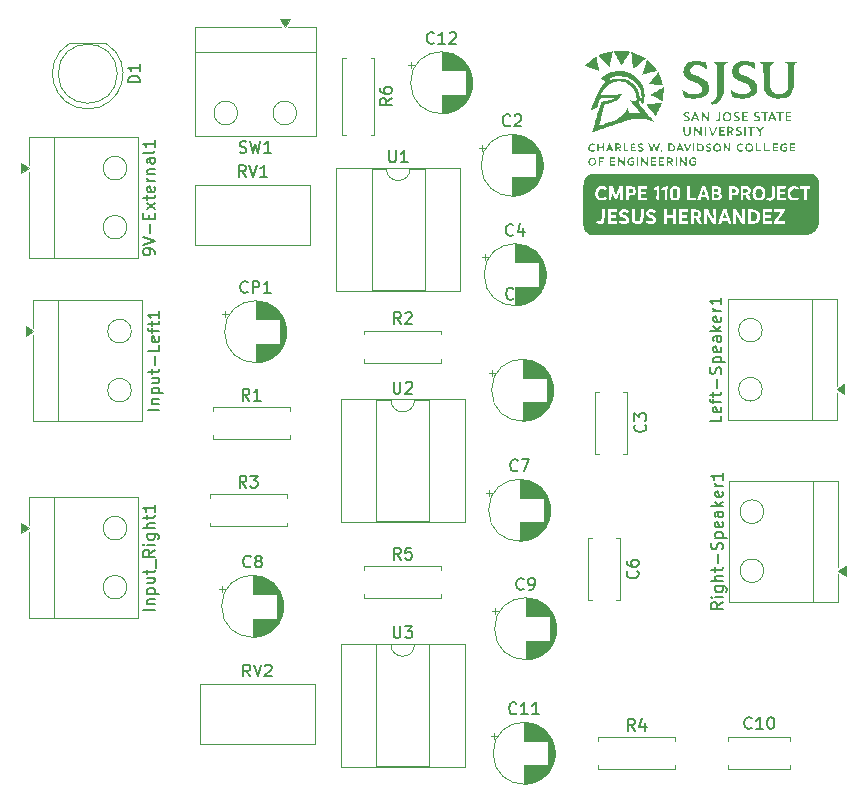
<source format=gbr>
%TF.GenerationSoftware,KiCad,Pcbnew,9.0.6*%
%TF.CreationDate,2025-11-25T16:13:47-08:00*%
%TF.ProjectId,CMPE 110 Lab Project,434d5045-2031-4313-9020-4c6162205072,rev?*%
%TF.SameCoordinates,Original*%
%TF.FileFunction,Legend,Top*%
%TF.FilePolarity,Positive*%
%FSLAX46Y46*%
G04 Gerber Fmt 4.6, Leading zero omitted, Abs format (unit mm)*
G04 Created by KiCad (PCBNEW 9.0.6) date 2025-11-25 16:13:47*
%MOMM*%
%LPD*%
G01*
G04 APERTURE LIST*
%ADD10C,0.150000*%
%ADD11C,0.000000*%
%ADD12C,0.120000*%
G04 APERTURE END LIST*
D10*
X167719142Y-93109580D02*
X167671523Y-93157200D01*
X167671523Y-93157200D02*
X167528666Y-93204819D01*
X167528666Y-93204819D02*
X167433428Y-93204819D01*
X167433428Y-93204819D02*
X167290571Y-93157200D01*
X167290571Y-93157200D02*
X167195333Y-93061961D01*
X167195333Y-93061961D02*
X167147714Y-92966723D01*
X167147714Y-92966723D02*
X167100095Y-92776247D01*
X167100095Y-92776247D02*
X167100095Y-92633390D01*
X167100095Y-92633390D02*
X167147714Y-92442914D01*
X167147714Y-92442914D02*
X167195333Y-92347676D01*
X167195333Y-92347676D02*
X167290571Y-92252438D01*
X167290571Y-92252438D02*
X167433428Y-92204819D01*
X167433428Y-92204819D02*
X167528666Y-92204819D01*
X167528666Y-92204819D02*
X167671523Y-92252438D01*
X167671523Y-92252438D02*
X167719142Y-92300057D01*
X168671523Y-93204819D02*
X168100095Y-93204819D01*
X168385809Y-93204819D02*
X168385809Y-92204819D01*
X168385809Y-92204819D02*
X168290571Y-92347676D01*
X168290571Y-92347676D02*
X168195333Y-92442914D01*
X168195333Y-92442914D02*
X168100095Y-92490533D01*
X169290571Y-92204819D02*
X169385809Y-92204819D01*
X169385809Y-92204819D02*
X169481047Y-92252438D01*
X169481047Y-92252438D02*
X169528666Y-92300057D01*
X169528666Y-92300057D02*
X169576285Y-92395295D01*
X169576285Y-92395295D02*
X169623904Y-92585771D01*
X169623904Y-92585771D02*
X169623904Y-92823866D01*
X169623904Y-92823866D02*
X169576285Y-93014342D01*
X169576285Y-93014342D02*
X169528666Y-93109580D01*
X169528666Y-93109580D02*
X169481047Y-93157200D01*
X169481047Y-93157200D02*
X169385809Y-93204819D01*
X169385809Y-93204819D02*
X169290571Y-93204819D01*
X169290571Y-93204819D02*
X169195333Y-93157200D01*
X169195333Y-93157200D02*
X169147714Y-93109580D01*
X169147714Y-93109580D02*
X169100095Y-93014342D01*
X169100095Y-93014342D02*
X169052476Y-92823866D01*
X169052476Y-92823866D02*
X169052476Y-92585771D01*
X169052476Y-92585771D02*
X169100095Y-92395295D01*
X169100095Y-92395295D02*
X169147714Y-92300057D01*
X169147714Y-92300057D02*
X169195333Y-92252438D01*
X169195333Y-92252438D02*
X169290571Y-92204819D01*
X137414095Y-63799819D02*
X137414095Y-64609342D01*
X137414095Y-64609342D02*
X137461714Y-64704580D01*
X137461714Y-64704580D02*
X137509333Y-64752200D01*
X137509333Y-64752200D02*
X137604571Y-64799819D01*
X137604571Y-64799819D02*
X137795047Y-64799819D01*
X137795047Y-64799819D02*
X137890285Y-64752200D01*
X137890285Y-64752200D02*
X137937904Y-64704580D01*
X137937904Y-64704580D02*
X137985523Y-64609342D01*
X137985523Y-64609342D02*
X137985523Y-63799819D01*
X138414095Y-63895057D02*
X138461714Y-63847438D01*
X138461714Y-63847438D02*
X138556952Y-63799819D01*
X138556952Y-63799819D02*
X138795047Y-63799819D01*
X138795047Y-63799819D02*
X138890285Y-63847438D01*
X138890285Y-63847438D02*
X138937904Y-63895057D01*
X138937904Y-63895057D02*
X138985523Y-63990295D01*
X138985523Y-63990295D02*
X138985523Y-64085533D01*
X138985523Y-64085533D02*
X138937904Y-64228390D01*
X138937904Y-64228390D02*
X138366476Y-64799819D01*
X138366476Y-64799819D02*
X138985523Y-64799819D01*
X138009333Y-58917819D02*
X137676000Y-58441628D01*
X137437905Y-58917819D02*
X137437905Y-57917819D01*
X137437905Y-57917819D02*
X137818857Y-57917819D01*
X137818857Y-57917819D02*
X137914095Y-57965438D01*
X137914095Y-57965438D02*
X137961714Y-58013057D01*
X137961714Y-58013057D02*
X138009333Y-58108295D01*
X138009333Y-58108295D02*
X138009333Y-58251152D01*
X138009333Y-58251152D02*
X137961714Y-58346390D01*
X137961714Y-58346390D02*
X137914095Y-58394009D01*
X137914095Y-58394009D02*
X137818857Y-58441628D01*
X137818857Y-58441628D02*
X137437905Y-58441628D01*
X138390286Y-58013057D02*
X138437905Y-57965438D01*
X138437905Y-57965438D02*
X138533143Y-57917819D01*
X138533143Y-57917819D02*
X138771238Y-57917819D01*
X138771238Y-57917819D02*
X138866476Y-57965438D01*
X138866476Y-57965438D02*
X138914095Y-58013057D01*
X138914095Y-58013057D02*
X138961714Y-58108295D01*
X138961714Y-58108295D02*
X138961714Y-58203533D01*
X138961714Y-58203533D02*
X138914095Y-58346390D01*
X138914095Y-58346390D02*
X138342667Y-58917819D01*
X138342667Y-58917819D02*
X138961714Y-58917819D01*
X140819142Y-35090580D02*
X140771523Y-35138200D01*
X140771523Y-35138200D02*
X140628666Y-35185819D01*
X140628666Y-35185819D02*
X140533428Y-35185819D01*
X140533428Y-35185819D02*
X140390571Y-35138200D01*
X140390571Y-35138200D02*
X140295333Y-35042961D01*
X140295333Y-35042961D02*
X140247714Y-34947723D01*
X140247714Y-34947723D02*
X140200095Y-34757247D01*
X140200095Y-34757247D02*
X140200095Y-34614390D01*
X140200095Y-34614390D02*
X140247714Y-34423914D01*
X140247714Y-34423914D02*
X140295333Y-34328676D01*
X140295333Y-34328676D02*
X140390571Y-34233438D01*
X140390571Y-34233438D02*
X140533428Y-34185819D01*
X140533428Y-34185819D02*
X140628666Y-34185819D01*
X140628666Y-34185819D02*
X140771523Y-34233438D01*
X140771523Y-34233438D02*
X140819142Y-34281057D01*
X141771523Y-35185819D02*
X141200095Y-35185819D01*
X141485809Y-35185819D02*
X141485809Y-34185819D01*
X141485809Y-34185819D02*
X141390571Y-34328676D01*
X141390571Y-34328676D02*
X141295333Y-34423914D01*
X141295333Y-34423914D02*
X141200095Y-34471533D01*
X142152476Y-34281057D02*
X142200095Y-34233438D01*
X142200095Y-34233438D02*
X142295333Y-34185819D01*
X142295333Y-34185819D02*
X142533428Y-34185819D01*
X142533428Y-34185819D02*
X142628666Y-34233438D01*
X142628666Y-34233438D02*
X142676285Y-34281057D01*
X142676285Y-34281057D02*
X142723904Y-34376295D01*
X142723904Y-34376295D02*
X142723904Y-34471533D01*
X142723904Y-34471533D02*
X142676285Y-34614390D01*
X142676285Y-34614390D02*
X142104857Y-35185819D01*
X142104857Y-35185819D02*
X142723904Y-35185819D01*
X115920819Y-38457094D02*
X114920819Y-38457094D01*
X114920819Y-38457094D02*
X114920819Y-38218999D01*
X114920819Y-38218999D02*
X114968438Y-38076142D01*
X114968438Y-38076142D02*
X115063676Y-37980904D01*
X115063676Y-37980904D02*
X115158914Y-37933285D01*
X115158914Y-37933285D02*
X115349390Y-37885666D01*
X115349390Y-37885666D02*
X115492247Y-37885666D01*
X115492247Y-37885666D02*
X115682723Y-37933285D01*
X115682723Y-37933285D02*
X115777961Y-37980904D01*
X115777961Y-37980904D02*
X115873200Y-38076142D01*
X115873200Y-38076142D02*
X115920819Y-38218999D01*
X115920819Y-38218999D02*
X115920819Y-38457094D01*
X115920819Y-36933285D02*
X115920819Y-37504713D01*
X115920819Y-37218999D02*
X114920819Y-37218999D01*
X114920819Y-37218999D02*
X115063676Y-37314237D01*
X115063676Y-37314237D02*
X115158914Y-37409475D01*
X115158914Y-37409475D02*
X115206533Y-37504713D01*
X137239819Y-39790666D02*
X136763628Y-40123999D01*
X137239819Y-40362094D02*
X136239819Y-40362094D01*
X136239819Y-40362094D02*
X136239819Y-39981142D01*
X136239819Y-39981142D02*
X136287438Y-39885904D01*
X136287438Y-39885904D02*
X136335057Y-39838285D01*
X136335057Y-39838285D02*
X136430295Y-39790666D01*
X136430295Y-39790666D02*
X136573152Y-39790666D01*
X136573152Y-39790666D02*
X136668390Y-39838285D01*
X136668390Y-39838285D02*
X136716009Y-39885904D01*
X136716009Y-39885904D02*
X136763628Y-39981142D01*
X136763628Y-39981142D02*
X136763628Y-40362094D01*
X136239819Y-38933523D02*
X136239819Y-39123999D01*
X136239819Y-39123999D02*
X136287438Y-39219237D01*
X136287438Y-39219237D02*
X136335057Y-39266856D01*
X136335057Y-39266856D02*
X136477914Y-39362094D01*
X136477914Y-39362094D02*
X136668390Y-39409713D01*
X136668390Y-39409713D02*
X137049342Y-39409713D01*
X137049342Y-39409713D02*
X137144580Y-39362094D01*
X137144580Y-39362094D02*
X137192200Y-39314475D01*
X137192200Y-39314475D02*
X137239819Y-39219237D01*
X137239819Y-39219237D02*
X137239819Y-39028761D01*
X137239819Y-39028761D02*
X137192200Y-38933523D01*
X137192200Y-38933523D02*
X137144580Y-38885904D01*
X137144580Y-38885904D02*
X137049342Y-38838285D01*
X137049342Y-38838285D02*
X136811247Y-38838285D01*
X136811247Y-38838285D02*
X136716009Y-38885904D01*
X136716009Y-38885904D02*
X136668390Y-38933523D01*
X136668390Y-38933523D02*
X136620771Y-39028761D01*
X136620771Y-39028761D02*
X136620771Y-39219237D01*
X136620771Y-39219237D02*
X136668390Y-39314475D01*
X136668390Y-39314475D02*
X136716009Y-39362094D01*
X136716009Y-39362094D02*
X136811247Y-39409713D01*
X125047333Y-56172580D02*
X124999714Y-56220200D01*
X124999714Y-56220200D02*
X124856857Y-56267819D01*
X124856857Y-56267819D02*
X124761619Y-56267819D01*
X124761619Y-56267819D02*
X124618762Y-56220200D01*
X124618762Y-56220200D02*
X124523524Y-56124961D01*
X124523524Y-56124961D02*
X124475905Y-56029723D01*
X124475905Y-56029723D02*
X124428286Y-55839247D01*
X124428286Y-55839247D02*
X124428286Y-55696390D01*
X124428286Y-55696390D02*
X124475905Y-55505914D01*
X124475905Y-55505914D02*
X124523524Y-55410676D01*
X124523524Y-55410676D02*
X124618762Y-55315438D01*
X124618762Y-55315438D02*
X124761619Y-55267819D01*
X124761619Y-55267819D02*
X124856857Y-55267819D01*
X124856857Y-55267819D02*
X124999714Y-55315438D01*
X124999714Y-55315438D02*
X125047333Y-55363057D01*
X125475905Y-56267819D02*
X125475905Y-55267819D01*
X125475905Y-55267819D02*
X125856857Y-55267819D01*
X125856857Y-55267819D02*
X125952095Y-55315438D01*
X125952095Y-55315438D02*
X125999714Y-55363057D01*
X125999714Y-55363057D02*
X126047333Y-55458295D01*
X126047333Y-55458295D02*
X126047333Y-55601152D01*
X126047333Y-55601152D02*
X125999714Y-55696390D01*
X125999714Y-55696390D02*
X125952095Y-55744009D01*
X125952095Y-55744009D02*
X125856857Y-55791628D01*
X125856857Y-55791628D02*
X125475905Y-55791628D01*
X126999714Y-56267819D02*
X126428286Y-56267819D01*
X126714000Y-56267819D02*
X126714000Y-55267819D01*
X126714000Y-55267819D02*
X126618762Y-55410676D01*
X126618762Y-55410676D02*
X126523524Y-55505914D01*
X126523524Y-55505914D02*
X126428286Y-55553533D01*
X124928333Y-72765819D02*
X124595000Y-72289628D01*
X124356905Y-72765819D02*
X124356905Y-71765819D01*
X124356905Y-71765819D02*
X124737857Y-71765819D01*
X124737857Y-71765819D02*
X124833095Y-71813438D01*
X124833095Y-71813438D02*
X124880714Y-71861057D01*
X124880714Y-71861057D02*
X124928333Y-71956295D01*
X124928333Y-71956295D02*
X124928333Y-72099152D01*
X124928333Y-72099152D02*
X124880714Y-72194390D01*
X124880714Y-72194390D02*
X124833095Y-72242009D01*
X124833095Y-72242009D02*
X124737857Y-72289628D01*
X124737857Y-72289628D02*
X124356905Y-72289628D01*
X125261667Y-71765819D02*
X125880714Y-71765819D01*
X125880714Y-71765819D02*
X125547381Y-72146771D01*
X125547381Y-72146771D02*
X125690238Y-72146771D01*
X125690238Y-72146771D02*
X125785476Y-72194390D01*
X125785476Y-72194390D02*
X125833095Y-72242009D01*
X125833095Y-72242009D02*
X125880714Y-72337247D01*
X125880714Y-72337247D02*
X125880714Y-72575342D01*
X125880714Y-72575342D02*
X125833095Y-72670580D01*
X125833095Y-72670580D02*
X125785476Y-72718200D01*
X125785476Y-72718200D02*
X125690238Y-72765819D01*
X125690238Y-72765819D02*
X125404524Y-72765819D01*
X125404524Y-72765819D02*
X125309286Y-72718200D01*
X125309286Y-72718200D02*
X125261667Y-72670580D01*
X125293333Y-79418580D02*
X125245714Y-79466200D01*
X125245714Y-79466200D02*
X125102857Y-79513819D01*
X125102857Y-79513819D02*
X125007619Y-79513819D01*
X125007619Y-79513819D02*
X124864762Y-79466200D01*
X124864762Y-79466200D02*
X124769524Y-79370961D01*
X124769524Y-79370961D02*
X124721905Y-79275723D01*
X124721905Y-79275723D02*
X124674286Y-79085247D01*
X124674286Y-79085247D02*
X124674286Y-78942390D01*
X124674286Y-78942390D02*
X124721905Y-78751914D01*
X124721905Y-78751914D02*
X124769524Y-78656676D01*
X124769524Y-78656676D02*
X124864762Y-78561438D01*
X124864762Y-78561438D02*
X125007619Y-78513819D01*
X125007619Y-78513819D02*
X125102857Y-78513819D01*
X125102857Y-78513819D02*
X125245714Y-78561438D01*
X125245714Y-78561438D02*
X125293333Y-78609057D01*
X125864762Y-78942390D02*
X125769524Y-78894771D01*
X125769524Y-78894771D02*
X125721905Y-78847152D01*
X125721905Y-78847152D02*
X125674286Y-78751914D01*
X125674286Y-78751914D02*
X125674286Y-78704295D01*
X125674286Y-78704295D02*
X125721905Y-78609057D01*
X125721905Y-78609057D02*
X125769524Y-78561438D01*
X125769524Y-78561438D02*
X125864762Y-78513819D01*
X125864762Y-78513819D02*
X126055238Y-78513819D01*
X126055238Y-78513819D02*
X126150476Y-78561438D01*
X126150476Y-78561438D02*
X126198095Y-78609057D01*
X126198095Y-78609057D02*
X126245714Y-78704295D01*
X126245714Y-78704295D02*
X126245714Y-78751914D01*
X126245714Y-78751914D02*
X126198095Y-78847152D01*
X126198095Y-78847152D02*
X126150476Y-78894771D01*
X126150476Y-78894771D02*
X126055238Y-78942390D01*
X126055238Y-78942390D02*
X125864762Y-78942390D01*
X125864762Y-78942390D02*
X125769524Y-78990009D01*
X125769524Y-78990009D02*
X125721905Y-79037628D01*
X125721905Y-79037628D02*
X125674286Y-79132866D01*
X125674286Y-79132866D02*
X125674286Y-79323342D01*
X125674286Y-79323342D02*
X125721905Y-79418580D01*
X125721905Y-79418580D02*
X125769524Y-79466200D01*
X125769524Y-79466200D02*
X125864762Y-79513819D01*
X125864762Y-79513819D02*
X126055238Y-79513819D01*
X126055238Y-79513819D02*
X126150476Y-79466200D01*
X126150476Y-79466200D02*
X126198095Y-79418580D01*
X126198095Y-79418580D02*
X126245714Y-79323342D01*
X126245714Y-79323342D02*
X126245714Y-79132866D01*
X126245714Y-79132866D02*
X126198095Y-79037628D01*
X126198095Y-79037628D02*
X126150476Y-78990009D01*
X126150476Y-78990009D02*
X126055238Y-78942390D01*
X125182333Y-65394819D02*
X124849000Y-64918628D01*
X124610905Y-65394819D02*
X124610905Y-64394819D01*
X124610905Y-64394819D02*
X124991857Y-64394819D01*
X124991857Y-64394819D02*
X125087095Y-64442438D01*
X125087095Y-64442438D02*
X125134714Y-64490057D01*
X125134714Y-64490057D02*
X125182333Y-64585295D01*
X125182333Y-64585295D02*
X125182333Y-64728152D01*
X125182333Y-64728152D02*
X125134714Y-64823390D01*
X125134714Y-64823390D02*
X125087095Y-64871009D01*
X125087095Y-64871009D02*
X124991857Y-64918628D01*
X124991857Y-64918628D02*
X124610905Y-64918628D01*
X126134714Y-65394819D02*
X125563286Y-65394819D01*
X125849000Y-65394819D02*
X125849000Y-64394819D01*
X125849000Y-64394819D02*
X125753762Y-64537676D01*
X125753762Y-64537676D02*
X125658524Y-64632914D01*
X125658524Y-64632914D02*
X125563286Y-64680533D01*
X117572819Y-66158857D02*
X116572819Y-66158857D01*
X116906152Y-65682667D02*
X117572819Y-65682667D01*
X117001390Y-65682667D02*
X116953771Y-65635048D01*
X116953771Y-65635048D02*
X116906152Y-65539810D01*
X116906152Y-65539810D02*
X116906152Y-65396953D01*
X116906152Y-65396953D02*
X116953771Y-65301715D01*
X116953771Y-65301715D02*
X117049009Y-65254096D01*
X117049009Y-65254096D02*
X117572819Y-65254096D01*
X116906152Y-64777905D02*
X117906152Y-64777905D01*
X116953771Y-64777905D02*
X116906152Y-64682667D01*
X116906152Y-64682667D02*
X116906152Y-64492191D01*
X116906152Y-64492191D02*
X116953771Y-64396953D01*
X116953771Y-64396953D02*
X117001390Y-64349334D01*
X117001390Y-64349334D02*
X117096628Y-64301715D01*
X117096628Y-64301715D02*
X117382342Y-64301715D01*
X117382342Y-64301715D02*
X117477580Y-64349334D01*
X117477580Y-64349334D02*
X117525200Y-64396953D01*
X117525200Y-64396953D02*
X117572819Y-64492191D01*
X117572819Y-64492191D02*
X117572819Y-64682667D01*
X117572819Y-64682667D02*
X117525200Y-64777905D01*
X116906152Y-63444572D02*
X117572819Y-63444572D01*
X116906152Y-63873143D02*
X117429961Y-63873143D01*
X117429961Y-63873143D02*
X117525200Y-63825524D01*
X117525200Y-63825524D02*
X117572819Y-63730286D01*
X117572819Y-63730286D02*
X117572819Y-63587429D01*
X117572819Y-63587429D02*
X117525200Y-63492191D01*
X117525200Y-63492191D02*
X117477580Y-63444572D01*
X116906152Y-63111238D02*
X116906152Y-62730286D01*
X116572819Y-62968381D02*
X117429961Y-62968381D01*
X117429961Y-62968381D02*
X117525200Y-62920762D01*
X117525200Y-62920762D02*
X117572819Y-62825524D01*
X117572819Y-62825524D02*
X117572819Y-62730286D01*
X117191866Y-62396952D02*
X117191866Y-61635048D01*
X117572819Y-60682667D02*
X117572819Y-61158857D01*
X117572819Y-61158857D02*
X116572819Y-61158857D01*
X117525200Y-59968381D02*
X117572819Y-60063619D01*
X117572819Y-60063619D02*
X117572819Y-60254095D01*
X117572819Y-60254095D02*
X117525200Y-60349333D01*
X117525200Y-60349333D02*
X117429961Y-60396952D01*
X117429961Y-60396952D02*
X117049009Y-60396952D01*
X117049009Y-60396952D02*
X116953771Y-60349333D01*
X116953771Y-60349333D02*
X116906152Y-60254095D01*
X116906152Y-60254095D02*
X116906152Y-60063619D01*
X116906152Y-60063619D02*
X116953771Y-59968381D01*
X116953771Y-59968381D02*
X117049009Y-59920762D01*
X117049009Y-59920762D02*
X117144247Y-59920762D01*
X117144247Y-59920762D02*
X117239485Y-60396952D01*
X116906152Y-59635047D02*
X116906152Y-59254095D01*
X117572819Y-59492190D02*
X116715676Y-59492190D01*
X116715676Y-59492190D02*
X116620438Y-59444571D01*
X116620438Y-59444571D02*
X116572819Y-59349333D01*
X116572819Y-59349333D02*
X116572819Y-59254095D01*
X116906152Y-59063618D02*
X116906152Y-58682666D01*
X116572819Y-58920761D02*
X117429961Y-58920761D01*
X117429961Y-58920761D02*
X117525200Y-58873142D01*
X117525200Y-58873142D02*
X117572819Y-58777904D01*
X117572819Y-58777904D02*
X117572819Y-58682666D01*
X117572819Y-57825523D02*
X117572819Y-58396951D01*
X117572819Y-58111237D02*
X116572819Y-58111237D01*
X116572819Y-58111237D02*
X116715676Y-58206475D01*
X116715676Y-58206475D02*
X116810914Y-58301713D01*
X116810914Y-58301713D02*
X116858533Y-58396951D01*
X124356667Y-44373200D02*
X124499524Y-44420819D01*
X124499524Y-44420819D02*
X124737619Y-44420819D01*
X124737619Y-44420819D02*
X124832857Y-44373200D01*
X124832857Y-44373200D02*
X124880476Y-44325580D01*
X124880476Y-44325580D02*
X124928095Y-44230342D01*
X124928095Y-44230342D02*
X124928095Y-44135104D01*
X124928095Y-44135104D02*
X124880476Y-44039866D01*
X124880476Y-44039866D02*
X124832857Y-43992247D01*
X124832857Y-43992247D02*
X124737619Y-43944628D01*
X124737619Y-43944628D02*
X124547143Y-43897009D01*
X124547143Y-43897009D02*
X124451905Y-43849390D01*
X124451905Y-43849390D02*
X124404286Y-43801771D01*
X124404286Y-43801771D02*
X124356667Y-43706533D01*
X124356667Y-43706533D02*
X124356667Y-43611295D01*
X124356667Y-43611295D02*
X124404286Y-43516057D01*
X124404286Y-43516057D02*
X124451905Y-43468438D01*
X124451905Y-43468438D02*
X124547143Y-43420819D01*
X124547143Y-43420819D02*
X124785238Y-43420819D01*
X124785238Y-43420819D02*
X124928095Y-43468438D01*
X125261429Y-43420819D02*
X125499524Y-44420819D01*
X125499524Y-44420819D02*
X125690000Y-43706533D01*
X125690000Y-43706533D02*
X125880476Y-44420819D01*
X125880476Y-44420819D02*
X126118572Y-43420819D01*
X127023333Y-44420819D02*
X126451905Y-44420819D01*
X126737619Y-44420819D02*
X126737619Y-43420819D01*
X126737619Y-43420819D02*
X126642381Y-43563676D01*
X126642381Y-43563676D02*
X126547143Y-43658914D01*
X126547143Y-43658914D02*
X126451905Y-43706533D01*
X117191819Y-52981905D02*
X117191819Y-52791429D01*
X117191819Y-52791429D02*
X117144200Y-52696191D01*
X117144200Y-52696191D02*
X117096580Y-52648572D01*
X117096580Y-52648572D02*
X116953723Y-52553334D01*
X116953723Y-52553334D02*
X116763247Y-52505715D01*
X116763247Y-52505715D02*
X116382295Y-52505715D01*
X116382295Y-52505715D02*
X116287057Y-52553334D01*
X116287057Y-52553334D02*
X116239438Y-52600953D01*
X116239438Y-52600953D02*
X116191819Y-52696191D01*
X116191819Y-52696191D02*
X116191819Y-52886667D01*
X116191819Y-52886667D02*
X116239438Y-52981905D01*
X116239438Y-52981905D02*
X116287057Y-53029524D01*
X116287057Y-53029524D02*
X116382295Y-53077143D01*
X116382295Y-53077143D02*
X116620390Y-53077143D01*
X116620390Y-53077143D02*
X116715628Y-53029524D01*
X116715628Y-53029524D02*
X116763247Y-52981905D01*
X116763247Y-52981905D02*
X116810866Y-52886667D01*
X116810866Y-52886667D02*
X116810866Y-52696191D01*
X116810866Y-52696191D02*
X116763247Y-52600953D01*
X116763247Y-52600953D02*
X116715628Y-52553334D01*
X116715628Y-52553334D02*
X116620390Y-52505715D01*
X116191819Y-52220000D02*
X117191819Y-51886667D01*
X117191819Y-51886667D02*
X116191819Y-51553334D01*
X116810866Y-51220000D02*
X116810866Y-50458096D01*
X116668009Y-49981905D02*
X116668009Y-49648572D01*
X117191819Y-49505715D02*
X117191819Y-49981905D01*
X117191819Y-49981905D02*
X116191819Y-49981905D01*
X116191819Y-49981905D02*
X116191819Y-49505715D01*
X117191819Y-49172381D02*
X116525152Y-48648572D01*
X116525152Y-49172381D02*
X117191819Y-48648572D01*
X116525152Y-48410476D02*
X116525152Y-48029524D01*
X116191819Y-48267619D02*
X117048961Y-48267619D01*
X117048961Y-48267619D02*
X117144200Y-48220000D01*
X117144200Y-48220000D02*
X117191819Y-48124762D01*
X117191819Y-48124762D02*
X117191819Y-48029524D01*
X117144200Y-47315238D02*
X117191819Y-47410476D01*
X117191819Y-47410476D02*
X117191819Y-47600952D01*
X117191819Y-47600952D02*
X117144200Y-47696190D01*
X117144200Y-47696190D02*
X117048961Y-47743809D01*
X117048961Y-47743809D02*
X116668009Y-47743809D01*
X116668009Y-47743809D02*
X116572771Y-47696190D01*
X116572771Y-47696190D02*
X116525152Y-47600952D01*
X116525152Y-47600952D02*
X116525152Y-47410476D01*
X116525152Y-47410476D02*
X116572771Y-47315238D01*
X116572771Y-47315238D02*
X116668009Y-47267619D01*
X116668009Y-47267619D02*
X116763247Y-47267619D01*
X116763247Y-47267619D02*
X116858485Y-47743809D01*
X117191819Y-46839047D02*
X116525152Y-46839047D01*
X116715628Y-46839047D02*
X116620390Y-46791428D01*
X116620390Y-46791428D02*
X116572771Y-46743809D01*
X116572771Y-46743809D02*
X116525152Y-46648571D01*
X116525152Y-46648571D02*
X116525152Y-46553333D01*
X116525152Y-46219999D02*
X117191819Y-46219999D01*
X116620390Y-46219999D02*
X116572771Y-46172380D01*
X116572771Y-46172380D02*
X116525152Y-46077142D01*
X116525152Y-46077142D02*
X116525152Y-45934285D01*
X116525152Y-45934285D02*
X116572771Y-45839047D01*
X116572771Y-45839047D02*
X116668009Y-45791428D01*
X116668009Y-45791428D02*
X117191819Y-45791428D01*
X117191819Y-44886666D02*
X116668009Y-44886666D01*
X116668009Y-44886666D02*
X116572771Y-44934285D01*
X116572771Y-44934285D02*
X116525152Y-45029523D01*
X116525152Y-45029523D02*
X116525152Y-45219999D01*
X116525152Y-45219999D02*
X116572771Y-45315237D01*
X117144200Y-44886666D02*
X117191819Y-44981904D01*
X117191819Y-44981904D02*
X117191819Y-45219999D01*
X117191819Y-45219999D02*
X117144200Y-45315237D01*
X117144200Y-45315237D02*
X117048961Y-45362856D01*
X117048961Y-45362856D02*
X116953723Y-45362856D01*
X116953723Y-45362856D02*
X116858485Y-45315237D01*
X116858485Y-45315237D02*
X116810866Y-45219999D01*
X116810866Y-45219999D02*
X116810866Y-44981904D01*
X116810866Y-44981904D02*
X116763247Y-44886666D01*
X117191819Y-44267618D02*
X117144200Y-44362856D01*
X117144200Y-44362856D02*
X117048961Y-44410475D01*
X117048961Y-44410475D02*
X116191819Y-44410475D01*
X117191819Y-43362856D02*
X117191819Y-43934284D01*
X117191819Y-43648570D02*
X116191819Y-43648570D01*
X116191819Y-43648570D02*
X116334676Y-43743808D01*
X116334676Y-43743808D02*
X116429914Y-43839046D01*
X116429914Y-43839046D02*
X116477533Y-43934284D01*
X117191819Y-83128571D02*
X116191819Y-83128571D01*
X116525152Y-82652381D02*
X117191819Y-82652381D01*
X116620390Y-82652381D02*
X116572771Y-82604762D01*
X116572771Y-82604762D02*
X116525152Y-82509524D01*
X116525152Y-82509524D02*
X116525152Y-82366667D01*
X116525152Y-82366667D02*
X116572771Y-82271429D01*
X116572771Y-82271429D02*
X116668009Y-82223810D01*
X116668009Y-82223810D02*
X117191819Y-82223810D01*
X116525152Y-81747619D02*
X117525152Y-81747619D01*
X116572771Y-81747619D02*
X116525152Y-81652381D01*
X116525152Y-81652381D02*
X116525152Y-81461905D01*
X116525152Y-81461905D02*
X116572771Y-81366667D01*
X116572771Y-81366667D02*
X116620390Y-81319048D01*
X116620390Y-81319048D02*
X116715628Y-81271429D01*
X116715628Y-81271429D02*
X117001342Y-81271429D01*
X117001342Y-81271429D02*
X117096580Y-81319048D01*
X117096580Y-81319048D02*
X117144200Y-81366667D01*
X117144200Y-81366667D02*
X117191819Y-81461905D01*
X117191819Y-81461905D02*
X117191819Y-81652381D01*
X117191819Y-81652381D02*
X117144200Y-81747619D01*
X116525152Y-80414286D02*
X117191819Y-80414286D01*
X116525152Y-80842857D02*
X117048961Y-80842857D01*
X117048961Y-80842857D02*
X117144200Y-80795238D01*
X117144200Y-80795238D02*
X117191819Y-80700000D01*
X117191819Y-80700000D02*
X117191819Y-80557143D01*
X117191819Y-80557143D02*
X117144200Y-80461905D01*
X117144200Y-80461905D02*
X117096580Y-80414286D01*
X116525152Y-80080952D02*
X116525152Y-79700000D01*
X116191819Y-79938095D02*
X117048961Y-79938095D01*
X117048961Y-79938095D02*
X117144200Y-79890476D01*
X117144200Y-79890476D02*
X117191819Y-79795238D01*
X117191819Y-79795238D02*
X117191819Y-79700000D01*
X117287057Y-79604762D02*
X117287057Y-78842857D01*
X117191819Y-78033333D02*
X116715628Y-78366666D01*
X117191819Y-78604761D02*
X116191819Y-78604761D01*
X116191819Y-78604761D02*
X116191819Y-78223809D01*
X116191819Y-78223809D02*
X116239438Y-78128571D01*
X116239438Y-78128571D02*
X116287057Y-78080952D01*
X116287057Y-78080952D02*
X116382295Y-78033333D01*
X116382295Y-78033333D02*
X116525152Y-78033333D01*
X116525152Y-78033333D02*
X116620390Y-78080952D01*
X116620390Y-78080952D02*
X116668009Y-78128571D01*
X116668009Y-78128571D02*
X116715628Y-78223809D01*
X116715628Y-78223809D02*
X116715628Y-78604761D01*
X117191819Y-77604761D02*
X116525152Y-77604761D01*
X116191819Y-77604761D02*
X116239438Y-77652380D01*
X116239438Y-77652380D02*
X116287057Y-77604761D01*
X116287057Y-77604761D02*
X116239438Y-77557142D01*
X116239438Y-77557142D02*
X116191819Y-77604761D01*
X116191819Y-77604761D02*
X116287057Y-77604761D01*
X116525152Y-76700000D02*
X117334676Y-76700000D01*
X117334676Y-76700000D02*
X117429914Y-76747619D01*
X117429914Y-76747619D02*
X117477533Y-76795238D01*
X117477533Y-76795238D02*
X117525152Y-76890476D01*
X117525152Y-76890476D02*
X117525152Y-77033333D01*
X117525152Y-77033333D02*
X117477533Y-77128571D01*
X117144200Y-76700000D02*
X117191819Y-76795238D01*
X117191819Y-76795238D02*
X117191819Y-76985714D01*
X117191819Y-76985714D02*
X117144200Y-77080952D01*
X117144200Y-77080952D02*
X117096580Y-77128571D01*
X117096580Y-77128571D02*
X117001342Y-77176190D01*
X117001342Y-77176190D02*
X116715628Y-77176190D01*
X116715628Y-77176190D02*
X116620390Y-77128571D01*
X116620390Y-77128571D02*
X116572771Y-77080952D01*
X116572771Y-77080952D02*
X116525152Y-76985714D01*
X116525152Y-76985714D02*
X116525152Y-76795238D01*
X116525152Y-76795238D02*
X116572771Y-76700000D01*
X117191819Y-76223809D02*
X116191819Y-76223809D01*
X117191819Y-75795238D02*
X116668009Y-75795238D01*
X116668009Y-75795238D02*
X116572771Y-75842857D01*
X116572771Y-75842857D02*
X116525152Y-75938095D01*
X116525152Y-75938095D02*
X116525152Y-76080952D01*
X116525152Y-76080952D02*
X116572771Y-76176190D01*
X116572771Y-76176190D02*
X116620390Y-76223809D01*
X116525152Y-75461904D02*
X116525152Y-75080952D01*
X116191819Y-75319047D02*
X117048961Y-75319047D01*
X117048961Y-75319047D02*
X117144200Y-75271428D01*
X117144200Y-75271428D02*
X117191819Y-75176190D01*
X117191819Y-75176190D02*
X117191819Y-75080952D01*
X117191819Y-74223809D02*
X117191819Y-74795237D01*
X117191819Y-74509523D02*
X116191819Y-74509523D01*
X116191819Y-74509523D02*
X116334676Y-74604761D01*
X116334676Y-74604761D02*
X116429914Y-74699999D01*
X116429914Y-74699999D02*
X116477533Y-74795237D01*
X147534333Y-56747580D02*
X147486714Y-56795200D01*
X147486714Y-56795200D02*
X147343857Y-56842819D01*
X147343857Y-56842819D02*
X147248619Y-56842819D01*
X147248619Y-56842819D02*
X147105762Y-56795200D01*
X147105762Y-56795200D02*
X147010524Y-56699961D01*
X147010524Y-56699961D02*
X146962905Y-56604723D01*
X146962905Y-56604723D02*
X146915286Y-56414247D01*
X146915286Y-56414247D02*
X146915286Y-56271390D01*
X146915286Y-56271390D02*
X146962905Y-56080914D01*
X146962905Y-56080914D02*
X147010524Y-55985676D01*
X147010524Y-55985676D02*
X147105762Y-55890438D01*
X147105762Y-55890438D02*
X147248619Y-55842819D01*
X147248619Y-55842819D02*
X147343857Y-55842819D01*
X147343857Y-55842819D02*
X147486714Y-55890438D01*
X147486714Y-55890438D02*
X147534333Y-55938057D01*
X148439095Y-55842819D02*
X147962905Y-55842819D01*
X147962905Y-55842819D02*
X147915286Y-56319009D01*
X147915286Y-56319009D02*
X147962905Y-56271390D01*
X147962905Y-56271390D02*
X148058143Y-56223771D01*
X148058143Y-56223771D02*
X148296238Y-56223771D01*
X148296238Y-56223771D02*
X148391476Y-56271390D01*
X148391476Y-56271390D02*
X148439095Y-56319009D01*
X148439095Y-56319009D02*
X148486714Y-56414247D01*
X148486714Y-56414247D02*
X148486714Y-56652342D01*
X148486714Y-56652342D02*
X148439095Y-56747580D01*
X148439095Y-56747580D02*
X148391476Y-56795200D01*
X148391476Y-56795200D02*
X148296238Y-56842819D01*
X148296238Y-56842819D02*
X148058143Y-56842819D01*
X148058143Y-56842819D02*
X147962905Y-56795200D01*
X147962905Y-56795200D02*
X147915286Y-56747580D01*
X147899333Y-71285580D02*
X147851714Y-71333200D01*
X147851714Y-71333200D02*
X147708857Y-71380819D01*
X147708857Y-71380819D02*
X147613619Y-71380819D01*
X147613619Y-71380819D02*
X147470762Y-71333200D01*
X147470762Y-71333200D02*
X147375524Y-71237961D01*
X147375524Y-71237961D02*
X147327905Y-71142723D01*
X147327905Y-71142723D02*
X147280286Y-70952247D01*
X147280286Y-70952247D02*
X147280286Y-70809390D01*
X147280286Y-70809390D02*
X147327905Y-70618914D01*
X147327905Y-70618914D02*
X147375524Y-70523676D01*
X147375524Y-70523676D02*
X147470762Y-70428438D01*
X147470762Y-70428438D02*
X147613619Y-70380819D01*
X147613619Y-70380819D02*
X147708857Y-70380819D01*
X147708857Y-70380819D02*
X147851714Y-70428438D01*
X147851714Y-70428438D02*
X147899333Y-70476057D01*
X148232667Y-70380819D02*
X148899333Y-70380819D01*
X148899333Y-70380819D02*
X148470762Y-71380819D01*
X158053580Y-79835666D02*
X158101200Y-79883285D01*
X158101200Y-79883285D02*
X158148819Y-80026142D01*
X158148819Y-80026142D02*
X158148819Y-80121380D01*
X158148819Y-80121380D02*
X158101200Y-80264237D01*
X158101200Y-80264237D02*
X158005961Y-80359475D01*
X158005961Y-80359475D02*
X157910723Y-80407094D01*
X157910723Y-80407094D02*
X157720247Y-80454713D01*
X157720247Y-80454713D02*
X157577390Y-80454713D01*
X157577390Y-80454713D02*
X157386914Y-80407094D01*
X157386914Y-80407094D02*
X157291676Y-80359475D01*
X157291676Y-80359475D02*
X157196438Y-80264237D01*
X157196438Y-80264237D02*
X157148819Y-80121380D01*
X157148819Y-80121380D02*
X157148819Y-80026142D01*
X157148819Y-80026142D02*
X157196438Y-79883285D01*
X157196438Y-79883285D02*
X157244057Y-79835666D01*
X157148819Y-78978523D02*
X157148819Y-79168999D01*
X157148819Y-79168999D02*
X157196438Y-79264237D01*
X157196438Y-79264237D02*
X157244057Y-79311856D01*
X157244057Y-79311856D02*
X157386914Y-79407094D01*
X157386914Y-79407094D02*
X157577390Y-79454713D01*
X157577390Y-79454713D02*
X157958342Y-79454713D01*
X157958342Y-79454713D02*
X158053580Y-79407094D01*
X158053580Y-79407094D02*
X158101200Y-79359475D01*
X158101200Y-79359475D02*
X158148819Y-79264237D01*
X158148819Y-79264237D02*
X158148819Y-79073761D01*
X158148819Y-79073761D02*
X158101200Y-78978523D01*
X158101200Y-78978523D02*
X158053580Y-78930904D01*
X158053580Y-78930904D02*
X157958342Y-78883285D01*
X157958342Y-78883285D02*
X157720247Y-78883285D01*
X157720247Y-78883285D02*
X157625009Y-78930904D01*
X157625009Y-78930904D02*
X157577390Y-78978523D01*
X157577390Y-78978523D02*
X157529771Y-79073761D01*
X157529771Y-79073761D02*
X157529771Y-79264237D01*
X157529771Y-79264237D02*
X157577390Y-79359475D01*
X157577390Y-79359475D02*
X157625009Y-79407094D01*
X157625009Y-79407094D02*
X157720247Y-79454713D01*
X148407333Y-81318580D02*
X148359714Y-81366200D01*
X148359714Y-81366200D02*
X148216857Y-81413819D01*
X148216857Y-81413819D02*
X148121619Y-81413819D01*
X148121619Y-81413819D02*
X147978762Y-81366200D01*
X147978762Y-81366200D02*
X147883524Y-81270961D01*
X147883524Y-81270961D02*
X147835905Y-81175723D01*
X147835905Y-81175723D02*
X147788286Y-80985247D01*
X147788286Y-80985247D02*
X147788286Y-80842390D01*
X147788286Y-80842390D02*
X147835905Y-80651914D01*
X147835905Y-80651914D02*
X147883524Y-80556676D01*
X147883524Y-80556676D02*
X147978762Y-80461438D01*
X147978762Y-80461438D02*
X148121619Y-80413819D01*
X148121619Y-80413819D02*
X148216857Y-80413819D01*
X148216857Y-80413819D02*
X148359714Y-80461438D01*
X148359714Y-80461438D02*
X148407333Y-80509057D01*
X148883524Y-81413819D02*
X149074000Y-81413819D01*
X149074000Y-81413819D02*
X149169238Y-81366200D01*
X149169238Y-81366200D02*
X149216857Y-81318580D01*
X149216857Y-81318580D02*
X149312095Y-81175723D01*
X149312095Y-81175723D02*
X149359714Y-80985247D01*
X149359714Y-80985247D02*
X149359714Y-80604295D01*
X149359714Y-80604295D02*
X149312095Y-80509057D01*
X149312095Y-80509057D02*
X149264476Y-80461438D01*
X149264476Y-80461438D02*
X149169238Y-80413819D01*
X149169238Y-80413819D02*
X148978762Y-80413819D01*
X148978762Y-80413819D02*
X148883524Y-80461438D01*
X148883524Y-80461438D02*
X148835905Y-80509057D01*
X148835905Y-80509057D02*
X148788286Y-80604295D01*
X148788286Y-80604295D02*
X148788286Y-80842390D01*
X148788286Y-80842390D02*
X148835905Y-80937628D01*
X148835905Y-80937628D02*
X148883524Y-80985247D01*
X148883524Y-80985247D02*
X148978762Y-81032866D01*
X148978762Y-81032866D02*
X149169238Y-81032866D01*
X149169238Y-81032866D02*
X149264476Y-80985247D01*
X149264476Y-80985247D02*
X149312095Y-80937628D01*
X149312095Y-80937628D02*
X149359714Y-80842390D01*
X147264333Y-42075580D02*
X147216714Y-42123200D01*
X147216714Y-42123200D02*
X147073857Y-42170819D01*
X147073857Y-42170819D02*
X146978619Y-42170819D01*
X146978619Y-42170819D02*
X146835762Y-42123200D01*
X146835762Y-42123200D02*
X146740524Y-42027961D01*
X146740524Y-42027961D02*
X146692905Y-41932723D01*
X146692905Y-41932723D02*
X146645286Y-41742247D01*
X146645286Y-41742247D02*
X146645286Y-41599390D01*
X146645286Y-41599390D02*
X146692905Y-41408914D01*
X146692905Y-41408914D02*
X146740524Y-41313676D01*
X146740524Y-41313676D02*
X146835762Y-41218438D01*
X146835762Y-41218438D02*
X146978619Y-41170819D01*
X146978619Y-41170819D02*
X147073857Y-41170819D01*
X147073857Y-41170819D02*
X147216714Y-41218438D01*
X147216714Y-41218438D02*
X147264333Y-41266057D01*
X147645286Y-41266057D02*
X147692905Y-41218438D01*
X147692905Y-41218438D02*
X147788143Y-41170819D01*
X147788143Y-41170819D02*
X148026238Y-41170819D01*
X148026238Y-41170819D02*
X148121476Y-41218438D01*
X148121476Y-41218438D02*
X148169095Y-41266057D01*
X148169095Y-41266057D02*
X148216714Y-41361295D01*
X148216714Y-41361295D02*
X148216714Y-41456533D01*
X148216714Y-41456533D02*
X148169095Y-41599390D01*
X148169095Y-41599390D02*
X147597667Y-42170819D01*
X147597667Y-42170819D02*
X148216714Y-42170819D01*
X125261761Y-88742819D02*
X124928428Y-88266628D01*
X124690333Y-88742819D02*
X124690333Y-87742819D01*
X124690333Y-87742819D02*
X125071285Y-87742819D01*
X125071285Y-87742819D02*
X125166523Y-87790438D01*
X125166523Y-87790438D02*
X125214142Y-87838057D01*
X125214142Y-87838057D02*
X125261761Y-87933295D01*
X125261761Y-87933295D02*
X125261761Y-88076152D01*
X125261761Y-88076152D02*
X125214142Y-88171390D01*
X125214142Y-88171390D02*
X125166523Y-88219009D01*
X125166523Y-88219009D02*
X125071285Y-88266628D01*
X125071285Y-88266628D02*
X124690333Y-88266628D01*
X125547476Y-87742819D02*
X125880809Y-88742819D01*
X125880809Y-88742819D02*
X126214142Y-87742819D01*
X126499857Y-87838057D02*
X126547476Y-87790438D01*
X126547476Y-87790438D02*
X126642714Y-87742819D01*
X126642714Y-87742819D02*
X126880809Y-87742819D01*
X126880809Y-87742819D02*
X126976047Y-87790438D01*
X126976047Y-87790438D02*
X127023666Y-87838057D01*
X127023666Y-87838057D02*
X127071285Y-87933295D01*
X127071285Y-87933295D02*
X127071285Y-88028533D01*
X127071285Y-88028533D02*
X127023666Y-88171390D01*
X127023666Y-88171390D02*
X126452238Y-88742819D01*
X126452238Y-88742819D02*
X127071285Y-88742819D01*
X137033095Y-44218819D02*
X137033095Y-45028342D01*
X137033095Y-45028342D02*
X137080714Y-45123580D01*
X137080714Y-45123580D02*
X137128333Y-45171200D01*
X137128333Y-45171200D02*
X137223571Y-45218819D01*
X137223571Y-45218819D02*
X137414047Y-45218819D01*
X137414047Y-45218819D02*
X137509285Y-45171200D01*
X137509285Y-45171200D02*
X137556904Y-45123580D01*
X137556904Y-45123580D02*
X137604523Y-45028342D01*
X137604523Y-45028342D02*
X137604523Y-44218819D01*
X138604523Y-45218819D02*
X138033095Y-45218819D01*
X138318809Y-45218819D02*
X138318809Y-44218819D01*
X138318809Y-44218819D02*
X138223571Y-44361676D01*
X138223571Y-44361676D02*
X138128333Y-44456914D01*
X138128333Y-44456914D02*
X138033095Y-44504533D01*
X147804142Y-91859580D02*
X147756523Y-91907200D01*
X147756523Y-91907200D02*
X147613666Y-91954819D01*
X147613666Y-91954819D02*
X147518428Y-91954819D01*
X147518428Y-91954819D02*
X147375571Y-91907200D01*
X147375571Y-91907200D02*
X147280333Y-91811961D01*
X147280333Y-91811961D02*
X147232714Y-91716723D01*
X147232714Y-91716723D02*
X147185095Y-91526247D01*
X147185095Y-91526247D02*
X147185095Y-91383390D01*
X147185095Y-91383390D02*
X147232714Y-91192914D01*
X147232714Y-91192914D02*
X147280333Y-91097676D01*
X147280333Y-91097676D02*
X147375571Y-91002438D01*
X147375571Y-91002438D02*
X147518428Y-90954819D01*
X147518428Y-90954819D02*
X147613666Y-90954819D01*
X147613666Y-90954819D02*
X147756523Y-91002438D01*
X147756523Y-91002438D02*
X147804142Y-91050057D01*
X148756523Y-91954819D02*
X148185095Y-91954819D01*
X148470809Y-91954819D02*
X148470809Y-90954819D01*
X148470809Y-90954819D02*
X148375571Y-91097676D01*
X148375571Y-91097676D02*
X148280333Y-91192914D01*
X148280333Y-91192914D02*
X148185095Y-91240533D01*
X149708904Y-91954819D02*
X149137476Y-91954819D01*
X149423190Y-91954819D02*
X149423190Y-90954819D01*
X149423190Y-90954819D02*
X149327952Y-91097676D01*
X149327952Y-91097676D02*
X149232714Y-91192914D01*
X149232714Y-91192914D02*
X149137476Y-91240533D01*
X158688580Y-67436666D02*
X158736200Y-67484285D01*
X158736200Y-67484285D02*
X158783819Y-67627142D01*
X158783819Y-67627142D02*
X158783819Y-67722380D01*
X158783819Y-67722380D02*
X158736200Y-67865237D01*
X158736200Y-67865237D02*
X158640961Y-67960475D01*
X158640961Y-67960475D02*
X158545723Y-68008094D01*
X158545723Y-68008094D02*
X158355247Y-68055713D01*
X158355247Y-68055713D02*
X158212390Y-68055713D01*
X158212390Y-68055713D02*
X158021914Y-68008094D01*
X158021914Y-68008094D02*
X157926676Y-67960475D01*
X157926676Y-67960475D02*
X157831438Y-67865237D01*
X157831438Y-67865237D02*
X157783819Y-67722380D01*
X157783819Y-67722380D02*
X157783819Y-67627142D01*
X157783819Y-67627142D02*
X157831438Y-67484285D01*
X157831438Y-67484285D02*
X157879057Y-67436666D01*
X157783819Y-67103332D02*
X157783819Y-66484285D01*
X157783819Y-66484285D02*
X158164771Y-66817618D01*
X158164771Y-66817618D02*
X158164771Y-66674761D01*
X158164771Y-66674761D02*
X158212390Y-66579523D01*
X158212390Y-66579523D02*
X158260009Y-66531904D01*
X158260009Y-66531904D02*
X158355247Y-66484285D01*
X158355247Y-66484285D02*
X158593342Y-66484285D01*
X158593342Y-66484285D02*
X158688580Y-66531904D01*
X158688580Y-66531904D02*
X158736200Y-66579523D01*
X158736200Y-66579523D02*
X158783819Y-66674761D01*
X158783819Y-66674761D02*
X158783819Y-66960475D01*
X158783819Y-66960475D02*
X158736200Y-67055713D01*
X158736200Y-67055713D02*
X158688580Y-67103332D01*
X147518333Y-51346580D02*
X147470714Y-51394200D01*
X147470714Y-51394200D02*
X147327857Y-51441819D01*
X147327857Y-51441819D02*
X147232619Y-51441819D01*
X147232619Y-51441819D02*
X147089762Y-51394200D01*
X147089762Y-51394200D02*
X146994524Y-51298961D01*
X146994524Y-51298961D02*
X146946905Y-51203723D01*
X146946905Y-51203723D02*
X146899286Y-51013247D01*
X146899286Y-51013247D02*
X146899286Y-50870390D01*
X146899286Y-50870390D02*
X146946905Y-50679914D01*
X146946905Y-50679914D02*
X146994524Y-50584676D01*
X146994524Y-50584676D02*
X147089762Y-50489438D01*
X147089762Y-50489438D02*
X147232619Y-50441819D01*
X147232619Y-50441819D02*
X147327857Y-50441819D01*
X147327857Y-50441819D02*
X147470714Y-50489438D01*
X147470714Y-50489438D02*
X147518333Y-50537057D01*
X148375476Y-50775152D02*
X148375476Y-51441819D01*
X148137381Y-50394200D02*
X147899286Y-51108485D01*
X147899286Y-51108485D02*
X148518333Y-51108485D01*
X165149819Y-66674096D02*
X165149819Y-67150286D01*
X165149819Y-67150286D02*
X164149819Y-67150286D01*
X165102200Y-65959810D02*
X165149819Y-66055048D01*
X165149819Y-66055048D02*
X165149819Y-66245524D01*
X165149819Y-66245524D02*
X165102200Y-66340762D01*
X165102200Y-66340762D02*
X165006961Y-66388381D01*
X165006961Y-66388381D02*
X164626009Y-66388381D01*
X164626009Y-66388381D02*
X164530771Y-66340762D01*
X164530771Y-66340762D02*
X164483152Y-66245524D01*
X164483152Y-66245524D02*
X164483152Y-66055048D01*
X164483152Y-66055048D02*
X164530771Y-65959810D01*
X164530771Y-65959810D02*
X164626009Y-65912191D01*
X164626009Y-65912191D02*
X164721247Y-65912191D01*
X164721247Y-65912191D02*
X164816485Y-66388381D01*
X164483152Y-65626476D02*
X164483152Y-65245524D01*
X165149819Y-65483619D02*
X164292676Y-65483619D01*
X164292676Y-65483619D02*
X164197438Y-65436000D01*
X164197438Y-65436000D02*
X164149819Y-65340762D01*
X164149819Y-65340762D02*
X164149819Y-65245524D01*
X164483152Y-65055047D02*
X164483152Y-64674095D01*
X164149819Y-64912190D02*
X165006961Y-64912190D01*
X165006961Y-64912190D02*
X165102200Y-64864571D01*
X165102200Y-64864571D02*
X165149819Y-64769333D01*
X165149819Y-64769333D02*
X165149819Y-64674095D01*
X164768866Y-64340761D02*
X164768866Y-63578857D01*
X165102200Y-63150285D02*
X165149819Y-63007428D01*
X165149819Y-63007428D02*
X165149819Y-62769333D01*
X165149819Y-62769333D02*
X165102200Y-62674095D01*
X165102200Y-62674095D02*
X165054580Y-62626476D01*
X165054580Y-62626476D02*
X164959342Y-62578857D01*
X164959342Y-62578857D02*
X164864104Y-62578857D01*
X164864104Y-62578857D02*
X164768866Y-62626476D01*
X164768866Y-62626476D02*
X164721247Y-62674095D01*
X164721247Y-62674095D02*
X164673628Y-62769333D01*
X164673628Y-62769333D02*
X164626009Y-62959809D01*
X164626009Y-62959809D02*
X164578390Y-63055047D01*
X164578390Y-63055047D02*
X164530771Y-63102666D01*
X164530771Y-63102666D02*
X164435533Y-63150285D01*
X164435533Y-63150285D02*
X164340295Y-63150285D01*
X164340295Y-63150285D02*
X164245057Y-63102666D01*
X164245057Y-63102666D02*
X164197438Y-63055047D01*
X164197438Y-63055047D02*
X164149819Y-62959809D01*
X164149819Y-62959809D02*
X164149819Y-62721714D01*
X164149819Y-62721714D02*
X164197438Y-62578857D01*
X164483152Y-62150285D02*
X165483152Y-62150285D01*
X164530771Y-62150285D02*
X164483152Y-62055047D01*
X164483152Y-62055047D02*
X164483152Y-61864571D01*
X164483152Y-61864571D02*
X164530771Y-61769333D01*
X164530771Y-61769333D02*
X164578390Y-61721714D01*
X164578390Y-61721714D02*
X164673628Y-61674095D01*
X164673628Y-61674095D02*
X164959342Y-61674095D01*
X164959342Y-61674095D02*
X165054580Y-61721714D01*
X165054580Y-61721714D02*
X165102200Y-61769333D01*
X165102200Y-61769333D02*
X165149819Y-61864571D01*
X165149819Y-61864571D02*
X165149819Y-62055047D01*
X165149819Y-62055047D02*
X165102200Y-62150285D01*
X165102200Y-60864571D02*
X165149819Y-60959809D01*
X165149819Y-60959809D02*
X165149819Y-61150285D01*
X165149819Y-61150285D02*
X165102200Y-61245523D01*
X165102200Y-61245523D02*
X165006961Y-61293142D01*
X165006961Y-61293142D02*
X164626009Y-61293142D01*
X164626009Y-61293142D02*
X164530771Y-61245523D01*
X164530771Y-61245523D02*
X164483152Y-61150285D01*
X164483152Y-61150285D02*
X164483152Y-60959809D01*
X164483152Y-60959809D02*
X164530771Y-60864571D01*
X164530771Y-60864571D02*
X164626009Y-60816952D01*
X164626009Y-60816952D02*
X164721247Y-60816952D01*
X164721247Y-60816952D02*
X164816485Y-61293142D01*
X165149819Y-59959809D02*
X164626009Y-59959809D01*
X164626009Y-59959809D02*
X164530771Y-60007428D01*
X164530771Y-60007428D02*
X164483152Y-60102666D01*
X164483152Y-60102666D02*
X164483152Y-60293142D01*
X164483152Y-60293142D02*
X164530771Y-60388380D01*
X165102200Y-59959809D02*
X165149819Y-60055047D01*
X165149819Y-60055047D02*
X165149819Y-60293142D01*
X165149819Y-60293142D02*
X165102200Y-60388380D01*
X165102200Y-60388380D02*
X165006961Y-60435999D01*
X165006961Y-60435999D02*
X164911723Y-60435999D01*
X164911723Y-60435999D02*
X164816485Y-60388380D01*
X164816485Y-60388380D02*
X164768866Y-60293142D01*
X164768866Y-60293142D02*
X164768866Y-60055047D01*
X164768866Y-60055047D02*
X164721247Y-59959809D01*
X165149819Y-59483618D02*
X164149819Y-59483618D01*
X164768866Y-59388380D02*
X165149819Y-59102666D01*
X164483152Y-59102666D02*
X164864104Y-59483618D01*
X165102200Y-58293142D02*
X165149819Y-58388380D01*
X165149819Y-58388380D02*
X165149819Y-58578856D01*
X165149819Y-58578856D02*
X165102200Y-58674094D01*
X165102200Y-58674094D02*
X165006961Y-58721713D01*
X165006961Y-58721713D02*
X164626009Y-58721713D01*
X164626009Y-58721713D02*
X164530771Y-58674094D01*
X164530771Y-58674094D02*
X164483152Y-58578856D01*
X164483152Y-58578856D02*
X164483152Y-58388380D01*
X164483152Y-58388380D02*
X164530771Y-58293142D01*
X164530771Y-58293142D02*
X164626009Y-58245523D01*
X164626009Y-58245523D02*
X164721247Y-58245523D01*
X164721247Y-58245523D02*
X164816485Y-58721713D01*
X165149819Y-57816951D02*
X164483152Y-57816951D01*
X164673628Y-57816951D02*
X164578390Y-57769332D01*
X164578390Y-57769332D02*
X164530771Y-57721713D01*
X164530771Y-57721713D02*
X164483152Y-57626475D01*
X164483152Y-57626475D02*
X164483152Y-57531237D01*
X165149819Y-56674094D02*
X165149819Y-57245522D01*
X165149819Y-56959808D02*
X164149819Y-56959808D01*
X164149819Y-56959808D02*
X164292676Y-57055046D01*
X164292676Y-57055046D02*
X164387914Y-57150284D01*
X164387914Y-57150284D02*
X164435533Y-57245522D01*
X157821333Y-93334819D02*
X157488000Y-92858628D01*
X157249905Y-93334819D02*
X157249905Y-92334819D01*
X157249905Y-92334819D02*
X157630857Y-92334819D01*
X157630857Y-92334819D02*
X157726095Y-92382438D01*
X157726095Y-92382438D02*
X157773714Y-92430057D01*
X157773714Y-92430057D02*
X157821333Y-92525295D01*
X157821333Y-92525295D02*
X157821333Y-92668152D01*
X157821333Y-92668152D02*
X157773714Y-92763390D01*
X157773714Y-92763390D02*
X157726095Y-92811009D01*
X157726095Y-92811009D02*
X157630857Y-92858628D01*
X157630857Y-92858628D02*
X157249905Y-92858628D01*
X158678476Y-92668152D02*
X158678476Y-93334819D01*
X158440381Y-92287200D02*
X158202286Y-93001485D01*
X158202286Y-93001485D02*
X158821333Y-93001485D01*
X138009333Y-78856819D02*
X137676000Y-78380628D01*
X137437905Y-78856819D02*
X137437905Y-77856819D01*
X137437905Y-77856819D02*
X137818857Y-77856819D01*
X137818857Y-77856819D02*
X137914095Y-77904438D01*
X137914095Y-77904438D02*
X137961714Y-77952057D01*
X137961714Y-77952057D02*
X138009333Y-78047295D01*
X138009333Y-78047295D02*
X138009333Y-78190152D01*
X138009333Y-78190152D02*
X137961714Y-78285390D01*
X137961714Y-78285390D02*
X137914095Y-78333009D01*
X137914095Y-78333009D02*
X137818857Y-78380628D01*
X137818857Y-78380628D02*
X137437905Y-78380628D01*
X138914095Y-77856819D02*
X138437905Y-77856819D01*
X138437905Y-77856819D02*
X138390286Y-78333009D01*
X138390286Y-78333009D02*
X138437905Y-78285390D01*
X138437905Y-78285390D02*
X138533143Y-78237771D01*
X138533143Y-78237771D02*
X138771238Y-78237771D01*
X138771238Y-78237771D02*
X138866476Y-78285390D01*
X138866476Y-78285390D02*
X138914095Y-78333009D01*
X138914095Y-78333009D02*
X138961714Y-78428247D01*
X138961714Y-78428247D02*
X138961714Y-78666342D01*
X138961714Y-78666342D02*
X138914095Y-78761580D01*
X138914095Y-78761580D02*
X138866476Y-78809200D01*
X138866476Y-78809200D02*
X138771238Y-78856819D01*
X138771238Y-78856819D02*
X138533143Y-78856819D01*
X138533143Y-78856819D02*
X138437905Y-78809200D01*
X138437905Y-78809200D02*
X138390286Y-78761580D01*
X165276819Y-82469667D02*
X164800628Y-82803000D01*
X165276819Y-83041095D02*
X164276819Y-83041095D01*
X164276819Y-83041095D02*
X164276819Y-82660143D01*
X164276819Y-82660143D02*
X164324438Y-82564905D01*
X164324438Y-82564905D02*
X164372057Y-82517286D01*
X164372057Y-82517286D02*
X164467295Y-82469667D01*
X164467295Y-82469667D02*
X164610152Y-82469667D01*
X164610152Y-82469667D02*
X164705390Y-82517286D01*
X164705390Y-82517286D02*
X164753009Y-82564905D01*
X164753009Y-82564905D02*
X164800628Y-82660143D01*
X164800628Y-82660143D02*
X164800628Y-83041095D01*
X165276819Y-82041095D02*
X164610152Y-82041095D01*
X164276819Y-82041095D02*
X164324438Y-82088714D01*
X164324438Y-82088714D02*
X164372057Y-82041095D01*
X164372057Y-82041095D02*
X164324438Y-81993476D01*
X164324438Y-81993476D02*
X164276819Y-82041095D01*
X164276819Y-82041095D02*
X164372057Y-82041095D01*
X164610152Y-81136334D02*
X165419676Y-81136334D01*
X165419676Y-81136334D02*
X165514914Y-81183953D01*
X165514914Y-81183953D02*
X165562533Y-81231572D01*
X165562533Y-81231572D02*
X165610152Y-81326810D01*
X165610152Y-81326810D02*
X165610152Y-81469667D01*
X165610152Y-81469667D02*
X165562533Y-81564905D01*
X165229200Y-81136334D02*
X165276819Y-81231572D01*
X165276819Y-81231572D02*
X165276819Y-81422048D01*
X165276819Y-81422048D02*
X165229200Y-81517286D01*
X165229200Y-81517286D02*
X165181580Y-81564905D01*
X165181580Y-81564905D02*
X165086342Y-81612524D01*
X165086342Y-81612524D02*
X164800628Y-81612524D01*
X164800628Y-81612524D02*
X164705390Y-81564905D01*
X164705390Y-81564905D02*
X164657771Y-81517286D01*
X164657771Y-81517286D02*
X164610152Y-81422048D01*
X164610152Y-81422048D02*
X164610152Y-81231572D01*
X164610152Y-81231572D02*
X164657771Y-81136334D01*
X165276819Y-80660143D02*
X164276819Y-80660143D01*
X165276819Y-80231572D02*
X164753009Y-80231572D01*
X164753009Y-80231572D02*
X164657771Y-80279191D01*
X164657771Y-80279191D02*
X164610152Y-80374429D01*
X164610152Y-80374429D02*
X164610152Y-80517286D01*
X164610152Y-80517286D02*
X164657771Y-80612524D01*
X164657771Y-80612524D02*
X164705390Y-80660143D01*
X164610152Y-79898238D02*
X164610152Y-79517286D01*
X164276819Y-79755381D02*
X165133961Y-79755381D01*
X165133961Y-79755381D02*
X165229200Y-79707762D01*
X165229200Y-79707762D02*
X165276819Y-79612524D01*
X165276819Y-79612524D02*
X165276819Y-79517286D01*
X164895866Y-79183952D02*
X164895866Y-78422048D01*
X165229200Y-77993476D02*
X165276819Y-77850619D01*
X165276819Y-77850619D02*
X165276819Y-77612524D01*
X165276819Y-77612524D02*
X165229200Y-77517286D01*
X165229200Y-77517286D02*
X165181580Y-77469667D01*
X165181580Y-77469667D02*
X165086342Y-77422048D01*
X165086342Y-77422048D02*
X164991104Y-77422048D01*
X164991104Y-77422048D02*
X164895866Y-77469667D01*
X164895866Y-77469667D02*
X164848247Y-77517286D01*
X164848247Y-77517286D02*
X164800628Y-77612524D01*
X164800628Y-77612524D02*
X164753009Y-77803000D01*
X164753009Y-77803000D02*
X164705390Y-77898238D01*
X164705390Y-77898238D02*
X164657771Y-77945857D01*
X164657771Y-77945857D02*
X164562533Y-77993476D01*
X164562533Y-77993476D02*
X164467295Y-77993476D01*
X164467295Y-77993476D02*
X164372057Y-77945857D01*
X164372057Y-77945857D02*
X164324438Y-77898238D01*
X164324438Y-77898238D02*
X164276819Y-77803000D01*
X164276819Y-77803000D02*
X164276819Y-77564905D01*
X164276819Y-77564905D02*
X164324438Y-77422048D01*
X164610152Y-76993476D02*
X165610152Y-76993476D01*
X164657771Y-76993476D02*
X164610152Y-76898238D01*
X164610152Y-76898238D02*
X164610152Y-76707762D01*
X164610152Y-76707762D02*
X164657771Y-76612524D01*
X164657771Y-76612524D02*
X164705390Y-76564905D01*
X164705390Y-76564905D02*
X164800628Y-76517286D01*
X164800628Y-76517286D02*
X165086342Y-76517286D01*
X165086342Y-76517286D02*
X165181580Y-76564905D01*
X165181580Y-76564905D02*
X165229200Y-76612524D01*
X165229200Y-76612524D02*
X165276819Y-76707762D01*
X165276819Y-76707762D02*
X165276819Y-76898238D01*
X165276819Y-76898238D02*
X165229200Y-76993476D01*
X165229200Y-75707762D02*
X165276819Y-75803000D01*
X165276819Y-75803000D02*
X165276819Y-75993476D01*
X165276819Y-75993476D02*
X165229200Y-76088714D01*
X165229200Y-76088714D02*
X165133961Y-76136333D01*
X165133961Y-76136333D02*
X164753009Y-76136333D01*
X164753009Y-76136333D02*
X164657771Y-76088714D01*
X164657771Y-76088714D02*
X164610152Y-75993476D01*
X164610152Y-75993476D02*
X164610152Y-75803000D01*
X164610152Y-75803000D02*
X164657771Y-75707762D01*
X164657771Y-75707762D02*
X164753009Y-75660143D01*
X164753009Y-75660143D02*
X164848247Y-75660143D01*
X164848247Y-75660143D02*
X164943485Y-76136333D01*
X165276819Y-74803000D02*
X164753009Y-74803000D01*
X164753009Y-74803000D02*
X164657771Y-74850619D01*
X164657771Y-74850619D02*
X164610152Y-74945857D01*
X164610152Y-74945857D02*
X164610152Y-75136333D01*
X164610152Y-75136333D02*
X164657771Y-75231571D01*
X165229200Y-74803000D02*
X165276819Y-74898238D01*
X165276819Y-74898238D02*
X165276819Y-75136333D01*
X165276819Y-75136333D02*
X165229200Y-75231571D01*
X165229200Y-75231571D02*
X165133961Y-75279190D01*
X165133961Y-75279190D02*
X165038723Y-75279190D01*
X165038723Y-75279190D02*
X164943485Y-75231571D01*
X164943485Y-75231571D02*
X164895866Y-75136333D01*
X164895866Y-75136333D02*
X164895866Y-74898238D01*
X164895866Y-74898238D02*
X164848247Y-74803000D01*
X165276819Y-74326809D02*
X164276819Y-74326809D01*
X164895866Y-74231571D02*
X165276819Y-73945857D01*
X164610152Y-73945857D02*
X164991104Y-74326809D01*
X165229200Y-73136333D02*
X165276819Y-73231571D01*
X165276819Y-73231571D02*
X165276819Y-73422047D01*
X165276819Y-73422047D02*
X165229200Y-73517285D01*
X165229200Y-73517285D02*
X165133961Y-73564904D01*
X165133961Y-73564904D02*
X164753009Y-73564904D01*
X164753009Y-73564904D02*
X164657771Y-73517285D01*
X164657771Y-73517285D02*
X164610152Y-73422047D01*
X164610152Y-73422047D02*
X164610152Y-73231571D01*
X164610152Y-73231571D02*
X164657771Y-73136333D01*
X164657771Y-73136333D02*
X164753009Y-73088714D01*
X164753009Y-73088714D02*
X164848247Y-73088714D01*
X164848247Y-73088714D02*
X164943485Y-73564904D01*
X165276819Y-72660142D02*
X164610152Y-72660142D01*
X164800628Y-72660142D02*
X164705390Y-72612523D01*
X164705390Y-72612523D02*
X164657771Y-72564904D01*
X164657771Y-72564904D02*
X164610152Y-72469666D01*
X164610152Y-72469666D02*
X164610152Y-72374428D01*
X165276819Y-71517285D02*
X165276819Y-72088713D01*
X165276819Y-71802999D02*
X164276819Y-71802999D01*
X164276819Y-71802999D02*
X164419676Y-71898237D01*
X164419676Y-71898237D02*
X164514914Y-71993475D01*
X164514914Y-71993475D02*
X164562533Y-72088713D01*
X124880761Y-46446819D02*
X124547428Y-45970628D01*
X124309333Y-46446819D02*
X124309333Y-45446819D01*
X124309333Y-45446819D02*
X124690285Y-45446819D01*
X124690285Y-45446819D02*
X124785523Y-45494438D01*
X124785523Y-45494438D02*
X124833142Y-45542057D01*
X124833142Y-45542057D02*
X124880761Y-45637295D01*
X124880761Y-45637295D02*
X124880761Y-45780152D01*
X124880761Y-45780152D02*
X124833142Y-45875390D01*
X124833142Y-45875390D02*
X124785523Y-45923009D01*
X124785523Y-45923009D02*
X124690285Y-45970628D01*
X124690285Y-45970628D02*
X124309333Y-45970628D01*
X125166476Y-45446819D02*
X125499809Y-46446819D01*
X125499809Y-46446819D02*
X125833142Y-45446819D01*
X126690285Y-46446819D02*
X126118857Y-46446819D01*
X126404571Y-46446819D02*
X126404571Y-45446819D01*
X126404571Y-45446819D02*
X126309333Y-45589676D01*
X126309333Y-45589676D02*
X126214095Y-45684914D01*
X126214095Y-45684914D02*
X126118857Y-45732533D01*
X137414095Y-84500819D02*
X137414095Y-85310342D01*
X137414095Y-85310342D02*
X137461714Y-85405580D01*
X137461714Y-85405580D02*
X137509333Y-85453200D01*
X137509333Y-85453200D02*
X137604571Y-85500819D01*
X137604571Y-85500819D02*
X137795047Y-85500819D01*
X137795047Y-85500819D02*
X137890285Y-85453200D01*
X137890285Y-85453200D02*
X137937904Y-85405580D01*
X137937904Y-85405580D02*
X137985523Y-85310342D01*
X137985523Y-85310342D02*
X137985523Y-84500819D01*
X138366476Y-84500819D02*
X138985523Y-84500819D01*
X138985523Y-84500819D02*
X138652190Y-84881771D01*
X138652190Y-84881771D02*
X138795047Y-84881771D01*
X138795047Y-84881771D02*
X138890285Y-84929390D01*
X138890285Y-84929390D02*
X138937904Y-84977009D01*
X138937904Y-84977009D02*
X138985523Y-85072247D01*
X138985523Y-85072247D02*
X138985523Y-85310342D01*
X138985523Y-85310342D02*
X138937904Y-85405580D01*
X138937904Y-85405580D02*
X138890285Y-85453200D01*
X138890285Y-85453200D02*
X138795047Y-85500819D01*
X138795047Y-85500819D02*
X138509333Y-85500819D01*
X138509333Y-85500819D02*
X138414095Y-85453200D01*
X138414095Y-85453200D02*
X138366476Y-85405580D01*
D11*
%TO.C,G\u002A\u002A\u002A*%
G36*
X161792698Y-46208181D02*
G01*
X162370588Y-46208248D01*
X162959006Y-46208370D01*
X163556711Y-46208547D01*
X163634615Y-46208574D01*
X164374025Y-46208854D01*
X165075267Y-46209157D01*
X165739251Y-46209487D01*
X166366887Y-46209847D01*
X166959084Y-46210238D01*
X167516752Y-46210665D01*
X168040801Y-46211130D01*
X168532139Y-46211635D01*
X168991677Y-46212184D01*
X169420324Y-46212778D01*
X169818989Y-46213422D01*
X170188583Y-46214116D01*
X170530014Y-46214866D01*
X170844193Y-46215672D01*
X171132029Y-46216538D01*
X171394430Y-46217466D01*
X171632308Y-46218460D01*
X171846571Y-46219522D01*
X172038129Y-46220654D01*
X172207892Y-46221860D01*
X172356769Y-46223143D01*
X172485669Y-46224504D01*
X172595503Y-46225947D01*
X172687179Y-46227475D01*
X172761608Y-46229090D01*
X172819699Y-46230795D01*
X172862361Y-46232592D01*
X172890504Y-46234486D01*
X172905037Y-46236477D01*
X172905505Y-46236602D01*
X173060634Y-46298921D01*
X173189915Y-46390134D01*
X173291625Y-46508422D01*
X173364042Y-46651969D01*
X173393057Y-46750985D01*
X173395626Y-46781416D01*
X173398104Y-46847151D01*
X173400478Y-46944799D01*
X173402736Y-47070973D01*
X173404864Y-47222283D01*
X173406850Y-47395339D01*
X173408681Y-47586752D01*
X173410345Y-47793133D01*
X173411828Y-48011092D01*
X173413119Y-48237241D01*
X173414203Y-48468190D01*
X173415070Y-48700549D01*
X173415705Y-48930930D01*
X173416096Y-49155943D01*
X173416231Y-49372198D01*
X173416096Y-49576307D01*
X173415679Y-49764880D01*
X173414968Y-49934528D01*
X173413948Y-50081861D01*
X173412609Y-50203490D01*
X173410937Y-50296026D01*
X173408919Y-50356080D01*
X173406682Y-50379923D01*
X173397918Y-50417005D01*
X173388506Y-50473925D01*
X173385910Y-50493359D01*
X173369943Y-50556691D01*
X173338015Y-50636795D01*
X173294337Y-50726660D01*
X173243120Y-50819278D01*
X173188575Y-50907640D01*
X173134911Y-50984735D01*
X173086340Y-51043555D01*
X173047073Y-51077091D01*
X173032182Y-51082190D01*
X173005870Y-51094279D01*
X172963182Y-51123386D01*
X172944259Y-51138094D01*
X172894867Y-51171158D01*
X172822254Y-51211689D01*
X172739458Y-51252575D01*
X172710231Y-51265765D01*
X172602061Y-51308792D01*
X172504903Y-51335532D01*
X172397361Y-51351526D01*
X172368308Y-51354321D01*
X172339906Y-51355142D01*
X172274228Y-51355952D01*
X172172753Y-51356750D01*
X172036959Y-51357536D01*
X171868326Y-51358309D01*
X171668332Y-51359068D01*
X171438458Y-51359811D01*
X171180181Y-51360539D01*
X170894982Y-51361251D01*
X170584339Y-51361945D01*
X170249732Y-51362621D01*
X169892639Y-51363278D01*
X169514540Y-51363915D01*
X169116913Y-51364532D01*
X168701238Y-51365128D01*
X168268995Y-51365701D01*
X167821661Y-51366251D01*
X167360717Y-51366778D01*
X166887640Y-51367280D01*
X166403912Y-51367756D01*
X165911010Y-51368206D01*
X165410413Y-51368630D01*
X164903602Y-51369025D01*
X164392054Y-51369392D01*
X163877249Y-51369730D01*
X163360667Y-51370037D01*
X162843786Y-51370313D01*
X162328085Y-51370557D01*
X161815043Y-51370769D01*
X161306140Y-51370947D01*
X160802855Y-51371091D01*
X160306667Y-51371200D01*
X159819055Y-51371273D01*
X159341498Y-51371309D01*
X158875475Y-51371308D01*
X158422465Y-51371268D01*
X157983947Y-51371190D01*
X157561402Y-51371071D01*
X157156306Y-51370912D01*
X156770141Y-51370711D01*
X156404384Y-51370468D01*
X156060516Y-51370181D01*
X155740014Y-51369851D01*
X155444359Y-51369476D01*
X155175029Y-51369055D01*
X154933504Y-51368588D01*
X154721262Y-51368074D01*
X154539782Y-51367512D01*
X154390545Y-51366900D01*
X154275029Y-51366240D01*
X154194712Y-51365529D01*
X154151075Y-51364766D01*
X154143088Y-51364267D01*
X154121524Y-51357406D01*
X154075778Y-51348265D01*
X154059953Y-51345635D01*
X153948666Y-51311206D01*
X153834839Y-51246768D01*
X153727624Y-51159601D01*
X153636175Y-51056983D01*
X153576933Y-50961552D01*
X153559023Y-50925773D01*
X153543163Y-50893423D01*
X153529235Y-50862025D01*
X153517120Y-50829106D01*
X153506702Y-50792192D01*
X153497862Y-50748807D01*
X153490481Y-50696479D01*
X153484442Y-50632732D01*
X153479627Y-50555092D01*
X153475918Y-50461086D01*
X153473196Y-50348237D01*
X153472477Y-50296141D01*
X154542631Y-50296141D01*
X154554815Y-50326688D01*
X154574235Y-50346721D01*
X154652997Y-50395509D01*
X154754556Y-50426567D01*
X154866079Y-50438200D01*
X154974729Y-50428716D01*
X155007271Y-50419000D01*
X155516385Y-50419000D01*
X155916923Y-50419000D01*
X156317462Y-50419000D01*
X156317462Y-50311538D01*
X156317462Y-50265670D01*
X156473769Y-50265670D01*
X156489786Y-50287260D01*
X156531118Y-50319034D01*
X156587685Y-50354614D01*
X156649410Y-50387623D01*
X156702421Y-50410357D01*
X156808513Y-50433968D01*
X156928385Y-50438329D01*
X157045967Y-50424163D01*
X157145190Y-50392189D01*
X157149004Y-50390324D01*
X157246730Y-50322599D01*
X157314136Y-50235428D01*
X157349277Y-50135026D01*
X157350203Y-50027609D01*
X157314969Y-49919393D01*
X157303257Y-49897937D01*
X157236601Y-49819501D01*
X157138748Y-49753561D01*
X157020846Y-49706140D01*
X156906270Y-49664658D01*
X156850072Y-49633915D01*
X156822170Y-49618651D01*
X156770132Y-49570348D01*
X156751745Y-49521983D01*
X156768597Y-49475785D01*
X156822274Y-49433988D01*
X156825876Y-49432093D01*
X156917602Y-49405504D01*
X157019152Y-49415976D01*
X157110342Y-49452161D01*
X157206462Y-49501323D01*
X157261342Y-49440797D01*
X157301974Y-49383149D01*
X157307230Y-49335024D01*
X157275916Y-49292019D01*
X157209951Y-49251264D01*
X157119909Y-49218701D01*
X157062842Y-49207615D01*
X157567923Y-49207615D01*
X157567923Y-49633915D01*
X157568924Y-49803333D01*
X157572537Y-49938827D01*
X157579672Y-50045515D01*
X157591243Y-50128514D01*
X157608161Y-50192940D01*
X157631339Y-50243910D01*
X157661688Y-50286541D01*
X157689503Y-50315924D01*
X157746594Y-50362576D01*
X157808212Y-50400917D01*
X157821923Y-50407434D01*
X157887025Y-50424691D01*
X157977064Y-50434689D01*
X158078541Y-50437219D01*
X158177957Y-50432072D01*
X158261812Y-50419038D01*
X158278810Y-50414509D01*
X158361451Y-50373591D01*
X158441075Y-50306789D01*
X158492161Y-50242967D01*
X158732741Y-50242967D01*
X158788985Y-50301673D01*
X158875245Y-50366201D01*
X158985575Y-50411220D01*
X159109367Y-50435234D01*
X159236014Y-50436747D01*
X159311309Y-50422507D01*
X167434846Y-50422507D01*
X167583997Y-50419000D01*
X168646231Y-50419000D01*
X169046769Y-50419000D01*
X169447308Y-50419000D01*
X169584077Y-50419000D01*
X170043231Y-50419000D01*
X170502385Y-50419000D01*
X170502385Y-50311538D01*
X170502385Y-50204077D01*
X170209308Y-50204077D01*
X170107315Y-50203586D01*
X170020759Y-50202234D01*
X169956394Y-50200200D01*
X169920975Y-50197665D01*
X169916231Y-50196266D01*
X169926696Y-50178562D01*
X169955682Y-50133982D01*
X169999577Y-50067850D01*
X170054767Y-49985493D01*
X170117640Y-49892237D01*
X170184583Y-49793410D01*
X170251982Y-49694336D01*
X170316226Y-49600343D01*
X170373702Y-49516756D01*
X170420795Y-49448902D01*
X170453894Y-49402108D01*
X170466034Y-49385711D01*
X170491974Y-49332545D01*
X170502385Y-49272991D01*
X170502385Y-49206868D01*
X170067654Y-49212126D01*
X169632923Y-49217384D01*
X169627017Y-49319961D01*
X169621112Y-49422538D01*
X169885902Y-49422538D01*
X169982519Y-49423081D01*
X170063347Y-49424570D01*
X170121281Y-49426794D01*
X170149214Y-49429544D01*
X170150692Y-49430371D01*
X170140072Y-49447919D01*
X170110175Y-49493248D01*
X170063948Y-49562000D01*
X170004336Y-49649811D01*
X169934285Y-49752323D01*
X169867385Y-49849722D01*
X169779365Y-49978176D01*
X169711432Y-50079124D01*
X169661062Y-50156934D01*
X169625732Y-50215975D01*
X169602918Y-50260612D01*
X169590099Y-50295213D01*
X169584750Y-50324145D01*
X169584077Y-50340120D01*
X169584077Y-50419000D01*
X169447308Y-50419000D01*
X169447308Y-50340120D01*
X169447308Y-50311538D01*
X169447308Y-50204077D01*
X169163144Y-50204077D01*
X168878980Y-50204077D01*
X168884721Y-50062423D01*
X168890462Y-49920769D01*
X169124923Y-49920769D01*
X169359385Y-49920769D01*
X169365244Y-49808423D01*
X169371104Y-49696077D01*
X169125898Y-49696077D01*
X168880692Y-49696077D01*
X168880692Y-49559308D01*
X168880692Y-49422538D01*
X169164000Y-49422538D01*
X169447308Y-49422538D01*
X169447308Y-49315077D01*
X169447308Y-49207615D01*
X169046769Y-49207615D01*
X168646231Y-49207615D01*
X168646231Y-49813308D01*
X168646231Y-50419000D01*
X167583997Y-50419000D01*
X167732808Y-50415501D01*
X167848781Y-50412353D01*
X167933640Y-50408426D01*
X167995346Y-50402528D01*
X168041861Y-50393470D01*
X168081144Y-50380059D01*
X168121157Y-50361105D01*
X168131155Y-50355913D01*
X168251375Y-50272543D01*
X168341464Y-50164648D01*
X168400846Y-50033262D01*
X168428949Y-49879421D01*
X168431308Y-49814610D01*
X168431222Y-49813308D01*
X168421733Y-49670016D01*
X168390895Y-49551491D01*
X168335623Y-49450467D01*
X168267718Y-49372596D01*
X168198621Y-49312982D01*
X168126121Y-49268952D01*
X168042948Y-49238457D01*
X167941833Y-49219445D01*
X167815506Y-49209869D01*
X167682680Y-49207615D01*
X167434846Y-49207615D01*
X167434846Y-49815061D01*
X167434846Y-50422507D01*
X159311309Y-50422507D01*
X159319997Y-50420864D01*
X163722538Y-50420864D01*
X163844654Y-50415048D01*
X163966769Y-50409231D01*
X163966679Y-50015115D01*
X163966917Y-49896256D01*
X163967632Y-49792323D01*
X163968742Y-49709031D01*
X163970167Y-49652093D01*
X163971824Y-49627223D01*
X163972223Y-49626634D01*
X163983651Y-49644138D01*
X164012665Y-49690206D01*
X164056338Y-49760141D01*
X164111743Y-49849248D01*
X164175950Y-49952831D01*
X164217961Y-50020749D01*
X164458064Y-50409231D01*
X164588532Y-50415008D01*
X164719000Y-50420785D01*
X164719000Y-50394577D01*
X164880451Y-50394577D01*
X164886412Y-50408536D01*
X164920859Y-50416327D01*
X164988729Y-50418978D01*
X164997906Y-50419000D01*
X165124686Y-50419000D01*
X165170958Y-50287540D01*
X165217231Y-50156080D01*
X165451367Y-50159866D01*
X165685503Y-50163652D01*
X165723722Y-50291326D01*
X165761942Y-50419000D01*
X165885240Y-50419000D01*
X166164846Y-50419000D01*
X166282077Y-50419000D01*
X166399308Y-50419000D01*
X166399308Y-49997320D01*
X166399308Y-49575641D01*
X166651122Y-49992436D01*
X166902936Y-50409231D01*
X167041891Y-50414971D01*
X167180846Y-50420712D01*
X167180846Y-49815061D01*
X167180846Y-49814163D01*
X167180846Y-49207615D01*
X167053846Y-49207615D01*
X166926846Y-49207615D01*
X166926081Y-49622808D01*
X166925593Y-49759579D01*
X166924503Y-49861185D01*
X166922509Y-49931539D01*
X166919311Y-49974551D01*
X166914609Y-49994132D01*
X166908101Y-49994195D01*
X166899489Y-49978649D01*
X166898850Y-49977195D01*
X166880748Y-49942637D01*
X166845349Y-49880953D01*
X166796189Y-49798079D01*
X166736798Y-49699952D01*
X166670711Y-49592508D01*
X166651762Y-49562003D01*
X166431140Y-49207615D01*
X166297993Y-49207615D01*
X166164846Y-49207615D01*
X166164846Y-49813308D01*
X166164846Y-50419000D01*
X165885240Y-50419000D01*
X165948852Y-50416627D01*
X165993377Y-50410433D01*
X166008538Y-50402558D01*
X166002285Y-50380735D01*
X165984560Y-50326615D01*
X165956918Y-50244745D01*
X165920911Y-50139672D01*
X165878094Y-50015941D01*
X165830018Y-49878098D01*
X165807299Y-49813308D01*
X165803385Y-49802147D01*
X165753275Y-49659350D01*
X165707594Y-49528864D01*
X165667885Y-49415124D01*
X165635694Y-49322567D01*
X165612564Y-49255628D01*
X165600040Y-49218746D01*
X165598231Y-49212896D01*
X165580234Y-49210443D01*
X165532410Y-49208597D01*
X165464005Y-49207668D01*
X165441923Y-49207615D01*
X165366765Y-49209832D01*
X165312207Y-49215805D01*
X165286555Y-49224519D01*
X165285615Y-49226715D01*
X165279442Y-49247628D01*
X165262176Y-49299985D01*
X165235694Y-49378373D01*
X165201877Y-49477374D01*
X165162602Y-49591572D01*
X165119750Y-49715553D01*
X165075198Y-49843900D01*
X165030826Y-49971197D01*
X164988513Y-50092030D01*
X164950136Y-50200981D01*
X164917577Y-50292636D01*
X164892712Y-50361578D01*
X164880451Y-50394577D01*
X164719000Y-50394577D01*
X164719000Y-49814200D01*
X164719000Y-49207615D01*
X164600672Y-49207615D01*
X164482345Y-49207615D01*
X164488326Y-49619506D01*
X164489762Y-49770136D01*
X164489113Y-49882554D01*
X164486350Y-49957571D01*
X164481443Y-49995999D01*
X164474769Y-49999350D01*
X164459009Y-49974043D01*
X164425666Y-49920872D01*
X164378001Y-49845026D01*
X164319278Y-49751696D01*
X164252758Y-49646069D01*
X164218903Y-49592344D01*
X163982576Y-49217384D01*
X163852557Y-49211607D01*
X163722538Y-49205830D01*
X163722538Y-49813347D01*
X163722538Y-50420864D01*
X159319997Y-50420864D01*
X159329853Y-50419000D01*
X160303308Y-50419000D01*
X160430308Y-50419000D01*
X160557308Y-50419000D01*
X160557308Y-50164398D01*
X160557308Y-49909797D01*
X160794025Y-49915283D01*
X161030742Y-49920769D01*
X161027502Y-50169884D01*
X161024262Y-50419000D01*
X161162016Y-50419000D01*
X161299769Y-50419000D01*
X161553769Y-50419000D01*
X161954308Y-50419000D01*
X162354846Y-50419000D01*
X162589308Y-50419000D01*
X162716308Y-50419000D01*
X162843308Y-50419000D01*
X162843308Y-50194308D01*
X162843308Y-49969615D01*
X162919394Y-49969615D01*
X162952885Y-49970653D01*
X162978600Y-49977660D01*
X163002200Y-49996476D01*
X163029343Y-50032943D01*
X163065689Y-50092901D01*
X163104710Y-50160856D01*
X163160890Y-50259507D01*
X163202303Y-50329530D01*
X163234531Y-50375665D01*
X163263155Y-50402645D01*
X163293753Y-50415209D01*
X163331907Y-50418092D01*
X163383196Y-50416030D01*
X163404211Y-50415061D01*
X163544179Y-50409231D01*
X163472166Y-50297949D01*
X163415555Y-50210021D01*
X163360257Y-50123349D01*
X163310535Y-50044700D01*
X163270651Y-49980840D01*
X163244869Y-49938534D01*
X163237623Y-49925654D01*
X163246726Y-49912698D01*
X163259121Y-49911000D01*
X163304456Y-49894928D01*
X163356676Y-49852871D01*
X163389662Y-49813347D01*
X163405749Y-49794071D01*
X163430007Y-49753624D01*
X163465727Y-49644941D01*
X163467622Y-49533740D01*
X163438015Y-49428230D01*
X163379230Y-49336622D01*
X163293589Y-49267124D01*
X163292102Y-49266286D01*
X163256148Y-49247587D01*
X163220687Y-49234126D01*
X163178225Y-49224848D01*
X163121273Y-49218703D01*
X163042338Y-49214637D01*
X162933930Y-49211598D01*
X162897038Y-49210783D01*
X162589308Y-49204182D01*
X162589308Y-49811591D01*
X162589308Y-50419000D01*
X162354846Y-50419000D01*
X162354846Y-50311538D01*
X162354846Y-50204077D01*
X162081308Y-50204077D01*
X161807769Y-50204077D01*
X161807769Y-50055196D01*
X161807769Y-49906315D01*
X162032462Y-49920354D01*
X162257154Y-49934393D01*
X162257154Y-49815235D01*
X162257154Y-49811591D01*
X162257154Y-49696077D01*
X162032462Y-49696077D01*
X161807769Y-49696077D01*
X161807769Y-49559308D01*
X161807769Y-49422538D01*
X162081308Y-49422538D01*
X162354846Y-49422538D01*
X162354846Y-49315077D01*
X162354846Y-49207615D01*
X161954308Y-49207615D01*
X161553769Y-49207615D01*
X161553769Y-49813308D01*
X161553769Y-50419000D01*
X161299769Y-50419000D01*
X161299769Y-49813308D01*
X161299769Y-49207615D01*
X161161883Y-49207615D01*
X161023997Y-49207615D01*
X161029999Y-49451882D01*
X161036000Y-49696148D01*
X160796654Y-49696112D01*
X160557308Y-49696077D01*
X160557308Y-49451846D01*
X160557308Y-49207615D01*
X160430308Y-49207615D01*
X160303308Y-49207615D01*
X160303308Y-49813308D01*
X160303308Y-50419000D01*
X159329853Y-50419000D01*
X159354906Y-50414262D01*
X159415356Y-50390026D01*
X159509475Y-50329178D01*
X159570501Y-50254627D01*
X159602426Y-50159706D01*
X159609692Y-50065287D01*
X159601772Y-49970266D01*
X159575090Y-49893341D01*
X159525266Y-49829954D01*
X159501604Y-49813308D01*
X159447919Y-49775541D01*
X159338667Y-49725543D01*
X159254172Y-49695159D01*
X159148943Y-49653581D01*
X159079391Y-49610450D01*
X159042134Y-49563081D01*
X159033308Y-49519920D01*
X159049593Y-49461999D01*
X159094377Y-49423375D01*
X159161555Y-49405196D01*
X159245018Y-49408610D01*
X159338661Y-49434763D01*
X159382578Y-49454298D01*
X159485521Y-49505597D01*
X159542215Y-49439645D01*
X159575934Y-49393140D01*
X159593563Y-49354331D01*
X159594343Y-49344384D01*
X159575764Y-49320161D01*
X159532161Y-49287016D01*
X159484436Y-49258526D01*
X159355296Y-49209200D01*
X159214439Y-49189556D01*
X159075401Y-49200820D01*
X159017294Y-49216214D01*
X158915738Y-49267503D01*
X158839133Y-49341548D01*
X158789796Y-49431471D01*
X158770042Y-49530393D01*
X158782187Y-49631436D01*
X158828547Y-49727722D01*
X158839917Y-49743020D01*
X158897102Y-49794397D01*
X158985920Y-49846806D01*
X159099235Y-49896365D01*
X159164087Y-49919270D01*
X159268561Y-49962417D01*
X159334594Y-50011139D01*
X159362488Y-50065923D01*
X159352546Y-50127251D01*
X159323329Y-50174216D01*
X159297021Y-50203586D01*
X159269052Y-50218673D01*
X159226954Y-50222965D01*
X159159530Y-50220031D01*
X159068741Y-50208108D01*
X158996557Y-50181898D01*
X158953944Y-50156749D01*
X158894609Y-50122964D01*
X158851237Y-50117417D01*
X158811969Y-50142326D01*
X158771658Y-50190840D01*
X158732741Y-50242967D01*
X158492161Y-50242967D01*
X158505567Y-50226219D01*
X158540355Y-50152964D01*
X158550137Y-50096678D01*
X158557403Y-50002122D01*
X158562120Y-49870022D01*
X158564253Y-49701105D01*
X158564385Y-49640079D01*
X158564385Y-49207615D01*
X158437385Y-49207615D01*
X158310385Y-49207615D01*
X158310354Y-49622808D01*
X158309453Y-49781481D01*
X158306120Y-49905939D01*
X158299370Y-50001018D01*
X158288220Y-50071551D01*
X158271685Y-50122375D01*
X158248781Y-50158324D01*
X158218524Y-50184234D01*
X158193154Y-50198632D01*
X158122908Y-50219250D01*
X158041252Y-50222650D01*
X157964800Y-50209596D01*
X157915971Y-50185866D01*
X157886489Y-50156970D01*
X157863671Y-50119049D01*
X157846727Y-50067201D01*
X157834870Y-49996524D01*
X157827312Y-49902115D01*
X157823263Y-49779071D01*
X157821937Y-49622491D01*
X157821923Y-49601002D01*
X157821923Y-49207615D01*
X157694923Y-49207615D01*
X157567923Y-49207615D01*
X157062842Y-49207615D01*
X157011999Y-49197738D01*
X156901232Y-49189859D01*
X156802620Y-49196551D01*
X156759797Y-49206717D01*
X156653338Y-49259585D01*
X156574461Y-49336579D01*
X156526596Y-49433219D01*
X156512846Y-49529657D01*
X156521916Y-49625646D01*
X156551920Y-49704546D01*
X156607047Y-49770934D01*
X156691487Y-49829385D01*
X156809430Y-49884475D01*
X156853348Y-49901548D01*
X156960555Y-49945592D01*
X157033915Y-49985704D01*
X157077958Y-50025327D01*
X157097213Y-50067900D01*
X157099000Y-50088176D01*
X157085706Y-50144426D01*
X157059923Y-50184538D01*
X157005610Y-50213990D01*
X156928997Y-50224218D01*
X156840964Y-50216645D01*
X156752389Y-50192694D01*
X156674150Y-50153785D01*
X156643292Y-50130062D01*
X156619921Y-50112457D01*
X156599542Y-50113384D01*
X156572083Y-50137044D01*
X156540000Y-50173140D01*
X156502343Y-50219508D01*
X156478350Y-50254543D01*
X156473769Y-50265670D01*
X156317462Y-50265670D01*
X156317462Y-50204077D01*
X156043923Y-50204077D01*
X155770385Y-50204077D01*
X155770385Y-50055902D01*
X155770385Y-49907727D01*
X156004873Y-49914248D01*
X156239361Y-49920769D01*
X156239334Y-49808423D01*
X156239308Y-49696077D01*
X156004846Y-49696077D01*
X155770385Y-49696077D01*
X155770385Y-49559308D01*
X155770385Y-49422538D01*
X156043923Y-49422538D01*
X156317462Y-49422538D01*
X156317462Y-49315077D01*
X156317462Y-49207615D01*
X155916923Y-49207615D01*
X155516385Y-49207615D01*
X155516385Y-49813308D01*
X155516385Y-50419000D01*
X155007271Y-50419000D01*
X155042489Y-50408485D01*
X155126771Y-50363474D01*
X155185411Y-50304764D01*
X155225638Y-50233384D01*
X155237084Y-50204595D01*
X155245852Y-50170847D01*
X155252294Y-50126774D01*
X155256764Y-50067011D01*
X155259615Y-49986192D01*
X155261199Y-49878951D01*
X155261516Y-49813308D01*
X155261870Y-49739921D01*
X155261955Y-49681423D01*
X155262385Y-49207615D01*
X155135385Y-49207615D01*
X155008385Y-49207615D01*
X155008385Y-49664134D01*
X155008212Y-49809857D01*
X155007415Y-49921722D01*
X155005579Y-50004951D01*
X155002287Y-50064761D01*
X154997123Y-50106374D01*
X154989672Y-50135007D01*
X154979516Y-50155882D01*
X154967890Y-50172134D01*
X154912656Y-50213153D01*
X154840633Y-50223243D01*
X154759267Y-50202129D01*
X154719782Y-50181266D01*
X154651258Y-50138916D01*
X154595886Y-50205689D01*
X154555800Y-50259202D01*
X154542631Y-50296141D01*
X153472477Y-50296141D01*
X153471344Y-50214073D01*
X153470244Y-50056119D01*
X153469778Y-49871901D01*
X153469827Y-49658944D01*
X153470273Y-49414774D01*
X153470999Y-49136917D01*
X153471887Y-48822898D01*
X153472053Y-48762949D01*
X153472914Y-48493382D01*
X153473974Y-48234153D01*
X153475208Y-47988026D01*
X153476508Y-47772048D01*
X154482716Y-47772048D01*
X154484491Y-47865128D01*
X154485058Y-47879000D01*
X154495459Y-48003327D01*
X154517566Y-48101661D01*
X154555741Y-48186390D01*
X154614345Y-48269900D01*
X154628908Y-48287555D01*
X154720268Y-48367161D01*
X154834915Y-48421871D01*
X154965025Y-48450432D01*
X155102774Y-48451593D01*
X155108058Y-48450537D01*
X164328231Y-48450537D01*
X164606654Y-48440657D01*
X164727403Y-48434507D01*
X164831992Y-48425563D01*
X164912571Y-48414653D01*
X164958700Y-48403606D01*
X165053123Y-48351474D01*
X165123510Y-48278028D01*
X165167933Y-48190561D01*
X165184463Y-48096365D01*
X165171175Y-48002731D01*
X165126139Y-47916951D01*
X165096098Y-47883884D01*
X165049285Y-47845874D01*
X165032823Y-47836666D01*
X165008660Y-47823150D01*
X164996032Y-47820311D01*
X164986801Y-47812635D01*
X165011571Y-47791156D01*
X165025782Y-47782099D01*
X165094775Y-47719649D01*
X165135072Y-47639809D01*
X165147316Y-47550997D01*
X165132151Y-47461631D01*
X165090221Y-47380130D01*
X165022169Y-47314914D01*
X164988586Y-47295662D01*
X164949920Y-47278947D01*
X164909407Y-47267319D01*
X164859087Y-47259884D01*
X164791003Y-47255750D01*
X164697194Y-47254023D01*
X164615139Y-47253769D01*
X165793615Y-47253769D01*
X165793615Y-47836666D01*
X165794064Y-47983898D01*
X165795333Y-48118392D01*
X165797307Y-48235208D01*
X165799872Y-48329402D01*
X165802912Y-48396033D01*
X165806313Y-48430158D01*
X165807493Y-48433442D01*
X165833273Y-48440144D01*
X165884967Y-48442712D01*
X165929609Y-48441583D01*
X166037846Y-48435846D01*
X166043363Y-48230692D01*
X166048881Y-48025538D01*
X166199671Y-48023749D01*
X166342274Y-48009401D01*
X166455460Y-47969928D01*
X166539953Y-47905078D01*
X166540216Y-47904787D01*
X166583642Y-47836666D01*
X166594230Y-47820056D01*
X166625065Y-47717942D01*
X166632707Y-47608952D01*
X166617137Y-47503592D01*
X166578339Y-47412369D01*
X166541085Y-47366041D01*
X166491439Y-47324158D01*
X166438380Y-47293859D01*
X166374592Y-47273409D01*
X166292762Y-47261072D01*
X166185576Y-47255114D01*
X166067781Y-47253769D01*
X166790077Y-47253769D01*
X166790077Y-47836666D01*
X166790526Y-47983899D01*
X166791797Y-48118397D01*
X166793775Y-48235216D01*
X166796345Y-48329415D01*
X166799391Y-48396051D01*
X166802798Y-48430182D01*
X166803980Y-48433467D01*
X166830043Y-48440412D01*
X166881154Y-48442740D01*
X166916326Y-48441608D01*
X167014769Y-48435846D01*
X167020315Y-48225808D01*
X167025860Y-48015769D01*
X167113123Y-48015769D01*
X167165338Y-48018911D01*
X167196513Y-48026853D01*
X167200385Y-48031469D01*
X167209802Y-48053519D01*
X167235432Y-48101874D01*
X167273339Y-48169356D01*
X167318707Y-48247296D01*
X167437029Y-48447423D01*
X167556502Y-48441635D01*
X167620373Y-48435497D01*
X167666300Y-48425360D01*
X167682743Y-48415312D01*
X167675165Y-48392198D01*
X167649676Y-48343157D01*
X167609998Y-48274805D01*
X167559852Y-48193758D01*
X167545339Y-48171081D01*
X167401168Y-47947384D01*
X167465091Y-47913629D01*
X167553576Y-47846557D01*
X167584378Y-47799303D01*
X167790240Y-47799303D01*
X167791762Y-47954256D01*
X167814001Y-48081878D01*
X167858943Y-48189135D01*
X167928161Y-48282541D01*
X168009447Y-48359948D01*
X168089592Y-48409868D01*
X168182853Y-48440729D01*
X168203223Y-48445132D01*
X168299376Y-48454115D01*
X168409226Y-48448690D01*
X168513206Y-48430567D01*
X168567025Y-48413344D01*
X168674346Y-48354593D01*
X168696798Y-48332726D01*
X168958846Y-48332726D01*
X168974944Y-48351914D01*
X169015569Y-48379707D01*
X169069221Y-48409577D01*
X169124400Y-48434998D01*
X169161229Y-48447574D01*
X169248336Y-48457249D01*
X169349731Y-48450166D01*
X169446670Y-48428704D01*
X169506816Y-48403689D01*
X169563299Y-48359526D01*
X169613622Y-48300373D01*
X169623698Y-48284162D01*
X169638178Y-48256467D01*
X169649162Y-48227936D01*
X169657182Y-48192834D01*
X169662769Y-48145423D01*
X169666456Y-48079968D01*
X169668774Y-47990733D01*
X169670256Y-47871982D01*
X169670538Y-47836666D01*
X169671042Y-47773581D01*
X169671592Y-47645098D01*
X169671383Y-47527773D01*
X169670484Y-47427950D01*
X169668963Y-47351972D01*
X169666888Y-47306183D01*
X169665917Y-47297731D01*
X169657295Y-47272886D01*
X169636754Y-47259668D01*
X169594371Y-47254504D01*
X169543743Y-47253769D01*
X169877154Y-47253769D01*
X169877154Y-47836666D01*
X169877575Y-47983847D01*
X169878765Y-48118246D01*
X169880618Y-48234929D01*
X169883024Y-48328965D01*
X169885877Y-48395421D01*
X169889069Y-48429363D01*
X169890179Y-48432590D01*
X169912944Y-48436678D01*
X169968469Y-48440240D01*
X170050440Y-48443061D01*
X170152541Y-48444925D01*
X170268458Y-48445615D01*
X170271179Y-48445615D01*
X170639154Y-48445615D01*
X170639154Y-48338154D01*
X170639154Y-48230692D01*
X170385154Y-48230692D01*
X170131154Y-48230692D01*
X170131154Y-48084154D01*
X170131154Y-47937615D01*
X170346077Y-47937615D01*
X170561000Y-47937615D01*
X170561000Y-47830154D01*
X170561000Y-47744715D01*
X170758768Y-47744715D01*
X170758794Y-47833931D01*
X170760865Y-47876802D01*
X170783698Y-48044092D01*
X170831985Y-48182180D01*
X170906589Y-48292233D01*
X171008373Y-48375416D01*
X171138200Y-48432897D01*
X171181043Y-48444882D01*
X171262709Y-48454877D01*
X171362903Y-48452772D01*
X171463499Y-48440003D01*
X171546367Y-48418008D01*
X171552870Y-48415403D01*
X171614597Y-48385015D01*
X171671963Y-48349183D01*
X171714867Y-48315027D01*
X171733204Y-48289663D01*
X171733308Y-48288285D01*
X171721305Y-48263701D01*
X171691278Y-48223838D01*
X171678547Y-48209098D01*
X171623787Y-48147811D01*
X171536893Y-48193086D01*
X171446810Y-48226265D01*
X171347996Y-48240746D01*
X171253152Y-48236309D01*
X171174980Y-48212738D01*
X171153538Y-48199654D01*
X171079630Y-48122072D01*
X171028740Y-48020682D01*
X171002437Y-47904337D01*
X171002288Y-47781892D01*
X171029863Y-47662202D01*
X171050004Y-47615054D01*
X171110694Y-47528851D01*
X171189879Y-47469159D01*
X171279819Y-47438422D01*
X171372774Y-47439080D01*
X171461004Y-47473576D01*
X171473023Y-47481587D01*
X171516942Y-47512893D01*
X171548224Y-47535583D01*
X171578842Y-47536461D01*
X171630000Y-47507296D01*
X171654213Y-47488976D01*
X171704492Y-47449154D01*
X171811462Y-47449154D01*
X171967769Y-47449154D01*
X172124077Y-47449154D01*
X172124077Y-47934359D01*
X172124614Y-48068352D01*
X172126124Y-48189280D01*
X172128456Y-48291692D01*
X172131459Y-48370136D01*
X172134979Y-48419162D01*
X172137955Y-48433442D01*
X172163735Y-48440144D01*
X172215428Y-48442712D01*
X172260070Y-48441583D01*
X172368308Y-48435846D01*
X172373528Y-47942500D01*
X172378748Y-47449154D01*
X172524951Y-47449154D01*
X172671154Y-47449154D01*
X172671154Y-47351461D01*
X172671154Y-47253769D01*
X172241308Y-47253769D01*
X171811462Y-47253769D01*
X171811462Y-47351461D01*
X171811462Y-47449154D01*
X171704492Y-47449154D01*
X171735844Y-47424323D01*
X171672896Y-47359377D01*
X171662191Y-47351461D01*
X171581756Y-47291982D01*
X171463470Y-47250498D01*
X171316663Y-47234469D01*
X171294048Y-47234231D01*
X171148308Y-47250891D01*
X171023125Y-47300754D01*
X170918736Y-47383644D01*
X170835379Y-47499387D01*
X170786051Y-47609739D01*
X170767416Y-47674627D01*
X170758768Y-47744715D01*
X170561000Y-47744715D01*
X170561000Y-47722692D01*
X170346077Y-47722692D01*
X170131154Y-47722692D01*
X170131154Y-47586507D01*
X170131154Y-47450321D01*
X170380269Y-47444853D01*
X170629385Y-47439384D01*
X170631599Y-47346577D01*
X170633813Y-47253769D01*
X170255483Y-47253769D01*
X169877154Y-47253769D01*
X169543743Y-47253769D01*
X169429811Y-47253769D01*
X169423906Y-47701621D01*
X169421911Y-47845077D01*
X169419828Y-47954710D01*
X169417095Y-48035768D01*
X169413151Y-48093504D01*
X169407435Y-48133166D01*
X169399386Y-48160005D01*
X169388441Y-48179270D01*
X169374039Y-48196214D01*
X169370633Y-48199852D01*
X169307543Y-48241341D01*
X169233512Y-48247347D01*
X169154605Y-48217566D01*
X169144462Y-48211154D01*
X169102587Y-48185396D01*
X169075837Y-48172533D01*
X169073850Y-48172205D01*
X169057065Y-48186678D01*
X169028418Y-48222114D01*
X168996667Y-48266286D01*
X168970573Y-48306967D01*
X168958897Y-48331928D01*
X168958846Y-48332726D01*
X168696798Y-48332726D01*
X168758299Y-48272828D01*
X168826445Y-48160589D01*
X168829281Y-48154659D01*
X168857832Y-48091149D01*
X168875688Y-48038451D01*
X168885204Y-47983721D01*
X168888733Y-47914116D01*
X168888753Y-47830154D01*
X168882053Y-47696185D01*
X168862344Y-47590283D01*
X168826252Y-47502646D01*
X168770398Y-47423470D01*
X168735670Y-47385685D01*
X168671567Y-47325240D01*
X168612513Y-47284652D01*
X168547939Y-47260135D01*
X168467274Y-47247902D01*
X168359946Y-47244166D01*
X168340402Y-47244105D01*
X168142034Y-47244000D01*
X168028373Y-47322154D01*
X167929448Y-47405445D01*
X167859319Y-47502316D01*
X167814748Y-47619252D01*
X167792498Y-47762742D01*
X167790240Y-47799303D01*
X167584378Y-47799303D01*
X167611790Y-47757249D01*
X167637687Y-47650499D01*
X167629218Y-47531100D01*
X167629001Y-47530084D01*
X167596881Y-47430946D01*
X167545049Y-47358795D01*
X167465631Y-47303377D01*
X167448140Y-47294552D01*
X167409973Y-47278230D01*
X167369107Y-47266880D01*
X167317643Y-47259633D01*
X167247684Y-47255622D01*
X167151331Y-47253979D01*
X167076985Y-47253769D01*
X166790077Y-47253769D01*
X166067781Y-47253769D01*
X165793615Y-47253769D01*
X164615139Y-47253769D01*
X164328231Y-47253769D01*
X164328231Y-47852153D01*
X164328231Y-48450537D01*
X155108058Y-48450537D01*
X155132687Y-48445615D01*
X155614077Y-48445615D01*
X155730919Y-48445615D01*
X155847761Y-48445615D01*
X155853034Y-48030423D01*
X155858308Y-47615231D01*
X155893355Y-47722692D01*
X155914048Y-47780659D01*
X155946237Y-47864336D01*
X155985910Y-47963562D01*
X156029059Y-48068178D01*
X156039893Y-48093923D01*
X156151385Y-48357692D01*
X156222103Y-48363604D01*
X156292821Y-48369516D01*
X156393940Y-48129444D01*
X156436757Y-48025377D01*
X156478267Y-47920261D01*
X156513687Y-47826457D01*
X156537958Y-47757186D01*
X156560290Y-47692344D01*
X156578984Y-47645194D01*
X156590282Y-47625136D01*
X156590814Y-47624981D01*
X156593512Y-47643560D01*
X156595404Y-47695510D01*
X156596430Y-47775130D01*
X156596530Y-47876721D01*
X156595645Y-47994584D01*
X156595125Y-48036241D01*
X156589480Y-48447519D01*
X156712355Y-48441683D01*
X156835231Y-48435846D01*
X156840402Y-47844808D01*
X156840473Y-47836666D01*
X156845573Y-47253769D01*
X157059923Y-47253769D01*
X157059923Y-47836666D01*
X157060372Y-47983898D01*
X157061640Y-48118392D01*
X157063615Y-48235208D01*
X157066180Y-48329402D01*
X157069220Y-48396033D01*
X157072621Y-48430158D01*
X157073801Y-48433442D01*
X157099581Y-48440144D01*
X157151275Y-48442712D01*
X157195917Y-48441583D01*
X157304154Y-48435846D01*
X157313923Y-48234872D01*
X157323692Y-48033899D01*
X157470809Y-48026895D01*
X157610861Y-48009791D01*
X157725946Y-47973965D01*
X157809314Y-47922216D01*
X157865453Y-47848703D01*
X157869980Y-47836666D01*
X157901782Y-47752116D01*
X157916454Y-47644082D01*
X157907623Y-47536231D01*
X157882869Y-47458923D01*
X157845456Y-47390216D01*
X157800892Y-47338245D01*
X157743527Y-47300857D01*
X157667707Y-47275903D01*
X157567781Y-47261230D01*
X157438096Y-47254687D01*
X157343858Y-47253769D01*
X158075923Y-47253769D01*
X158075923Y-47836666D01*
X158076357Y-47983872D01*
X158077586Y-48118318D01*
X158079499Y-48235066D01*
X158081983Y-48329179D01*
X158084927Y-48395721D01*
X158088221Y-48429752D01*
X158089366Y-48433007D01*
X158112286Y-48436983D01*
X158167900Y-48439920D01*
X158249835Y-48441681D01*
X158351719Y-48442128D01*
X158465482Y-48441148D01*
X158828154Y-48435846D01*
X158834059Y-48333269D01*
X158839965Y-48230692D01*
X158584944Y-48230692D01*
X158329923Y-48230692D01*
X158329923Y-48084154D01*
X158329923Y-47937615D01*
X158544846Y-47937615D01*
X158759769Y-47937615D01*
X158759769Y-47830154D01*
X158759769Y-47722692D01*
X158539962Y-47722692D01*
X158320154Y-47722692D01*
X158320154Y-47585923D01*
X158320154Y-47582935D01*
X159406297Y-47582935D01*
X159412092Y-47610200D01*
X159432011Y-47618220D01*
X159472395Y-47608075D01*
X159539585Y-47580848D01*
X159577984Y-47564294D01*
X159628346Y-47542707D01*
X159660315Y-47529372D01*
X159665907Y-47527290D01*
X159666360Y-47545896D01*
X159666298Y-47598021D01*
X159665764Y-47678113D01*
X159664798Y-47780619D01*
X159663442Y-47899986D01*
X159662678Y-47960642D01*
X159661470Y-48087958D01*
X159661224Y-48202830D01*
X159661886Y-48299257D01*
X159663399Y-48371235D01*
X159665707Y-48412764D01*
X159666949Y-48419814D01*
X159692690Y-48436655D01*
X159754516Y-48444749D01*
X159794977Y-48445615D01*
X159913103Y-48445615D01*
X159907936Y-47845184D01*
X159904707Y-47469917D01*
X160067305Y-47469917D01*
X160080437Y-47542574D01*
X160090555Y-47591512D01*
X160098964Y-47620604D01*
X160100256Y-47622882D01*
X160120101Y-47619638D01*
X160165554Y-47603723D01*
X160224664Y-47579479D01*
X160342385Y-47528425D01*
X160342385Y-47973994D01*
X160342969Y-48102244D01*
X160344606Y-48217269D01*
X160347124Y-48313360D01*
X160350350Y-48384812D01*
X160354113Y-48425915D01*
X160356263Y-48433442D01*
X160382042Y-48440144D01*
X160433736Y-48442712D01*
X160478378Y-48441583D01*
X160586615Y-48435846D01*
X160591786Y-47844808D01*
X160592222Y-47795026D01*
X160794995Y-47795026D01*
X160798352Y-47975533D01*
X160820820Y-48123875D01*
X160863296Y-48242459D01*
X160926676Y-48333692D01*
X161011856Y-48399979D01*
X161022395Y-48405746D01*
X161108970Y-48434750D01*
X161215023Y-48446031D01*
X161325233Y-48439636D01*
X161424276Y-48415615D01*
X161450738Y-48404394D01*
X161533892Y-48343086D01*
X161600743Y-48249997D01*
X161649713Y-48129541D01*
X161679224Y-47986136D01*
X161687044Y-47836666D01*
X161687696Y-47824195D01*
X161684515Y-47750474D01*
X161661129Y-47589859D01*
X161615131Y-47459087D01*
X161545405Y-47355363D01*
X161513522Y-47323421D01*
X161448710Y-47275564D01*
X161393696Y-47253769D01*
X162257154Y-47253769D01*
X162257154Y-47836666D01*
X162257588Y-47983871D01*
X162258816Y-48118316D01*
X162260727Y-48235063D01*
X162263210Y-48329175D01*
X162266152Y-48395714D01*
X162269444Y-48429744D01*
X162270589Y-48432999D01*
X162293462Y-48436926D01*
X162349122Y-48439845D01*
X162431289Y-48441623D01*
X162533681Y-48442129D01*
X162650019Y-48441229D01*
X162656473Y-48441140D01*
X163028923Y-48435846D01*
X163030273Y-48412398D01*
X163116704Y-48412398D01*
X163121828Y-48432157D01*
X163142936Y-48441706D01*
X163188946Y-48443368D01*
X163229192Y-48441706D01*
X163341538Y-48435846D01*
X163387811Y-48303961D01*
X163434084Y-48172077D01*
X163646133Y-48172077D01*
X163858183Y-48172077D01*
X163899725Y-48308846D01*
X163941268Y-48445615D01*
X164056595Y-48445615D01*
X164122269Y-48443807D01*
X164157562Y-48436687D01*
X164171074Y-48421717D01*
X164172344Y-48411423D01*
X164166344Y-48384895D01*
X164149162Y-48326279D01*
X164122349Y-48240432D01*
X164087458Y-48132207D01*
X164046041Y-48006462D01*
X163999651Y-47868053D01*
X163994263Y-47852153D01*
X163981844Y-47815506D01*
X163790923Y-47253781D01*
X163642108Y-47253775D01*
X163493293Y-47253769D01*
X163304928Y-47815500D01*
X163257704Y-47957468D01*
X163214823Y-48088571D01*
X163177823Y-48203932D01*
X163148242Y-48298674D01*
X163127617Y-48367921D01*
X163117486Y-48406795D01*
X163116704Y-48412398D01*
X163030273Y-48412398D01*
X163034829Y-48333269D01*
X163040734Y-48230692D01*
X162775944Y-48230692D01*
X162511154Y-48230692D01*
X162511154Y-47742231D01*
X162511154Y-47253769D01*
X162384154Y-47253769D01*
X162257154Y-47253769D01*
X161393696Y-47253769D01*
X161376781Y-47247068D01*
X161287586Y-47235364D01*
X161174710Y-47237641D01*
X161061732Y-47257672D01*
X160972269Y-47304435D01*
X160900400Y-47382143D01*
X160852909Y-47466602D01*
X160829092Y-47522709D01*
X160813241Y-47577124D01*
X160803378Y-47641074D01*
X160797523Y-47725781D01*
X160794995Y-47795026D01*
X160592222Y-47795026D01*
X160596958Y-47253769D01*
X160533171Y-47251519D01*
X160477146Y-47251112D01*
X160431328Y-47256920D01*
X160385705Y-47272668D01*
X160330264Y-47302080D01*
X160254995Y-47348878D01*
X160232494Y-47363352D01*
X160067305Y-47469917D01*
X159904707Y-47469917D01*
X159902769Y-47244754D01*
X159815438Y-47251065D01*
X159744771Y-47265653D01*
X159658579Y-47301889D01*
X159571207Y-47349851D01*
X159414308Y-47442324D01*
X159408284Y-47535340D01*
X159406297Y-47582935D01*
X158320154Y-47582935D01*
X158320154Y-47449154D01*
X158579038Y-47449154D01*
X158837923Y-47449154D01*
X158837923Y-47351461D01*
X158837923Y-47253769D01*
X158456923Y-47253769D01*
X158075923Y-47253769D01*
X157343858Y-47253769D01*
X157059923Y-47253769D01*
X156845573Y-47253769D01*
X156681921Y-47253769D01*
X156518269Y-47253769D01*
X156477936Y-47356346D01*
X156455436Y-47412700D01*
X156422118Y-47495063D01*
X156382088Y-47593328D01*
X156339453Y-47697389D01*
X156329573Y-47721414D01*
X156287490Y-47822982D01*
X156257402Y-47892546D01*
X156236656Y-47934330D01*
X156222598Y-47952557D01*
X156212575Y-47951451D01*
X156203932Y-47935234D01*
X156200669Y-47926568D01*
X156186624Y-47889427D01*
X156161143Y-47823412D01*
X156127132Y-47735995D01*
X156087496Y-47634653D01*
X156058773Y-47561500D01*
X155937751Y-47253769D01*
X155775914Y-47253769D01*
X155614077Y-47253769D01*
X155614077Y-47849692D01*
X155614077Y-48445615D01*
X155132687Y-48445615D01*
X155240338Y-48424101D01*
X155311905Y-48396850D01*
X155389368Y-48358397D01*
X155433023Y-48325228D01*
X155446325Y-48290863D01*
X155432730Y-48248821D01*
X155410042Y-48212769D01*
X155357242Y-48136578D01*
X155249214Y-48193404D01*
X155142972Y-48237020D01*
X155047224Y-48247462D01*
X154952408Y-48225095D01*
X154911080Y-48206269D01*
X154835468Y-48152964D01*
X154783114Y-48079506D01*
X154751276Y-47980464D01*
X154737801Y-47863146D01*
X154738192Y-47849692D01*
X154741848Y-47723919D01*
X154770694Y-47613585D01*
X154825570Y-47529867D01*
X154907707Y-47470488D01*
X154962033Y-47448330D01*
X155060661Y-47435315D01*
X155156725Y-47458855D01*
X155222236Y-47500097D01*
X155280931Y-47549485D01*
X155359581Y-47486280D01*
X155404501Y-47445664D01*
X155432972Y-47411239D01*
X155438231Y-47398032D01*
X155422020Y-47368410D01*
X155380319Y-47330927D01*
X155323519Y-47293190D01*
X155262014Y-47262806D01*
X155244815Y-47256467D01*
X155162616Y-47240096D01*
X155059250Y-47235087D01*
X154950820Y-47241054D01*
X154853427Y-47257610D01*
X154822684Y-47266590D01*
X154715222Y-47322612D01*
X154620663Y-47409592D01*
X154546519Y-47519784D01*
X154520642Y-47577974D01*
X154499165Y-47642233D01*
X154487066Y-47702338D01*
X154482716Y-47772048D01*
X153476508Y-47772048D01*
X153476594Y-47757769D01*
X153478105Y-47546147D01*
X153479719Y-47355926D01*
X153481410Y-47189873D01*
X153483155Y-47050752D01*
X153484929Y-46941331D01*
X153486708Y-46864376D01*
X153488467Y-46822652D01*
X153489143Y-46816524D01*
X153518946Y-46726603D01*
X153569105Y-46625295D01*
X153631025Y-46527457D01*
X153696110Y-46447946D01*
X153710451Y-46433973D01*
X153838995Y-46336417D01*
X153982604Y-46268998D01*
X154147446Y-46229269D01*
X154254997Y-46217963D01*
X154287234Y-46217147D01*
X154357306Y-46216357D01*
X154463972Y-46215596D01*
X154605992Y-46214865D01*
X154782124Y-46214165D01*
X154991126Y-46213496D01*
X155231758Y-46212861D01*
X155502777Y-46212261D01*
X155802944Y-46211696D01*
X156131016Y-46211168D01*
X156485752Y-46210679D01*
X156865912Y-46210229D01*
X157270253Y-46209821D01*
X157697535Y-46209454D01*
X158146516Y-46209130D01*
X158615955Y-46208851D01*
X159104611Y-46208618D01*
X159611243Y-46208431D01*
X160134608Y-46208293D01*
X160673467Y-46208205D01*
X161226577Y-46208167D01*
X161792698Y-46208181D01*
G37*
G36*
X154322463Y-44818721D02*
G01*
X154416833Y-44861702D01*
X154490207Y-44929972D01*
X154539125Y-45017950D01*
X154560131Y-45120055D01*
X154549767Y-45230705D01*
X154522253Y-45309692D01*
X154470178Y-45395978D01*
X154401619Y-45454215D01*
X154330716Y-45486538D01*
X154235986Y-45509744D01*
X154148889Y-45504598D01*
X154092461Y-45487996D01*
X154009997Y-45438410D01*
X153947986Y-45360316D01*
X153909650Y-45260281D01*
X153902484Y-45187973D01*
X154014612Y-45187973D01*
X154031576Y-45274329D01*
X154051196Y-45315252D01*
X154088562Y-45362763D01*
X154128925Y-45395196D01*
X154134162Y-45397688D01*
X154198067Y-45408232D01*
X154272228Y-45398843D01*
X154336170Y-45372906D01*
X154350962Y-45361816D01*
X154411420Y-45282597D01*
X154437806Y-45185293D01*
X154437283Y-45123337D01*
X154413544Y-45022962D01*
X154366612Y-44949673D01*
X154300365Y-44906469D01*
X154218680Y-44896347D01*
X154159731Y-44908735D01*
X154096869Y-44948521D01*
X154049941Y-45015022D01*
X154021627Y-45098188D01*
X154014612Y-45187973D01*
X153902484Y-45187973D01*
X153898212Y-45144871D01*
X153901516Y-45098963D01*
X153931832Y-44987603D01*
X153991418Y-44899667D01*
X154076380Y-44838840D01*
X154182824Y-44808804D01*
X154210554Y-44806611D01*
X154322463Y-44818721D01*
G37*
G36*
X157660420Y-44804129D02*
G01*
X157723502Y-44822193D01*
X157766336Y-44851632D01*
X157781870Y-44891580D01*
X157776911Y-44915976D01*
X157765111Y-44929286D01*
X157738214Y-44931542D01*
X157687350Y-44922580D01*
X157649338Y-44913642D01*
X157581799Y-44898623D01*
X157536732Y-44894932D01*
X157499026Y-44903189D01*
X157458644Y-44921473D01*
X157386129Y-44975773D01*
X157339689Y-45047807D01*
X157318525Y-45129681D01*
X157321840Y-45213500D01*
X157348836Y-45291367D01*
X157398717Y-45355389D01*
X157470684Y-45397670D01*
X157507698Y-45407112D01*
X157571475Y-45409917D01*
X157629089Y-45400293D01*
X157632300Y-45399139D01*
X157667127Y-45379975D01*
X157682189Y-45348909D01*
X157685154Y-45300406D01*
X157685154Y-45221769D01*
X157607000Y-45221769D01*
X157556682Y-45219142D01*
X157534315Y-45206587D01*
X157528883Y-45177094D01*
X157528846Y-45172030D01*
X157530609Y-45145779D01*
X157541675Y-45131388D01*
X157570708Y-45125967D01*
X157626371Y-45126629D01*
X157660731Y-45128069D01*
X157792615Y-45133846D01*
X157798305Y-45284351D01*
X157800607Y-45360385D01*
X157798493Y-45407148D01*
X157789088Y-45434414D01*
X157769516Y-45451960D01*
X157745065Y-45465330D01*
X157691842Y-45484538D01*
X157619490Y-45500653D01*
X157573298Y-45507018D01*
X157498559Y-45510845D01*
X157441695Y-45502005D01*
X157382586Y-45476960D01*
X157372538Y-45471722D01*
X157290193Y-45407941D01*
X157233680Y-45322700D01*
X157203349Y-45224162D01*
X157199547Y-45120489D01*
X157222623Y-45019845D01*
X157272924Y-44930392D01*
X157346582Y-44862992D01*
X157420168Y-44826873D01*
X157501703Y-44805601D01*
X157584137Y-44798309D01*
X157660420Y-44804129D01*
G37*
G36*
X162889422Y-44806169D02*
G01*
X162939373Y-44822859D01*
X162987470Y-44845206D01*
X163005719Y-44865857D01*
X163001817Y-44893959D01*
X163001030Y-44896128D01*
X162988648Y-44923241D01*
X162970983Y-44934617D01*
X162938067Y-44931253D01*
X162879929Y-44914145D01*
X162865884Y-44909640D01*
X162804627Y-44893805D01*
X162755646Y-44894701D01*
X162701577Y-44910392D01*
X162620421Y-44952838D01*
X162568982Y-45014928D01*
X162544048Y-45101727D01*
X162540462Y-45164211D01*
X162542765Y-45232811D01*
X162553380Y-45278030D01*
X162577864Y-45315469D01*
X162604337Y-45343509D01*
X162651916Y-45384439D01*
X162698408Y-45403041D01*
X162762527Y-45407384D01*
X162845113Y-45398642D01*
X162896069Y-45370559D01*
X162919159Y-45320357D01*
X162921462Y-45289980D01*
X162918641Y-45250389D01*
X162903184Y-45229467D01*
X162864596Y-45218027D01*
X162833538Y-45213021D01*
X162777117Y-45200867D01*
X162750870Y-45183295D01*
X162745615Y-45161956D01*
X162749598Y-45142062D01*
X162767071Y-45130639D01*
X162806320Y-45125406D01*
X162875628Y-45124082D01*
X162883175Y-45124077D01*
X163020734Y-45124077D01*
X163015059Y-45285067D01*
X163011386Y-45364974D01*
X163005484Y-45414844D01*
X162994670Y-45443712D01*
X162976261Y-45460615D01*
X162960538Y-45468734D01*
X162891785Y-45489549D01*
X162803666Y-45501917D01*
X162715309Y-45504111D01*
X162653297Y-45496443D01*
X162561055Y-45459927D01*
X162493550Y-45398434D01*
X162454772Y-45333844D01*
X162418259Y-45220223D01*
X162416448Y-45110996D01*
X162444967Y-45010775D01*
X162499441Y-44924172D01*
X162575497Y-44855798D01*
X162668762Y-44810265D01*
X162774861Y-44792185D01*
X162889422Y-44806169D01*
G37*
G36*
X155203769Y-44859517D02*
G01*
X155201882Y-44883136D01*
X155190992Y-44897764D01*
X155163260Y-44906013D01*
X155110844Y-44910498D01*
X155042577Y-44913248D01*
X154881385Y-44918923D01*
X154875479Y-45021500D01*
X154869573Y-45124077D01*
X155007364Y-45124077D01*
X155081989Y-45125779D01*
X155124819Y-45131902D01*
X155143030Y-45143973D01*
X155145154Y-45153384D01*
X155148107Y-45189150D01*
X155150038Y-45197346D01*
X155134699Y-45205808D01*
X155089733Y-45214372D01*
X155024544Y-45221296D01*
X155018154Y-45221769D01*
X154881385Y-45231538D01*
X154881385Y-45363426D01*
X154880732Y-45433261D01*
X154876414Y-45472702D01*
X154864895Y-45490432D01*
X154842637Y-45495132D01*
X154827654Y-45495310D01*
X154773923Y-45495308D01*
X154773923Y-45153384D01*
X154773923Y-44811461D01*
X154988846Y-44811461D01*
X155203769Y-44811461D01*
X155203769Y-44859517D01*
G37*
G36*
X156180692Y-44860308D02*
G01*
X156179167Y-44883961D01*
X156169435Y-44898397D01*
X156143759Y-44905891D01*
X156094402Y-44908718D01*
X156014615Y-44909154D01*
X155848538Y-44909154D01*
X155848538Y-45006846D01*
X155848538Y-45104538D01*
X155995077Y-45104538D01*
X156069612Y-45105147D01*
X156113304Y-45108802D01*
X156134381Y-45118248D01*
X156141077Y-45136228D01*
X156141615Y-45153384D01*
X156139789Y-45178230D01*
X156128823Y-45192793D01*
X156100486Y-45199819D01*
X156046546Y-45202051D01*
X155995077Y-45202231D01*
X155848538Y-45202231D01*
X155848538Y-45299923D01*
X155848538Y-45397615D01*
X156014615Y-45397615D01*
X156095038Y-45398064D01*
X156144120Y-45400926D01*
X156169598Y-45408478D01*
X156179210Y-45422995D01*
X156180692Y-45446461D01*
X156180692Y-45495308D01*
X155956000Y-45495308D01*
X155731308Y-45495308D01*
X155731308Y-45153384D01*
X155731308Y-44811461D01*
X155956000Y-44811461D01*
X156180692Y-44811461D01*
X156180692Y-44860308D01*
G37*
G36*
X156477389Y-44815108D02*
G01*
X156504469Y-44820915D01*
X156531311Y-44835944D01*
X156562646Y-44865100D01*
X156603204Y-44913285D01*
X156657715Y-44985405D01*
X156706966Y-45053113D01*
X156874308Y-45284994D01*
X156879794Y-45048228D01*
X156885280Y-44811461D01*
X156933524Y-44811461D01*
X156981769Y-44811461D01*
X156981769Y-45153384D01*
X156981769Y-45495308D01*
X156933673Y-45495308D01*
X156909994Y-45489649D01*
X156882100Y-45469677D01*
X156845843Y-45430893D01*
X156797078Y-45368801D01*
X156731655Y-45278903D01*
X156723368Y-45267270D01*
X156663630Y-45185019D01*
X156610298Y-45114795D01*
X156568089Y-45062573D01*
X156541721Y-45034330D01*
X156537002Y-45031180D01*
X156526290Y-45037443D01*
X156519031Y-45067633D01*
X156514749Y-45126250D01*
X156512967Y-45217796D01*
X156512846Y-45259218D01*
X156512846Y-45495308D01*
X156464000Y-45495308D01*
X156415154Y-45495308D01*
X156415154Y-45152146D01*
X156415154Y-44808985D01*
X156477389Y-44815108D01*
G37*
G36*
X158134538Y-45153384D02*
G01*
X158134538Y-45495308D01*
X158075923Y-45495308D01*
X158017308Y-45495308D01*
X158017308Y-45153384D01*
X158017308Y-44811461D01*
X158075923Y-44811461D01*
X158134538Y-44811461D01*
X158134538Y-45153384D01*
G37*
G36*
X158432075Y-44815108D02*
G01*
X158463615Y-44821905D01*
X158493334Y-44839526D01*
X158527351Y-44873864D01*
X158571791Y-44930808D01*
X158615324Y-44991444D01*
X158684809Y-45088187D01*
X158745848Y-45169945D01*
X158794878Y-45232168D01*
X158828339Y-45270307D01*
X158841546Y-45280421D01*
X158843448Y-45262165D01*
X158844114Y-45212395D01*
X158843540Y-45138654D01*
X158841723Y-45048485D01*
X158841659Y-45045960D01*
X158835625Y-44811461D01*
X158895390Y-44811461D01*
X158955154Y-44811461D01*
X158955154Y-45153384D01*
X158955154Y-45495308D01*
X158897533Y-45495308D01*
X158846648Y-45483542D01*
X158802348Y-45442990D01*
X158793923Y-45431808D01*
X158695260Y-45296617D01*
X158613706Y-45187067D01*
X158550455Y-45104702D01*
X158506700Y-45051069D01*
X158483633Y-45027712D01*
X158481346Y-45026784D01*
X158475690Y-45044902D01*
X158471048Y-45094559D01*
X158467892Y-45168223D01*
X158466693Y-45258362D01*
X158466692Y-45260846D01*
X158466692Y-45495308D01*
X158417846Y-45495308D01*
X158369000Y-45495308D01*
X158369000Y-45152146D01*
X158369000Y-44808985D01*
X158432075Y-44815108D01*
G37*
G36*
X159639000Y-44859517D02*
G01*
X159637112Y-44883136D01*
X159626223Y-44897764D01*
X159598490Y-44906013D01*
X159546075Y-44910498D01*
X159477808Y-44913248D01*
X159316615Y-44918923D01*
X159316615Y-45006846D01*
X159316615Y-45094769D01*
X159458269Y-45100510D01*
X159531342Y-45104264D01*
X159573694Y-45110212D01*
X159593667Y-45121466D01*
X159599606Y-45141142D01*
X159599923Y-45153384D01*
X159597539Y-45177796D01*
X159584823Y-45192403D01*
X159553432Y-45200321D01*
X159495022Y-45204664D01*
X159458269Y-45206259D01*
X159316615Y-45212000D01*
X159310660Y-45304808D01*
X159304705Y-45397615D01*
X159471853Y-45397615D01*
X159552588Y-45398057D01*
X159601958Y-45400883D01*
X159627675Y-45408349D01*
X159637452Y-45422707D01*
X159639000Y-45446212D01*
X159639000Y-45446461D01*
X159639000Y-45495308D01*
X159414847Y-45495308D01*
X159190695Y-45495308D01*
X159192677Y-45153384D01*
X159194658Y-44811461D01*
X159416829Y-44811461D01*
X159639000Y-44811461D01*
X159639000Y-44859517D01*
G37*
G36*
X160073731Y-44811437D02*
G01*
X160283769Y-44811461D01*
X160283769Y-44860308D01*
X160282120Y-44884468D01*
X160271874Y-44898967D01*
X160245087Y-44906270D01*
X160193812Y-44908843D01*
X160126391Y-44909154D01*
X159969013Y-44909154D01*
X159974968Y-45001961D01*
X159980923Y-45094769D01*
X160119715Y-45100452D01*
X160191624Y-45104068D01*
X160232353Y-45109677D01*
X160249778Y-45120489D01*
X160251778Y-45139714D01*
X160249483Y-45153338D01*
X160241376Y-45178799D01*
X160223039Y-45193676D01*
X160185133Y-45201532D01*
X160118319Y-45205928D01*
X160110691Y-45206271D01*
X159980923Y-45212000D01*
X159980923Y-45299923D01*
X159980923Y-45387846D01*
X160142115Y-45393521D01*
X160221117Y-45396865D01*
X160268895Y-45401793D01*
X160293291Y-45410920D01*
X160302145Y-45426858D01*
X160303308Y-45447252D01*
X160303308Y-45495308D01*
X160089256Y-45495308D01*
X159875204Y-45495308D01*
X159869448Y-45153360D01*
X159863692Y-44811413D01*
X160073731Y-44811437D01*
G37*
G36*
X160848168Y-44817573D02*
G01*
X160938405Y-44837521D01*
X160998859Y-44873730D01*
X161033328Y-44928621D01*
X161045605Y-45004617D01*
X161045769Y-45016615D01*
X161034179Y-45101158D01*
X160997163Y-45159967D01*
X160957454Y-45187704D01*
X160909197Y-45212988D01*
X160954303Y-45280879D01*
X160995572Y-45344667D01*
X161038052Y-45412712D01*
X161043721Y-45422038D01*
X161088033Y-45495308D01*
X161019903Y-45495308D01*
X160983373Y-45492650D01*
X160955483Y-45479857D01*
X160928123Y-45449696D01*
X160893184Y-45394937D01*
X160877480Y-45368308D01*
X160837620Y-45302856D01*
X160808150Y-45264715D01*
X160781180Y-45246655D01*
X160748820Y-45241448D01*
X160738863Y-45241308D01*
X160700037Y-45243322D01*
X160680856Y-45256264D01*
X160673897Y-45290480D01*
X160672288Y-45334115D01*
X160671641Y-45397207D01*
X160672635Y-45447865D01*
X160673517Y-45461115D01*
X160665913Y-45486099D01*
X160630618Y-45495011D01*
X160617151Y-45495308D01*
X160557308Y-45495308D01*
X160557308Y-45153384D01*
X160557308Y-44918923D01*
X160664769Y-44918923D01*
X160671697Y-45016615D01*
X160677355Y-45075863D01*
X160684057Y-45118070D01*
X160687504Y-45128961D01*
X160714535Y-45141317D01*
X160763981Y-45143381D01*
X160820904Y-45136345D01*
X160870368Y-45121400D01*
X160885114Y-45113200D01*
X160920060Y-45069844D01*
X160928538Y-45016195D01*
X160917562Y-44959784D01*
X160881888Y-44925955D01*
X160817399Y-44912232D01*
X160756912Y-44912995D01*
X160664769Y-44918923D01*
X160557308Y-44918923D01*
X160557308Y-44811461D01*
X160724355Y-44811461D01*
X160848168Y-44817573D01*
G37*
G36*
X161397462Y-45153384D02*
G01*
X161397462Y-45495308D01*
X161338846Y-45495308D01*
X161280231Y-45495308D01*
X161280231Y-45153384D01*
X161280231Y-44811461D01*
X161338846Y-44811461D01*
X161397462Y-44811461D01*
X161397462Y-45153384D01*
G37*
G36*
X161694993Y-44815108D02*
G01*
X161723740Y-44821282D01*
X161752236Y-44837245D01*
X161785661Y-44868068D01*
X161829195Y-44918823D01*
X161888019Y-44994583D01*
X161915363Y-45030854D01*
X161991357Y-45132459D01*
X162046214Y-45203873D01*
X162083203Y-45245421D01*
X162105596Y-45257430D01*
X162116662Y-45240226D01*
X162119671Y-45194134D01*
X162117894Y-45119480D01*
X162115565Y-45050808D01*
X162108182Y-44811461D01*
X162163129Y-44811461D01*
X162218077Y-44811461D01*
X162218077Y-45153384D01*
X162218077Y-45495308D01*
X162160149Y-45495308D01*
X162105335Y-45481650D01*
X162078807Y-45451346D01*
X162058535Y-45419121D01*
X162020282Y-45363221D01*
X161969403Y-45291313D01*
X161911250Y-45211066D01*
X161907158Y-45205488D01*
X161758923Y-45003592D01*
X161753455Y-45249450D01*
X161747986Y-45495308D01*
X161689955Y-45495308D01*
X161631923Y-45495308D01*
X161631923Y-45152146D01*
X161631923Y-44808985D01*
X161694993Y-44815108D01*
G37*
G36*
X158349462Y-45466000D02*
G01*
X158339692Y-45475769D01*
X158329923Y-45466000D01*
X158339692Y-45456231D01*
X158349462Y-45466000D01*
G37*
G36*
X157509308Y-45133846D02*
G01*
X157499538Y-45143615D01*
X157489769Y-45133846D01*
X157499538Y-45124077D01*
X157509308Y-45133846D01*
G37*
G36*
X162980077Y-44977538D02*
G01*
X162970308Y-44987308D01*
X162960538Y-44977538D01*
X162970308Y-44967769D01*
X162980077Y-44977538D01*
G37*
G36*
X154278912Y-43623355D02*
G01*
X154364117Y-43632851D01*
X154415021Y-43649940D01*
X154436098Y-43677363D01*
X154432057Y-43717127D01*
X154412973Y-43747948D01*
X154378055Y-43746721D01*
X154376386Y-43746183D01*
X154259232Y-43721250D01*
X154162568Y-43728421D01*
X154088404Y-43766205D01*
X154038747Y-43833109D01*
X154015607Y-43927644D01*
X154016618Y-44013300D01*
X154041729Y-44106829D01*
X154093146Y-44174453D01*
X154165384Y-44212986D01*
X154252957Y-44219248D01*
X154333903Y-44197428D01*
X154394385Y-44177919D01*
X154428551Y-44183167D01*
X154441335Y-44214471D01*
X154441769Y-44225773D01*
X154423873Y-44264057D01*
X154375019Y-44292163D01*
X154302462Y-44308093D01*
X154213456Y-44309849D01*
X154158462Y-44303792D01*
X154094088Y-44288658D01*
X154037946Y-44267466D01*
X154031462Y-44264048D01*
X153989560Y-44245802D01*
X153963077Y-44242323D01*
X153953555Y-44238984D01*
X153957081Y-44234560D01*
X153957194Y-44210592D01*
X153941105Y-44167008D01*
X153932658Y-44150183D01*
X153900299Y-44054105D01*
X153894005Y-43946080D01*
X153913328Y-43841514D01*
X153943530Y-43775936D01*
X154016329Y-43692681D01*
X154109901Y-43641695D01*
X154225636Y-43622347D01*
X154278912Y-43623355D01*
G37*
G36*
X158464315Y-43632260D02*
G01*
X158486276Y-43639172D01*
X158529113Y-43658709D01*
X158542178Y-43676332D01*
X158531861Y-43704931D01*
X158525152Y-43717599D01*
X158510679Y-43738942D01*
X158490771Y-43744499D01*
X158453465Y-43734805D01*
X158418995Y-43722353D01*
X158357515Y-43703566D01*
X158313685Y-43702682D01*
X158281833Y-43713408D01*
X158228123Y-43749542D01*
X158211745Y-43789667D01*
X158231580Y-43830807D01*
X158286509Y-43869987D01*
X158350675Y-43896500D01*
X158437693Y-43936524D01*
X158507151Y-43989498D01*
X158551667Y-44048483D01*
X158564385Y-44097344D01*
X158549800Y-44180723D01*
X158510130Y-44248026D01*
X158482218Y-44271964D01*
X158418214Y-44297766D01*
X158333765Y-44311693D01*
X158246095Y-44312266D01*
X158173615Y-44298437D01*
X158118442Y-44267473D01*
X158098987Y-44230192D01*
X158097328Y-44201274D01*
X158108608Y-44189178D01*
X158141049Y-44192075D01*
X158200747Y-44207544D01*
X158287696Y-44221330D01*
X158358331Y-44212298D01*
X158405730Y-44182164D01*
X158420566Y-44153043D01*
X158424493Y-44103923D01*
X158404792Y-44064848D01*
X158356410Y-44030216D01*
X158279238Y-43996310D01*
X158212124Y-43966128D01*
X158156391Y-43933288D01*
X158129654Y-43910647D01*
X158100011Y-43846402D01*
X158101604Y-43771933D01*
X158133777Y-43699598D01*
X158141384Y-43689465D01*
X158172908Y-43656441D01*
X158209428Y-43637509D01*
X158264291Y-43627375D01*
X158307410Y-43623613D01*
X158393417Y-43622819D01*
X158464315Y-43632260D01*
G37*
G36*
X160142193Y-44224282D02*
G01*
X160143770Y-44266816D01*
X160124044Y-44307609D01*
X160088519Y-44318754D01*
X160053786Y-44300124D01*
X160031280Y-44257729D01*
X160039928Y-44217557D01*
X160070813Y-44195376D01*
X160117337Y-44194408D01*
X160142193Y-44224282D01*
G37*
G36*
X164182997Y-43627037D02*
G01*
X164242900Y-43647547D01*
X164273314Y-43678510D01*
X164269623Y-43717292D01*
X164269563Y-43717405D01*
X164249202Y-43741644D01*
X164217704Y-43742066D01*
X164193134Y-43734501D01*
X164124717Y-43720801D01*
X164054953Y-43722663D01*
X163997528Y-43738451D01*
X163968848Y-43761269D01*
X163958163Y-43802335D01*
X163981254Y-43840881D01*
X164040027Y-43878945D01*
X164105377Y-43907146D01*
X164209586Y-43958457D01*
X164276376Y-44018538D01*
X164306596Y-44088258D01*
X164308692Y-44114588D01*
X164291666Y-44195721D01*
X164243956Y-44258402D01*
X164170614Y-44299988D01*
X164076694Y-44317836D01*
X163967247Y-44309303D01*
X163945525Y-44304579D01*
X163883212Y-44285569D01*
X163851041Y-44261812D01*
X163840189Y-44225608D01*
X163839769Y-44212295D01*
X163845189Y-44177266D01*
X163866034Y-44173007D01*
X163873962Y-44175694D01*
X163979939Y-44210177D01*
X164060294Y-44221098D01*
X164120134Y-44209037D01*
X164128950Y-44204567D01*
X164178207Y-44163994D01*
X164189669Y-44120364D01*
X164164311Y-44075496D01*
X164103110Y-44031212D01*
X164015132Y-43992238D01*
X163924059Y-43950184D01*
X163867838Y-43901272D01*
X163842331Y-43841184D01*
X163839769Y-43809368D01*
X163856093Y-43728530D01*
X163904312Y-43669412D01*
X163983299Y-43632841D01*
X164091928Y-43619646D01*
X164098221Y-43619615D01*
X164182997Y-43627037D01*
G37*
G36*
X164917270Y-43638870D02*
G01*
X165009421Y-43690950D01*
X165077752Y-43761479D01*
X165107837Y-43825160D01*
X165124036Y-43918825D01*
X165125682Y-43940571D01*
X165127634Y-44018994D01*
X165119343Y-44076120D01*
X165097699Y-44129071D01*
X165088262Y-44146479D01*
X165019315Y-44231904D01*
X164928631Y-44289274D01*
X164824415Y-44315643D01*
X164714874Y-44308063D01*
X164673186Y-44295531D01*
X164577971Y-44244614D01*
X164511509Y-44170271D01*
X164475764Y-44092355D01*
X164452015Y-44007008D01*
X164448750Y-43937115D01*
X164452300Y-43922666D01*
X164586286Y-43922666D01*
X164589172Y-44034801D01*
X164619329Y-44120384D01*
X164677618Y-44181662D01*
X164688135Y-44188468D01*
X164749976Y-44218049D01*
X164806878Y-44221921D01*
X164876125Y-44200968D01*
X164882338Y-44198404D01*
X164945067Y-44152595D01*
X164988164Y-44081947D01*
X165009195Y-43996709D01*
X165005726Y-43907132D01*
X164975322Y-43823463D01*
X164972499Y-43818709D01*
X164911847Y-43752080D01*
X164834335Y-43716171D01*
X164748989Y-43714787D01*
X164734346Y-43718261D01*
X164662024Y-43750017D01*
X164616017Y-43801692D01*
X164591421Y-43880055D01*
X164586286Y-43922666D01*
X164452300Y-43922666D01*
X164466599Y-43864476D01*
X164485271Y-43817628D01*
X164543692Y-43725610D01*
X164623346Y-43661039D01*
X164716989Y-43624601D01*
X164817378Y-43616982D01*
X164917270Y-43638870D01*
G37*
G36*
X166937005Y-43634965D02*
G01*
X166955234Y-43642290D01*
X166996339Y-43670754D01*
X167000964Y-43706443D01*
X166986562Y-43735735D01*
X166966334Y-43753320D01*
X166933395Y-43747402D01*
X166917557Y-43740620D01*
X166824973Y-43716258D01*
X166739615Y-43729817D01*
X166663961Y-43780901D01*
X166663587Y-43781275D01*
X166603866Y-43865210D01*
X166581755Y-43958978D01*
X166597550Y-44060791D01*
X166611069Y-44095710D01*
X166641880Y-44153612D01*
X166677483Y-44186699D01*
X166728501Y-44207191D01*
X166816221Y-44220716D01*
X166881591Y-44210965D01*
X166937362Y-44196256D01*
X166979744Y-44185188D01*
X166984998Y-44183837D01*
X167011033Y-44190663D01*
X167020920Y-44218849D01*
X167014115Y-44253927D01*
X166990071Y-44281429D01*
X166988702Y-44282189D01*
X166922509Y-44303596D01*
X166835778Y-44313596D01*
X166745543Y-44311533D01*
X166668834Y-44296751D01*
X166663077Y-44294738D01*
X166601535Y-44263803D01*
X166549264Y-44224097D01*
X166541631Y-44216027D01*
X166492669Y-44132427D01*
X166467244Y-44029413D01*
X166466167Y-43919360D01*
X166490254Y-43814646D01*
X166512164Y-43767851D01*
X166568322Y-43705402D01*
X166650367Y-43657635D01*
X166746817Y-43627804D01*
X166846190Y-43619163D01*
X166937005Y-43634965D01*
G37*
G36*
X167650110Y-43638879D02*
G01*
X167737135Y-43688308D01*
X167786865Y-43740397D01*
X167836634Y-43837042D01*
X167856666Y-43941460D01*
X167849078Y-44045995D01*
X167815987Y-44142991D01*
X167759510Y-44224792D01*
X167681767Y-44283742D01*
X167631097Y-44303543D01*
X167577502Y-44316386D01*
X167532441Y-44319515D01*
X167477900Y-44313066D01*
X167434846Y-44304993D01*
X167334815Y-44268434D01*
X167259324Y-44201944D01*
X167220883Y-44139366D01*
X167188310Y-44032218D01*
X167187401Y-43977229D01*
X167302179Y-43977229D01*
X167315839Y-44059121D01*
X167346679Y-44130149D01*
X167392208Y-44180317D01*
X167430199Y-44197396D01*
X167476592Y-44208199D01*
X167503231Y-44215219D01*
X167555443Y-44214747D01*
X167617197Y-44191589D01*
X167667998Y-44155451D01*
X167702360Y-44100060D01*
X167722636Y-44022035D01*
X167727389Y-43935717D01*
X167715176Y-43855447D01*
X167701598Y-43820767D01*
X167663500Y-43774369D01*
X167606249Y-43731748D01*
X167545962Y-43703467D01*
X167513961Y-43697769D01*
X167462533Y-43712290D01*
X167403921Y-43749095D01*
X167352755Y-43798046D01*
X167336363Y-43820833D01*
X167308190Y-43894468D01*
X167302179Y-43977229D01*
X167187401Y-43977229D01*
X167186429Y-43918444D01*
X167213798Y-43809603D01*
X167268972Y-43717256D01*
X167274353Y-43711138D01*
X167352896Y-43651461D01*
X167448218Y-43619898D01*
X167550546Y-43615890D01*
X167650110Y-43638879D01*
G37*
G36*
X170587123Y-43626815D02*
G01*
X170658445Y-43643906D01*
X170708711Y-43669444D01*
X170725287Y-43690380D01*
X170725886Y-43709399D01*
X170717084Y-43707400D01*
X170700879Y-43712364D01*
X170697769Y-43728202D01*
X170689319Y-43750594D01*
X170657916Y-43747702D01*
X170653808Y-43746380D01*
X170540671Y-43722062D01*
X170439314Y-43725681D01*
X170355502Y-43755734D01*
X170294998Y-43810715D01*
X170276153Y-43844978D01*
X170251252Y-43943489D01*
X170257203Y-44035122D01*
X170289497Y-44114352D01*
X170343626Y-44175655D01*
X170415084Y-44213507D01*
X170499362Y-44222385D01*
X170570623Y-44205824D01*
X170602912Y-44188891D01*
X170616212Y-44162341D01*
X170616500Y-44112622D01*
X170615857Y-44103248D01*
X170609943Y-44050944D01*
X170595346Y-44025934D01*
X170561624Y-44016473D01*
X170536577Y-44014090D01*
X170486441Y-44005287D01*
X170465658Y-43986344D01*
X170463308Y-43970128D01*
X170467286Y-43950225D01*
X170484745Y-43938797D01*
X170523970Y-43933561D01*
X170593249Y-43932236D01*
X170600867Y-43932231D01*
X170738426Y-43932231D01*
X170732752Y-44093221D01*
X170729315Y-44172590D01*
X170723772Y-44222166D01*
X170712977Y-44251217D01*
X170693785Y-44269013D01*
X170668644Y-44282156D01*
X170594146Y-44305318D01*
X170504376Y-44316152D01*
X170419285Y-44313070D01*
X170382079Y-44304986D01*
X170272752Y-44252277D01*
X170193581Y-44176125D01*
X170146290Y-44079897D01*
X170132604Y-43966959D01*
X170150610Y-43853210D01*
X170185707Y-43782211D01*
X170245107Y-43712628D01*
X170315970Y-43658015D01*
X170352233Y-43640352D01*
X170423476Y-43623624D01*
X170505286Y-43619583D01*
X170587123Y-43626815D01*
G37*
G36*
X155213538Y-43961538D02*
G01*
X155213538Y-44293692D01*
X155159808Y-44299875D01*
X155106077Y-44306057D01*
X155106077Y-44158221D01*
X155106077Y-44010384D01*
X154940000Y-44010384D01*
X154773923Y-44010384D01*
X154773923Y-44156923D01*
X154773923Y-44303461D01*
X154715308Y-44303461D01*
X154656692Y-44303461D01*
X154656692Y-43974564D01*
X154657271Y-43865198D01*
X154658873Y-43769994D01*
X154661297Y-43695596D01*
X154664345Y-43648645D01*
X154666921Y-43635438D01*
X154691742Y-43630919D01*
X154725536Y-43634459D01*
X154751751Y-43642280D01*
X154766264Y-43659419D01*
X154772508Y-43695438D01*
X154773916Y-43759899D01*
X154773923Y-43769222D01*
X154773923Y-43894734D01*
X154935115Y-43889059D01*
X155096308Y-43883384D01*
X155098468Y-43756384D01*
X155100317Y-43688171D01*
X155105654Y-43650182D01*
X155118561Y-43633571D01*
X155143121Y-43629490D01*
X155157083Y-43629384D01*
X155213538Y-43629384D01*
X155213538Y-43961538D01*
G37*
G36*
X155720572Y-43628099D02*
G01*
X155745789Y-43643050D01*
X155759724Y-43669471D01*
X155784333Y-43725524D01*
X155816700Y-43804207D01*
X155853908Y-43898515D01*
X155874339Y-43951769D01*
X155912592Y-44052359D01*
X155946755Y-44142028D01*
X155974043Y-44213482D01*
X155991673Y-44259427D01*
X155996056Y-44270704D01*
X156000348Y-44294407D01*
X155981200Y-44302002D01*
X155945606Y-44300012D01*
X155898964Y-44289028D01*
X155872024Y-44259770D01*
X155858249Y-44225308D01*
X155835414Y-44156923D01*
X155694212Y-44151158D01*
X155553010Y-44145392D01*
X155521964Y-44224427D01*
X155497924Y-44275224D01*
X155471705Y-44298187D01*
X155433177Y-44303461D01*
X155393804Y-44299395D01*
X155385106Y-44283066D01*
X155389410Y-44269269D01*
X155401494Y-44237574D01*
X155423408Y-44178194D01*
X155451812Y-44100232D01*
X155470151Y-44049461D01*
X155590190Y-44049461D01*
X155691684Y-44049461D01*
X155747195Y-44046814D01*
X155781171Y-44040012D01*
X155786667Y-44034003D01*
X155777169Y-44009070D01*
X155758358Y-43958134D01*
X155734199Y-43891943D01*
X155732792Y-43888066D01*
X155685429Y-43757589D01*
X155650588Y-43835409D01*
X155624675Y-43902983D01*
X155605291Y-43970196D01*
X155602968Y-43981346D01*
X155590190Y-44049461D01*
X155470151Y-44049461D01*
X155477208Y-44029923D01*
X155524384Y-43899017D01*
X155560527Y-43800245D01*
X155587883Y-43728992D01*
X155608695Y-43680641D01*
X155625211Y-43650574D01*
X155639675Y-43634174D01*
X155654332Y-43626827D01*
X155671428Y-43623913D01*
X155674863Y-43623512D01*
X155720572Y-43628099D01*
G37*
G36*
X156043923Y-44293692D02*
G01*
X156034154Y-44303461D01*
X156024385Y-44293692D01*
X156034154Y-44283923D01*
X156043923Y-44293692D01*
G37*
G36*
X156428765Y-43627873D02*
G01*
X156536270Y-43653216D01*
X156611184Y-43696494D01*
X156654986Y-43758559D01*
X156669154Y-43839751D01*
X156663235Y-43895752D01*
X156639914Y-43940637D01*
X156599306Y-43983722D01*
X156529458Y-44049597D01*
X156619022Y-44177719D01*
X156708586Y-44305841D01*
X156636613Y-44299767D01*
X156596147Y-44293090D01*
X156565114Y-44275923D01*
X156534303Y-44240341D01*
X156494507Y-44178420D01*
X156493314Y-44176461D01*
X156451691Y-44112341D01*
X156418948Y-44075443D01*
X156386642Y-44057958D01*
X156359956Y-44053108D01*
X156297923Y-44046985D01*
X156297923Y-44175223D01*
X156297923Y-44303461D01*
X156239308Y-44303461D01*
X156180692Y-44303461D01*
X156180692Y-43961538D01*
X156180692Y-43951769D01*
X156297923Y-43951769D01*
X156381499Y-43951769D01*
X156445102Y-43944680D01*
X156498829Y-43927079D01*
X156508499Y-43921353D01*
X156547491Y-43876636D01*
X156553705Y-43826898D01*
X156531476Y-43779349D01*
X156485137Y-43741201D01*
X156419023Y-43719665D01*
X156385846Y-43717308D01*
X156297923Y-43717308D01*
X156297923Y-43834538D01*
X156297923Y-43951769D01*
X156180692Y-43951769D01*
X156180692Y-43834538D01*
X156180692Y-43619615D01*
X156287192Y-43619615D01*
X156428765Y-43627873D01*
G37*
G36*
X156942692Y-43629595D02*
G01*
X156991538Y-43629805D01*
X156996974Y-43898249D01*
X157000715Y-44012666D01*
X157006544Y-44097739D01*
X157014144Y-44150156D01*
X157022551Y-44166692D01*
X157033706Y-44178695D01*
X157030615Y-44186231D01*
X157041594Y-44197104D01*
X157088087Y-44203781D01*
X157156462Y-44205769D01*
X157228286Y-44206473D01*
X157269514Y-44210587D01*
X157288628Y-44221115D01*
X157294107Y-44241060D01*
X157294385Y-44254615D01*
X157294385Y-44303461D01*
X157088769Y-44303461D01*
X156883154Y-44303461D01*
X156888500Y-43966423D01*
X156893846Y-43629384D01*
X156942692Y-43629595D01*
G37*
G36*
X157792567Y-43629792D02*
G01*
X157853327Y-43631955D01*
X157889164Y-43637286D01*
X157907153Y-43647198D01*
X157914372Y-43663104D01*
X157915983Y-43672536D01*
X157916700Y-43693704D01*
X157906491Y-43706919D01*
X157877881Y-43714519D01*
X157823392Y-43718840D01*
X157759676Y-43721382D01*
X157597231Y-43727077D01*
X157591276Y-43819884D01*
X157585320Y-43912692D01*
X157723160Y-43912692D01*
X157794957Y-43913397D01*
X157836162Y-43917516D01*
X157855257Y-43928055D01*
X157860725Y-43948020D01*
X157861000Y-43961538D01*
X157858989Y-43987058D01*
X157847278Y-44001663D01*
X157817354Y-44008395D01*
X157760700Y-44010295D01*
X157724231Y-44010384D01*
X157587462Y-44010384D01*
X157587462Y-44108077D01*
X157587462Y-44205769D01*
X157753538Y-44205769D01*
X157833961Y-44206218D01*
X157883043Y-44209080D01*
X157908521Y-44216632D01*
X157918133Y-44231149D01*
X157919615Y-44254615D01*
X157919615Y-44303461D01*
X157704692Y-44303461D01*
X157489769Y-44303461D01*
X157489769Y-43981077D01*
X157489769Y-43872425D01*
X157489769Y-43777587D01*
X157489769Y-43703398D01*
X157489769Y-43656695D01*
X157489769Y-43644038D01*
X157507976Y-43638087D01*
X157557278Y-43633299D01*
X157629699Y-43630229D01*
X157699808Y-43629384D01*
X157792567Y-43629792D01*
G37*
G36*
X159456651Y-43623298D02*
G01*
X159480365Y-43629554D01*
X159499784Y-43646268D01*
X159518728Y-43680250D01*
X159541014Y-43738304D01*
X159569667Y-43824769D01*
X159597994Y-43911515D01*
X159623919Y-43988668D01*
X159643909Y-44045829D01*
X159652139Y-44067559D01*
X159660289Y-44087829D01*
X159666866Y-44099094D01*
X159673850Y-44096741D01*
X159683223Y-44076159D01*
X159696965Y-44032735D01*
X159717057Y-43961857D01*
X159745478Y-43858914D01*
X159752208Y-43834538D01*
X159777497Y-43744493D01*
X159796357Y-43685360D01*
X159812592Y-43650338D01*
X159830010Y-43632628D01*
X159852419Y-43625428D01*
X159870482Y-43623262D01*
X159917099Y-43625411D01*
X159932077Y-43641169D01*
X159926482Y-43667404D01*
X159911066Y-43723763D01*
X159887879Y-43803140D01*
X159858971Y-43898429D01*
X159842914Y-43950137D01*
X159811140Y-44051850D01*
X159783017Y-44142200D01*
X159760854Y-44213741D01*
X159746962Y-44259027D01*
X159743905Y-44269269D01*
X159718547Y-44296322D01*
X159671876Y-44303341D01*
X159642135Y-44301778D01*
X159621064Y-44292449D01*
X159603889Y-44268193D01*
X159585834Y-44221845D01*
X159562124Y-44146243D01*
X159557919Y-44132380D01*
X159531135Y-44046038D01*
X159504943Y-43965047D01*
X159483820Y-43903145D01*
X159478609Y-43888944D01*
X159451071Y-43816349D01*
X159386831Y-44039163D01*
X159362599Y-44127509D01*
X159344405Y-44202317D01*
X159334039Y-44255577D01*
X159333188Y-44279124D01*
X159322670Y-44290408D01*
X159283732Y-44298693D01*
X159261815Y-44300493D01*
X159179846Y-44304716D01*
X159137736Y-44162435D01*
X159112448Y-44078207D01*
X159080725Y-43974267D01*
X159047933Y-43868152D01*
X159034958Y-43826598D01*
X159010347Y-43746222D01*
X158991557Y-43681265D01*
X158980823Y-43639683D01*
X158979376Y-43628645D01*
X159000041Y-43628203D01*
X159043024Y-43633184D01*
X159045122Y-43633501D01*
X159072930Y-43639528D01*
X159093380Y-43652337D01*
X159110535Y-43679047D01*
X159128456Y-43726782D01*
X159151206Y-43802661D01*
X159160820Y-43836339D01*
X159185132Y-43916687D01*
X159207311Y-43980746D01*
X159224451Y-44020621D01*
X159232043Y-44029923D01*
X159243931Y-44046755D01*
X159248231Y-44082025D01*
X159251752Y-44118316D01*
X159261218Y-44118467D01*
X159274986Y-44084672D01*
X159289803Y-44026560D01*
X159304434Y-43967221D01*
X159326501Y-43886059D01*
X159351769Y-43798544D01*
X159357447Y-43779606D01*
X159381883Y-43701428D01*
X159400249Y-43653840D01*
X159417016Y-43629799D01*
X159436651Y-43622266D01*
X159456651Y-43623298D01*
G37*
G36*
X160971583Y-43628987D02*
G01*
X161024083Y-43644158D01*
X161065308Y-43663019D01*
X161149565Y-43726222D01*
X161207621Y-43813164D01*
X161236795Y-43916379D01*
X161234405Y-44028398D01*
X161218849Y-44090507D01*
X161174917Y-44177964D01*
X161108236Y-44240921D01*
X161015414Y-44281193D01*
X160893056Y-44300591D01*
X160821077Y-44303026D01*
X160664769Y-44303449D01*
X160664769Y-44030134D01*
X160775003Y-44030134D01*
X160775506Y-44106211D01*
X160777765Y-44159758D01*
X160780689Y-44180090D01*
X160806712Y-44198629D01*
X160857875Y-44204940D01*
X160922241Y-44199141D01*
X160987872Y-44181347D01*
X160996253Y-44178001D01*
X161061610Y-44131190D01*
X161104838Y-44060611D01*
X161123381Y-43976313D01*
X161114686Y-43888349D01*
X161086613Y-43822437D01*
X161031702Y-43764132D01*
X160952535Y-43732462D01*
X160860154Y-43725388D01*
X160782000Y-43727077D01*
X160776418Y-43940744D01*
X160775003Y-44030134D01*
X160664769Y-44030134D01*
X160664769Y-43966416D01*
X160664769Y-43629384D01*
X160821077Y-43623942D01*
X160908640Y-43623004D01*
X160971583Y-43628987D01*
G37*
G36*
X161668937Y-43620887D02*
G01*
X161686344Y-43627927D01*
X161703519Y-43645574D01*
X161723190Y-43678664D01*
X161748085Y-43732035D01*
X161780932Y-43810525D01*
X161824459Y-43918971D01*
X161841386Y-43961538D01*
X161977249Y-44303461D01*
X161915011Y-44303461D01*
X161873428Y-44298668D01*
X161847045Y-44277436D01*
X161823731Y-44229489D01*
X161821728Y-44224427D01*
X161790682Y-44145392D01*
X161647803Y-44151158D01*
X161504923Y-44156923D01*
X161482949Y-44225308D01*
X161461184Y-44273418D01*
X161428986Y-44294813D01*
X161400553Y-44299767D01*
X161340132Y-44305841D01*
X161378582Y-44192305D01*
X161402414Y-44124537D01*
X161424145Y-44067093D01*
X161435756Y-44039692D01*
X161437802Y-44034808D01*
X161553571Y-44034808D01*
X161571271Y-44043170D01*
X161616306Y-44048475D01*
X161651462Y-44049461D01*
X161707204Y-44047286D01*
X161742574Y-44041723D01*
X161749154Y-44037372D01*
X161742916Y-44008657D01*
X161727035Y-43958862D01*
X161705764Y-43899354D01*
X161683352Y-43841496D01*
X161664052Y-43796656D01*
X161652114Y-43776200D01*
X161651363Y-43775923D01*
X161640222Y-43792594D01*
X161621270Y-43834994D01*
X161598818Y-43891706D01*
X161577180Y-43951310D01*
X161560670Y-44002389D01*
X161553600Y-44033523D01*
X161553571Y-44034808D01*
X161437802Y-44034808D01*
X161449914Y-44005896D01*
X161473264Y-43945982D01*
X161501809Y-43870617D01*
X161531557Y-43790470D01*
X161558512Y-43716206D01*
X161578680Y-43658494D01*
X161580248Y-43653808D01*
X161608980Y-43625919D01*
X161648571Y-43619615D01*
X161668937Y-43620887D01*
G37*
G36*
X162603082Y-43627564D02*
G01*
X162597692Y-43645919D01*
X162580289Y-43694959D01*
X162552993Y-43768941D01*
X162517922Y-43862117D01*
X162477574Y-43967762D01*
X162348061Y-44304644D01*
X162274465Y-44300302D01*
X162229901Y-44294051D01*
X162209914Y-44283862D01*
X162210303Y-44280694D01*
X162208272Y-44256284D01*
X162194140Y-44206145D01*
X162170870Y-44140604D01*
X162167929Y-44133022D01*
X162135417Y-44050030D01*
X162096064Y-43949718D01*
X162057341Y-43851126D01*
X162049868Y-43832116D01*
X162020889Y-43757175D01*
X161998345Y-43696514D01*
X161985446Y-43658891D01*
X161983615Y-43651385D01*
X162000568Y-43642660D01*
X162039961Y-43639154D01*
X162062938Y-43641068D01*
X162082637Y-43649976D01*
X162101551Y-43670628D01*
X162122173Y-43707772D01*
X162146995Y-43766156D01*
X162178510Y-43850531D01*
X162219211Y-43965644D01*
X162234803Y-44010384D01*
X162261637Y-44081510D01*
X162284140Y-44129904D01*
X162299387Y-44149731D01*
X162303357Y-44147154D01*
X162322221Y-44094711D01*
X162349372Y-44017904D01*
X162380407Y-43929329D01*
X162410922Y-43841581D01*
X162436516Y-43767256D01*
X162447888Y-43733714D01*
X162470455Y-43676920D01*
X162495028Y-43647527D01*
X162531465Y-43634658D01*
X162538746Y-43633453D01*
X162581830Y-43627990D01*
X162602918Y-43627460D01*
X162603082Y-43627564D01*
G37*
G36*
X162809115Y-43623262D02*
G01*
X162850775Y-43631289D01*
X162867915Y-43642730D01*
X162867731Y-43644038D01*
X162866097Y-43667586D01*
X162864696Y-43723376D01*
X162863626Y-43804570D01*
X162862985Y-43904334D01*
X162862846Y-43981077D01*
X162862846Y-44303461D01*
X162804231Y-44303461D01*
X162745615Y-44303461D01*
X162745615Y-43960300D01*
X162745615Y-43617139D01*
X162809115Y-43623262D01*
G37*
G36*
X163273154Y-43630447D02*
G01*
X163412441Y-43641139D01*
X163519584Y-43672347D01*
X163596681Y-43725761D01*
X163645830Y-43803072D01*
X163669133Y-43905971D01*
X163671634Y-43951454D01*
X163659018Y-44071087D01*
X163615833Y-44166923D01*
X163541359Y-44240387D01*
X163518010Y-44255282D01*
X163470414Y-44279769D01*
X163422456Y-44294365D01*
X163361630Y-44301462D01*
X163275429Y-44303451D01*
X163266091Y-44303461D01*
X163096385Y-44303461D01*
X163101731Y-43966423D01*
X163101854Y-43958654D01*
X163214538Y-43958654D01*
X163215627Y-44047965D01*
X163218581Y-44122412D01*
X163222933Y-44173597D01*
X163227564Y-44192743D01*
X163262887Y-44205187D01*
X163319742Y-44204236D01*
X163383641Y-44191658D01*
X163440102Y-44169219D01*
X163445291Y-44166191D01*
X163508197Y-44106809D01*
X163545138Y-44027850D01*
X163554619Y-43940206D01*
X163535144Y-43854767D01*
X163496428Y-43793894D01*
X163442310Y-43755879D01*
X163368814Y-43729686D01*
X163295165Y-43721050D01*
X163265155Y-43724887D01*
X163214538Y-43737590D01*
X163214538Y-43958654D01*
X163101854Y-43958654D01*
X163105361Y-43737590D01*
X163107077Y-43629384D01*
X163273154Y-43630447D01*
G37*
G36*
X165866885Y-43625454D02*
G01*
X165920615Y-43632630D01*
X165920615Y-43963161D01*
X165920615Y-44293692D01*
X165861465Y-44299490D01*
X165836362Y-44301007D01*
X165814939Y-44296984D01*
X165792942Y-44282902D01*
X165766114Y-44254239D01*
X165730200Y-44206477D01*
X165680943Y-44135095D01*
X165616847Y-44039692D01*
X165557361Y-43952059D01*
X165515064Y-43893261D01*
X165486341Y-43859054D01*
X165467578Y-43845194D01*
X165455161Y-43847438D01*
X165454018Y-43848494D01*
X165449197Y-43871774D01*
X165445288Y-43925782D01*
X165442724Y-44002174D01*
X165441923Y-44082025D01*
X165441923Y-44303461D01*
X165393077Y-44303461D01*
X165356110Y-44300101D01*
X165343717Y-44293692D01*
X165343510Y-44271861D01*
X165343263Y-44217601D01*
X165342999Y-44137560D01*
X165342740Y-44038388D01*
X165342565Y-43956654D01*
X165341927Y-43629384D01*
X165397636Y-43623565D01*
X165422807Y-43623877D01*
X165446929Y-43633863D01*
X165475127Y-43658510D01*
X165512530Y-43702805D01*
X165564262Y-43771733D01*
X165598516Y-43818949D01*
X165668726Y-43915642D01*
X165720059Y-43984570D01*
X165755997Y-44030015D01*
X165780026Y-44056258D01*
X165795629Y-44067580D01*
X165801989Y-44069000D01*
X165806379Y-44050746D01*
X165809957Y-44001119D01*
X165812341Y-43927821D01*
X165813154Y-43843639D01*
X165813154Y-43618278D01*
X165866885Y-43625454D01*
G37*
G36*
X168133346Y-43628034D02*
G01*
X168187077Y-43633787D01*
X168187077Y-43919795D01*
X168187077Y-44205802D01*
X168367808Y-44205786D01*
X168452432Y-44206141D01*
X168505398Y-44208561D01*
X168534121Y-44215050D01*
X168546021Y-44227613D01*
X168548515Y-44248253D01*
X168548538Y-44254615D01*
X168548538Y-44303461D01*
X168314077Y-44303461D01*
X168079615Y-44303461D01*
X168079615Y-43962871D01*
X168079615Y-43622281D01*
X168133346Y-43628034D01*
G37*
G36*
X168880692Y-43912692D02*
G01*
X168890462Y-44196000D01*
X169071192Y-44201618D01*
X169155820Y-44204673D01*
X169208795Y-44208911D01*
X169237527Y-44216533D01*
X169249427Y-44229744D01*
X169251906Y-44250745D01*
X169251923Y-44255348D01*
X169251923Y-44303461D01*
X169007231Y-44303461D01*
X168762539Y-44303461D01*
X168767885Y-43966423D01*
X168773231Y-43629384D01*
X168822077Y-43629384D01*
X168870923Y-43629384D01*
X168880692Y-43912692D01*
G37*
G36*
X169955308Y-43668461D02*
G01*
X169953783Y-43692115D01*
X169944051Y-43706551D01*
X169918374Y-43714045D01*
X169869017Y-43716872D01*
X169789231Y-43717308D01*
X169623154Y-43717308D01*
X169623154Y-43815000D01*
X169623154Y-43912692D01*
X169769692Y-43912692D01*
X169844228Y-43913301D01*
X169887919Y-43916956D01*
X169908997Y-43926402D01*
X169915692Y-43944382D01*
X169916231Y-43961538D01*
X169914404Y-43986383D01*
X169903438Y-44000947D01*
X169875101Y-44007973D01*
X169821162Y-44010205D01*
X169769692Y-44010384D01*
X169623154Y-44010384D01*
X169623154Y-44108077D01*
X169623154Y-44205769D01*
X169789231Y-44205769D01*
X169869653Y-44206218D01*
X169918735Y-44209080D01*
X169944214Y-44216632D01*
X169953826Y-44231149D01*
X169955308Y-44254615D01*
X169955308Y-44303461D01*
X169730615Y-44303461D01*
X169505923Y-44303461D01*
X169505923Y-43961538D01*
X169505923Y-43619615D01*
X169730615Y-43619615D01*
X169955308Y-43619615D01*
X169955308Y-43668461D01*
G37*
G36*
X171401154Y-43668461D02*
G01*
X171399488Y-43692687D01*
X171389176Y-43707193D01*
X171362244Y-43714470D01*
X171310720Y-43717011D01*
X171244846Y-43717308D01*
X171088538Y-43717308D01*
X171088538Y-43815000D01*
X171088538Y-43912692D01*
X171225308Y-43912692D01*
X171296762Y-43913410D01*
X171337657Y-43917593D01*
X171356507Y-43928280D01*
X171361828Y-43948513D01*
X171362077Y-43961538D01*
X171360066Y-43987058D01*
X171348355Y-44001663D01*
X171318431Y-44008395D01*
X171261777Y-44010295D01*
X171225308Y-44010384D01*
X171088538Y-44010384D01*
X171088538Y-44108077D01*
X171088538Y-44205769D01*
X171254615Y-44205769D01*
X171335038Y-44206218D01*
X171384120Y-44209080D01*
X171409598Y-44216632D01*
X171419210Y-44231149D01*
X171420692Y-44254615D01*
X171420692Y-44303461D01*
X171196000Y-44303461D01*
X170971308Y-44303461D01*
X170971308Y-43961538D01*
X170971308Y-43619615D01*
X171186231Y-43619615D01*
X171401154Y-43619615D01*
X171401154Y-43668461D01*
G37*
G36*
X156571462Y-44039692D02*
G01*
X156561692Y-44049461D01*
X156551923Y-44039692D01*
X156561692Y-44029923D01*
X156571462Y-44039692D01*
G37*
G36*
X170951769Y-43629384D02*
G01*
X170942000Y-43639154D01*
X170932231Y-43629384D01*
X170942000Y-43619615D01*
X170951769Y-43629384D01*
G37*
G36*
X162081308Y-42465574D02*
G01*
X162082779Y-42565702D01*
X162086795Y-42655640D01*
X162092756Y-42726024D01*
X162100064Y-42767491D01*
X162100722Y-42769365D01*
X162137070Y-42816690D01*
X162197675Y-42852287D01*
X162268065Y-42869641D01*
X162317555Y-42866992D01*
X162370592Y-42842457D01*
X162413223Y-42804634D01*
X162429119Y-42780670D01*
X162440088Y-42751370D01*
X162447020Y-42709470D01*
X162450805Y-42647709D01*
X162452334Y-42558823D01*
X162452538Y-42483749D01*
X162452538Y-42212846D01*
X162523096Y-42212846D01*
X162593653Y-42212846D01*
X162586415Y-42491269D01*
X162580731Y-42627528D01*
X162570338Y-42730875D01*
X162553150Y-42807387D01*
X162527085Y-42863141D01*
X162490058Y-42904213D01*
X162439987Y-42936679D01*
X162432335Y-42940623D01*
X162344696Y-42967574D01*
X162243272Y-42973131D01*
X162146262Y-42957371D01*
X162100541Y-42939208D01*
X162036262Y-42887298D01*
X161988500Y-42817837D01*
X161970225Y-42778197D01*
X161957797Y-42737647D01*
X161950121Y-42687590D01*
X161946103Y-42619428D01*
X161944648Y-42524560D01*
X161944538Y-42472475D01*
X161944538Y-42212846D01*
X162012923Y-42212846D01*
X162081308Y-42212846D01*
X162081308Y-42465574D01*
G37*
G36*
X166627376Y-42204540D02*
G01*
X166731296Y-42211012D01*
X166799095Y-42228206D01*
X166832424Y-42256823D01*
X166834423Y-42292498D01*
X166818379Y-42321474D01*
X166784442Y-42324123D01*
X166772685Y-42321673D01*
X166683306Y-42302828D01*
X166621763Y-42296084D01*
X166578700Y-42301553D01*
X166544762Y-42319345D01*
X166538177Y-42324447D01*
X166505168Y-42362065D01*
X166503737Y-42398569D01*
X166535686Y-42436522D01*
X166602812Y-42478489D01*
X166668539Y-42510208D01*
X166741982Y-42545841D01*
X166803705Y-42580394D01*
X166843071Y-42607771D01*
X166848771Y-42613479D01*
X166871753Y-42666038D01*
X166878537Y-42737204D01*
X166869743Y-42810312D01*
X166845993Y-42868697D01*
X166838923Y-42877799D01*
X166762134Y-42935820D01*
X166663470Y-42967160D01*
X166551049Y-42970186D01*
X166463770Y-42953236D01*
X166407396Y-42930056D01*
X166383994Y-42898195D01*
X166387457Y-42849193D01*
X166387771Y-42847932D01*
X166398768Y-42817074D01*
X166417882Y-42813138D01*
X166453110Y-42829398D01*
X166554205Y-42866201D01*
X166644593Y-42865565D01*
X166691167Y-42848476D01*
X166733565Y-42820423D01*
X166748104Y-42787204D01*
X166747271Y-42755909D01*
X166743477Y-42726581D01*
X166734681Y-42704652D01*
X166714353Y-42685027D01*
X166675960Y-42662609D01*
X166612971Y-42632302D01*
X166554157Y-42605228D01*
X166467578Y-42558657D01*
X166413669Y-42510264D01*
X166386434Y-42452581D01*
X166379769Y-42388081D01*
X166396538Y-42325683D01*
X166436876Y-42266885D01*
X166469892Y-42232919D01*
X166500711Y-42213948D01*
X166542046Y-42205814D01*
X166606608Y-42204355D01*
X166627376Y-42204540D01*
G37*
G36*
X163424577Y-42212840D02*
G01*
X163488077Y-42212846D01*
X163488077Y-42584077D01*
X163488077Y-42955308D01*
X163429926Y-42955308D01*
X163399212Y-42951108D01*
X163369707Y-42934609D01*
X163334854Y-42899956D01*
X163288092Y-42841296D01*
X163260219Y-42803884D01*
X163170160Y-42681772D01*
X163100518Y-42587742D01*
X163048637Y-42518340D01*
X163011857Y-42470116D01*
X162987519Y-42439614D01*
X162972965Y-42423384D01*
X162965537Y-42417971D01*
X162963431Y-42418441D01*
X162961114Y-42439381D01*
X162959553Y-42492047D01*
X162958857Y-42569093D01*
X162959136Y-42663173D01*
X162959389Y-42690273D01*
X162962224Y-42955308D01*
X162897881Y-42955315D01*
X162833538Y-42955323D01*
X162833538Y-42584144D01*
X162833538Y-42212966D01*
X162905930Y-42212906D01*
X162941202Y-42215115D01*
X162970460Y-42225726D01*
X163000957Y-42250615D01*
X163039951Y-42295658D01*
X163092834Y-42364269D01*
X163151655Y-42443065D01*
X163209709Y-42522546D01*
X163257301Y-42589380D01*
X163270497Y-42608500D01*
X163307538Y-42658809D01*
X163337734Y-42692512D01*
X163351122Y-42701308D01*
X163357459Y-42683011D01*
X163362159Y-42633049D01*
X163364806Y-42558817D01*
X163364985Y-42467705D01*
X163364837Y-42457071D01*
X163361077Y-42212834D01*
X163424577Y-42212840D01*
G37*
G36*
X163878846Y-42584077D02*
G01*
X163878846Y-42955308D01*
X163820231Y-42955308D01*
X163761615Y-42955308D01*
X163761615Y-42584077D01*
X163761615Y-42212846D01*
X163820231Y-42212846D01*
X163878846Y-42212846D01*
X163878846Y-42584077D01*
G37*
G36*
X164774297Y-42212486D02*
G01*
X164784638Y-42218700D01*
X164786766Y-42235098D01*
X164779703Y-42266123D01*
X164762473Y-42316217D01*
X164734098Y-42389822D01*
X164693601Y-42491379D01*
X164644772Y-42613384D01*
X164512203Y-42945538D01*
X164441588Y-42951493D01*
X164370973Y-42957448D01*
X164311379Y-42804955D01*
X164278726Y-42721640D01*
X164237666Y-42617218D01*
X164194190Y-42506909D01*
X164164858Y-42432654D01*
X164077932Y-42212846D01*
X164149902Y-42212846D01*
X164221873Y-42212846D01*
X164284764Y-42374038D01*
X164319023Y-42463129D01*
X164352820Y-42553153D01*
X164379828Y-42627211D01*
X164383947Y-42638873D01*
X164414909Y-42718218D01*
X164439665Y-42760373D01*
X164459322Y-42766537D01*
X164474987Y-42737905D01*
X164475121Y-42737467D01*
X164487044Y-42702157D01*
X164509504Y-42638854D01*
X164539403Y-42556184D01*
X164573645Y-42462776D01*
X164577553Y-42452192D01*
X164665982Y-42212846D01*
X164732884Y-42212846D01*
X164756720Y-42212016D01*
X164774297Y-42212486D01*
G37*
G36*
X165422385Y-42261692D02*
G01*
X165420860Y-42285346D01*
X165411127Y-42299782D01*
X165385451Y-42307275D01*
X165336094Y-42310102D01*
X165256308Y-42310538D01*
X165090231Y-42310538D01*
X165090231Y-42418000D01*
X165090231Y-42525461D01*
X165246538Y-42525461D01*
X165324061Y-42525982D01*
X165370479Y-42529204D01*
X165393767Y-42537621D01*
X165401898Y-42553722D01*
X165402846Y-42574308D01*
X165401746Y-42598776D01*
X165393645Y-42614170D01*
X165371339Y-42622331D01*
X165327625Y-42625103D01*
X165255299Y-42624328D01*
X165211330Y-42623310D01*
X165088198Y-42620387D01*
X165094099Y-42734116D01*
X165100000Y-42847846D01*
X165263705Y-42847846D01*
X165427410Y-42847846D01*
X165433333Y-42901577D01*
X165439257Y-42955308D01*
X165196359Y-42955308D01*
X164953462Y-42955308D01*
X164953462Y-42584077D01*
X164953462Y-42212846D01*
X165187923Y-42212846D01*
X165422385Y-42212846D01*
X165422385Y-42261692D01*
G37*
G36*
X165832692Y-42212911D02*
G01*
X165927874Y-42214574D01*
X165994307Y-42220532D01*
X166042229Y-42232390D01*
X166081876Y-42251750D01*
X166082295Y-42252005D01*
X166147462Y-42312767D01*
X166180907Y-42392728D01*
X166184385Y-42430973D01*
X166173836Y-42486346D01*
X166147550Y-42545341D01*
X166113569Y-42593181D01*
X166084807Y-42613983D01*
X166059491Y-42626744D01*
X166051138Y-42647900D01*
X166061301Y-42683448D01*
X166091534Y-42739387D01*
X166135405Y-42809360D01*
X166223195Y-42945538D01*
X166161969Y-42951865D01*
X166118474Y-42950987D01*
X166081511Y-42934383D01*
X166044384Y-42896288D01*
X166000396Y-42830939D01*
X165977994Y-42793519D01*
X165941177Y-42735367D01*
X165910756Y-42703585D01*
X165876028Y-42689404D01*
X165846109Y-42685474D01*
X165774077Y-42679410D01*
X165774077Y-42817359D01*
X165774077Y-42955308D01*
X165710577Y-42955296D01*
X165647077Y-42955285D01*
X165647077Y-42584057D01*
X165647077Y-42569377D01*
X165774077Y-42569377D01*
X165884466Y-42560223D01*
X165963704Y-42548007D01*
X166010641Y-42526183D01*
X166021236Y-42514992D01*
X166048940Y-42452128D01*
X166041714Y-42394640D01*
X166003700Y-42348200D01*
X165939044Y-42318474D01*
X165871769Y-42310538D01*
X165774077Y-42310538D01*
X165774077Y-42439958D01*
X165774077Y-42569377D01*
X165647077Y-42569377D01*
X165647077Y-42439958D01*
X165647077Y-42212830D01*
X165832692Y-42212911D01*
G37*
G36*
X167154651Y-42212824D02*
G01*
X167216380Y-42212846D01*
X167213267Y-42584067D01*
X167210154Y-42955288D01*
X167157240Y-42955298D01*
X167104326Y-42955308D01*
X167098625Y-42584055D01*
X167092923Y-42212803D01*
X167154651Y-42212824D01*
G37*
G36*
X167683962Y-42212860D02*
G01*
X167972154Y-42212874D01*
X167974972Y-42261706D01*
X167974153Y-42288932D01*
X167961659Y-42303531D01*
X167928466Y-42309426D01*
X167865551Y-42310538D01*
X167862625Y-42310538D01*
X167747462Y-42310538D01*
X167747462Y-42632923D01*
X167747462Y-42955308D01*
X167679077Y-42955308D01*
X167610692Y-42955308D01*
X167610692Y-42632923D01*
X167610692Y-42310538D01*
X167503231Y-42310538D01*
X167441685Y-42309270D01*
X167409639Y-42302569D01*
X167397530Y-42286087D01*
X167395769Y-42261692D01*
X167395769Y-42212846D01*
X167683962Y-42212860D01*
G37*
G36*
X168248981Y-42218704D02*
G01*
X168276987Y-42233920D01*
X168278452Y-42237269D01*
X168292822Y-42271566D01*
X168320310Y-42322773D01*
X168355151Y-42381665D01*
X168391577Y-42439015D01*
X168423823Y-42485597D01*
X168446121Y-42512185D01*
X168452016Y-42514969D01*
X168467285Y-42495220D01*
X168496341Y-42449743D01*
X168533910Y-42386926D01*
X168549633Y-42359708D01*
X168591534Y-42288442D01*
X168621823Y-42244877D01*
X168647340Y-42222270D01*
X168674923Y-42213877D01*
X168698561Y-42212846D01*
X168742386Y-42215481D01*
X168763193Y-42221917D01*
X168763462Y-42222826D01*
X168753767Y-42242324D01*
X168727324Y-42288246D01*
X168688088Y-42353880D01*
X168640019Y-42432510D01*
X168636462Y-42438269D01*
X168509462Y-42643731D01*
X168509462Y-42799519D01*
X168509462Y-42955308D01*
X168445962Y-42955334D01*
X168382462Y-42955360D01*
X168386925Y-42814157D01*
X168388503Y-42767031D01*
X168388276Y-42729048D01*
X168383878Y-42694525D01*
X168372946Y-42657778D01*
X168353116Y-42613125D01*
X168322026Y-42554882D01*
X168277310Y-42477365D01*
X168216606Y-42374891D01*
X168175441Y-42305654D01*
X168120306Y-42212846D01*
X168196221Y-42212846D01*
X168248981Y-42218704D01*
G37*
G36*
X156863811Y-37519291D02*
G01*
X157141957Y-37577586D01*
X157406686Y-37669197D01*
X157655026Y-37793363D01*
X157884006Y-37949320D01*
X158033487Y-38079205D01*
X158214712Y-38278592D01*
X158367603Y-38499867D01*
X158490246Y-38738236D01*
X158580727Y-38988904D01*
X158637133Y-39247077D01*
X158657549Y-39507959D01*
X158653953Y-39633528D01*
X158644622Y-39729002D01*
X158628433Y-39846529D01*
X158607468Y-39974398D01*
X158583808Y-40100896D01*
X158559535Y-40214314D01*
X158536732Y-40302940D01*
X158532480Y-40316821D01*
X158517945Y-40323313D01*
X158485940Y-40300471D01*
X158439907Y-40253099D01*
X158394975Y-40207808D01*
X158359457Y-40179928D01*
X158341954Y-40175328D01*
X158337403Y-40170721D01*
X158346637Y-40139431D01*
X158346829Y-40138925D01*
X158357389Y-40098122D01*
X158370119Y-40029590D01*
X158383082Y-39944460D01*
X158390316Y-39888816D01*
X158400640Y-39652222D01*
X158376493Y-39413335D01*
X158320070Y-39178237D01*
X158233566Y-38953011D01*
X158119174Y-38743739D01*
X157979090Y-38556503D01*
X157868926Y-38443638D01*
X157656121Y-38272835D01*
X157429420Y-38137285D01*
X157187338Y-38036487D01*
X156928388Y-37969942D01*
X156651082Y-37937151D01*
X156361572Y-37937204D01*
X156242409Y-37944985D01*
X156149569Y-37955466D01*
X156070298Y-37970849D01*
X155991846Y-37993338D01*
X155945836Y-38009034D01*
X155828572Y-38050896D01*
X155744458Y-38082766D01*
X155689799Y-38107660D01*
X155660898Y-38128595D01*
X155654056Y-38148587D01*
X155665579Y-38170653D01*
X155691768Y-38197807D01*
X155702291Y-38207735D01*
X155751429Y-38253897D01*
X155961176Y-38198748D01*
X156135717Y-38162439D01*
X156326314Y-38139193D01*
X156519196Y-38129802D01*
X156700596Y-38135059D01*
X156821400Y-38149189D01*
X157028641Y-38197289D01*
X157234527Y-38270183D01*
X157426741Y-38362779D01*
X157587462Y-38465849D01*
X157684967Y-38548891D01*
X157788735Y-38654387D01*
X157887387Y-38769925D01*
X157968532Y-38881538D01*
X158054270Y-39025612D01*
X158119327Y-39167059D01*
X158168869Y-39319314D01*
X158208066Y-39495814D01*
X158210995Y-39511857D01*
X158226166Y-39604616D01*
X158235517Y-39688272D01*
X158238913Y-39771352D01*
X158236218Y-39862384D01*
X158227294Y-39969895D01*
X158212006Y-40102413D01*
X158200069Y-40194846D01*
X158196724Y-40226142D01*
X158198384Y-40253124D01*
X158208571Y-40281411D01*
X158230810Y-40316626D01*
X158268625Y-40364389D01*
X158325538Y-40430322D01*
X158401202Y-40515690D01*
X158502859Y-40630674D01*
X158607216Y-40750120D01*
X158718529Y-40878983D01*
X158841050Y-41022217D01*
X158979034Y-41184778D01*
X159136735Y-41371620D01*
X159170077Y-41411223D01*
X159245518Y-41499711D01*
X159321442Y-41586772D01*
X159389968Y-41663494D01*
X159443216Y-41720966D01*
X159452101Y-41730145D01*
X159494749Y-41774450D01*
X159516491Y-41801588D01*
X159514168Y-41812219D01*
X159484624Y-41806999D01*
X159424698Y-41786589D01*
X159337552Y-41754031D01*
X159218975Y-41713454D01*
X159077537Y-41671559D01*
X158925050Y-41631289D01*
X158773326Y-41595587D01*
X158634176Y-41567396D01*
X158519412Y-41549660D01*
X158515538Y-41549215D01*
X158368992Y-41537057D01*
X158205847Y-41530852D01*
X158039363Y-41530582D01*
X157882802Y-41536231D01*
X157749426Y-41547781D01*
X157730589Y-41550249D01*
X157583255Y-41574933D01*
X157419222Y-41610637D01*
X157235474Y-41658253D01*
X157028994Y-41718673D01*
X156796764Y-41792788D01*
X156535767Y-41881490D01*
X156242988Y-41985670D01*
X156180692Y-42008318D01*
X156029526Y-42063080D01*
X155864614Y-42122165D01*
X155689837Y-42184238D01*
X155509077Y-42247959D01*
X155326214Y-42311993D01*
X155145129Y-42375003D01*
X154969702Y-42435652D01*
X154803816Y-42492602D01*
X154651349Y-42544516D01*
X154516184Y-42590058D01*
X154402200Y-42627891D01*
X154313280Y-42656678D01*
X154253303Y-42675081D01*
X154226151Y-42681764D01*
X154225894Y-42681769D01*
X154207688Y-42669281D01*
X154207308Y-42666138D01*
X154219022Y-42638837D01*
X154224668Y-42631946D01*
X154235110Y-42608391D01*
X154254461Y-42553060D01*
X154280859Y-42471739D01*
X154312441Y-42370214D01*
X154347344Y-42254271D01*
X154359564Y-42212846D01*
X154393509Y-42097459D01*
X154793462Y-42097459D01*
X154808461Y-42109645D01*
X154827654Y-42107271D01*
X154858777Y-42098032D01*
X154919058Y-42080400D01*
X155000110Y-42056821D01*
X155093548Y-42029739D01*
X155103582Y-42026836D01*
X155401281Y-41933732D01*
X155684933Y-41831208D01*
X155950856Y-41721104D01*
X156195367Y-41605260D01*
X156414782Y-41485516D01*
X156605419Y-41363710D01*
X156763593Y-41241682D01*
X156860287Y-41149435D01*
X156970480Y-41015014D01*
X157065362Y-40866860D01*
X157136133Y-40719109D01*
X157147646Y-40687909D01*
X157168188Y-40629282D01*
X157184707Y-40583203D01*
X157189016Y-40571615D01*
X157198674Y-40576360D01*
X157215862Y-40612381D01*
X157237869Y-40673246D01*
X157254906Y-40727923D01*
X157280466Y-40813139D01*
X157303980Y-40888793D01*
X157321995Y-40943900D01*
X157328286Y-40961413D01*
X157346988Y-41009288D01*
X157745648Y-41010942D01*
X157873592Y-41012295D01*
X157994534Y-41015087D01*
X158100661Y-41019022D01*
X158184159Y-41023803D01*
X158237218Y-41029135D01*
X158240719Y-41029717D01*
X158337129Y-41046838D01*
X158200604Y-40882496D01*
X158136198Y-40804288D01*
X158056827Y-40706889D01*
X157971782Y-40601750D01*
X157890350Y-40500320D01*
X157876430Y-40482885D01*
X157797049Y-40386492D01*
X157711681Y-40288033D01*
X157629516Y-40197807D01*
X157559748Y-40126109D01*
X157546823Y-40113701D01*
X157404865Y-39979785D01*
X157655181Y-39994045D01*
X157751748Y-40000161D01*
X157835153Y-40006591D01*
X157897091Y-40012614D01*
X157929256Y-40017508D01*
X157930666Y-40017964D01*
X157950687Y-40008428D01*
X157964624Y-39966338D01*
X157971950Y-39897819D01*
X157972138Y-39808998D01*
X157964659Y-39705999D01*
X157960542Y-39670896D01*
X157918843Y-39444025D01*
X157853649Y-39243476D01*
X157761539Y-39062044D01*
X157639092Y-38892525D01*
X157538615Y-38782266D01*
X157373686Y-38635387D01*
X157200275Y-38522843D01*
X157013072Y-38442365D01*
X156806769Y-38391685D01*
X156576054Y-38368535D01*
X156569372Y-38368268D01*
X156361651Y-38367886D01*
X156180330Y-38385616D01*
X156016012Y-38423898D01*
X155859302Y-38485168D01*
X155700802Y-38571865D01*
X155643385Y-38608523D01*
X155450518Y-38758275D01*
X155276540Y-38939434D01*
X155125604Y-39147216D01*
X155033145Y-39311384D01*
X154988975Y-39399571D01*
X154963956Y-39458084D01*
X154961419Y-39492983D01*
X154984696Y-39510325D01*
X155037118Y-39516171D01*
X155122018Y-39516577D01*
X155145962Y-39516538D01*
X155238807Y-39515519D01*
X155368504Y-39512512D01*
X155532882Y-39507591D01*
X155729771Y-39500832D01*
X155957001Y-39492310D01*
X156212400Y-39482099D01*
X156493800Y-39470275D01*
X156527989Y-39468804D01*
X156748286Y-39459303D01*
X156664759Y-39559620D01*
X156537123Y-39707062D01*
X156421742Y-39826337D01*
X156311582Y-39923264D01*
X156199609Y-40003663D01*
X156078792Y-40073350D01*
X155993258Y-40115165D01*
X155913528Y-40147832D01*
X155813349Y-40182762D01*
X155702248Y-40217291D01*
X155589749Y-40248752D01*
X155485378Y-40274480D01*
X155398661Y-40291810D01*
X155339607Y-40298077D01*
X155296194Y-40303036D01*
X155274556Y-40313729D01*
X155266955Y-40336488D01*
X155251133Y-40391352D01*
X155228666Y-40472596D01*
X155201128Y-40574495D01*
X155170094Y-40691325D01*
X155157647Y-40738691D01*
X155118798Y-40885740D01*
X155072976Y-41057196D01*
X155023747Y-41239839D01*
X154974676Y-41420446D01*
X154929331Y-41585795D01*
X154921937Y-41612566D01*
X154886442Y-41741709D01*
X154854706Y-41858699D01*
X154828151Y-41958165D01*
X154808201Y-42034736D01*
X154796279Y-42083040D01*
X154793462Y-42097459D01*
X154393509Y-42097459D01*
X154417402Y-42016241D01*
X154478583Y-41809182D01*
X154541492Y-41597060D01*
X154604519Y-41385265D01*
X154666050Y-41179190D01*
X154724474Y-40984226D01*
X154778177Y-40805765D01*
X154825548Y-40649197D01*
X154864974Y-40519916D01*
X154892180Y-40431836D01*
X154921044Y-40336472D01*
X154944990Y-40251944D01*
X154961775Y-40186584D01*
X154969151Y-40148722D01*
X154969308Y-40145734D01*
X154971941Y-40124748D01*
X154983558Y-40108238D01*
X155009736Y-40094298D01*
X155056054Y-40081020D01*
X155128089Y-40066497D01*
X155231419Y-40048821D01*
X155272154Y-40042163D01*
X155460571Y-40007253D01*
X155632740Y-39966912D01*
X155783810Y-39922679D01*
X155908926Y-39876094D01*
X156003238Y-39828696D01*
X156048144Y-39796026D01*
X156073540Y-39766372D01*
X156082954Y-39743076D01*
X156073577Y-39736542D01*
X156062850Y-39741608D01*
X156038261Y-39745940D01*
X155980437Y-39751227D01*
X155895200Y-39757089D01*
X155788368Y-39763147D01*
X155665762Y-39769023D01*
X155598812Y-39771836D01*
X155418062Y-39779118D01*
X155272225Y-39785499D01*
X155157173Y-39791755D01*
X155068777Y-39798664D01*
X155002909Y-39807001D01*
X154955441Y-39817543D01*
X154922245Y-39831067D01*
X154899193Y-39848351D01*
X154882156Y-39870169D01*
X154867006Y-39897300D01*
X154860023Y-39910833D01*
X154836220Y-39967289D01*
X154807268Y-40051608D01*
X154776233Y-40153448D01*
X154746178Y-40262468D01*
X154720169Y-40368327D01*
X154708690Y-40421498D01*
X154684244Y-40542284D01*
X154394088Y-40674595D01*
X154296313Y-40718360D01*
X154211390Y-40754813D01*
X154145438Y-40781455D01*
X154104576Y-40795783D01*
X154094220Y-40797195D01*
X154096704Y-40776507D01*
X154108470Y-40758611D01*
X154128841Y-40722475D01*
X154151033Y-40666710D01*
X154157796Y-40645792D01*
X154174832Y-40594797D01*
X154202500Y-40517895D01*
X154236982Y-40425486D01*
X154274460Y-40327972D01*
X154274689Y-40327384D01*
X154319657Y-40212134D01*
X154371886Y-40078178D01*
X154424473Y-39943230D01*
X154465094Y-39838923D01*
X154530224Y-39679054D01*
X154603738Y-39511215D01*
X154681832Y-39343200D01*
X154760705Y-39182800D01*
X154836553Y-39037810D01*
X154905574Y-38916021D01*
X154949599Y-38846040D01*
X155012203Y-38759031D01*
X155088758Y-38661732D01*
X155165515Y-38571414D01*
X155187281Y-38547448D01*
X155242643Y-38484718D01*
X155284529Y-38431389D01*
X155307816Y-38394354D01*
X155310336Y-38381859D01*
X155289985Y-38363629D01*
X155244030Y-38329153D01*
X155179561Y-38283590D01*
X155113159Y-38238430D01*
X154928174Y-38114727D01*
X155036243Y-38018408D01*
X155201975Y-37890020D01*
X155395404Y-37772704D01*
X155605558Y-37671889D01*
X155821466Y-37593007D01*
X155978579Y-37551930D01*
X156279150Y-37505701D01*
X156575218Y-37495076D01*
X156863811Y-37519291D01*
G37*
G36*
X165715462Y-42183538D02*
G01*
X165705692Y-42193308D01*
X165695923Y-42183538D01*
X165705692Y-42173769D01*
X165715462Y-42183538D01*
G37*
G36*
X165774077Y-42183538D02*
G01*
X165764308Y-42193308D01*
X165754538Y-42183538D01*
X165764308Y-42173769D01*
X165774077Y-42183538D01*
G37*
G36*
X171069000Y-41753692D02*
G01*
X171059231Y-41763461D01*
X171049462Y-41753692D01*
X171059231Y-41743923D01*
X171069000Y-41753692D01*
G37*
G36*
X162237313Y-40961245D02*
G01*
X162327013Y-40973256D01*
X162370256Y-40984772D01*
X162413104Y-41002776D01*
X162425659Y-41025326D01*
X162421560Y-41047188D01*
X162410270Y-41081263D01*
X162396076Y-41093294D01*
X162365432Y-41088253D01*
X162334143Y-41079281D01*
X162231116Y-41060984D01*
X162149602Y-41070471D01*
X162099414Y-41100586D01*
X162072640Y-41133221D01*
X162073583Y-41160693D01*
X162086885Y-41183624D01*
X162118434Y-41211748D01*
X162175038Y-41245629D01*
X162244832Y-41278227D01*
X162249510Y-41280120D01*
X162351806Y-41327424D01*
X162419533Y-41375561D01*
X162456989Y-41429387D01*
X162468474Y-41493755D01*
X162466578Y-41525182D01*
X162444314Y-41607870D01*
X162398102Y-41670608D01*
X162360759Y-41703154D01*
X162321394Y-41722323D01*
X162266638Y-41732782D01*
X162205470Y-41737843D01*
X162119120Y-41739908D01*
X162056719Y-41731705D01*
X162004049Y-41711338D01*
X162003154Y-41710875D01*
X161955401Y-41678431D01*
X161940713Y-41645296D01*
X161941511Y-41636378D01*
X161950840Y-41600057D01*
X161969064Y-41589653D01*
X162007804Y-41601095D01*
X162023706Y-41607574D01*
X162105456Y-41629945D01*
X162188426Y-41633825D01*
X162259189Y-41619626D01*
X162294171Y-41599241D01*
X162331078Y-41549566D01*
X162330020Y-41501200D01*
X162290691Y-41453699D01*
X162212789Y-41406618D01*
X162141431Y-41376073D01*
X162044001Y-41329011D01*
X161981563Y-41274224D01*
X161950170Y-41207252D01*
X161944538Y-41153631D01*
X161961666Y-41075489D01*
X162007317Y-41011262D01*
X162072897Y-40970223D01*
X162123766Y-40960314D01*
X162237313Y-40961245D01*
G37*
G36*
X164997423Y-40966031D02*
G01*
X165060923Y-40972154D01*
X165066842Y-41235923D01*
X165066851Y-41390909D01*
X165057841Y-41511457D01*
X165037940Y-41601544D01*
X165005277Y-41665151D01*
X164957979Y-41706256D01*
X164894174Y-41728838D01*
X164831496Y-41736166D01*
X164765988Y-41737362D01*
X164712810Y-41734588D01*
X164694577Y-41731469D01*
X164666741Y-41704289D01*
X164660385Y-41662246D01*
X164665595Y-41620915D01*
X164683290Y-41612128D01*
X164688305Y-41613687D01*
X164726111Y-41624553D01*
X164779795Y-41636319D01*
X164783271Y-41636979D01*
X164834040Y-41640821D01*
X164868960Y-41622670D01*
X164892120Y-41596413D01*
X164908386Y-41572863D01*
X164919802Y-41545793D01*
X164927215Y-41508209D01*
X164931474Y-41453115D01*
X164933427Y-41373517D01*
X164933921Y-41262420D01*
X164933923Y-41251588D01*
X164933923Y-40959909D01*
X164997423Y-40966031D01*
G37*
G36*
X165774403Y-40971878D02*
G01*
X165852152Y-41008859D01*
X165929629Y-41081973D01*
X165981403Y-41176237D01*
X166007458Y-41283349D01*
X166007773Y-41395007D01*
X165982330Y-41502911D01*
X165931111Y-41598757D01*
X165854096Y-41674245D01*
X165853655Y-41674551D01*
X165759258Y-41718815D01*
X165648971Y-41737644D01*
X165537965Y-41729310D01*
X165490769Y-41715854D01*
X165401659Y-41664123D01*
X165334724Y-41587312D01*
X165290428Y-41492829D01*
X165269233Y-41388083D01*
X165270915Y-41311665D01*
X165402310Y-41311665D01*
X165403889Y-41407800D01*
X165430268Y-41492871D01*
X165477188Y-41562079D01*
X165540393Y-41610622D01*
X165615624Y-41633700D01*
X165698624Y-41626511D01*
X165770824Y-41593830D01*
X165817621Y-41543778D01*
X165851331Y-41467904D01*
X165869912Y-41377874D01*
X165871320Y-41285349D01*
X165853512Y-41201995D01*
X165843460Y-41179239D01*
X165788904Y-41110059D01*
X165717850Y-41070404D01*
X165638682Y-41059663D01*
X165559781Y-41077228D01*
X165489532Y-41122492D01*
X165436316Y-41194844D01*
X165429786Y-41209268D01*
X165402310Y-41311665D01*
X165270915Y-41311665D01*
X165271601Y-41280482D01*
X165297997Y-41177436D01*
X165348882Y-41086352D01*
X165424718Y-41014640D01*
X165446154Y-41001431D01*
X165550851Y-40962236D01*
X165664461Y-40952462D01*
X165774403Y-40971878D01*
G37*
G36*
X166590396Y-40970302D02*
G01*
X166616559Y-40978710D01*
X166653191Y-41003229D01*
X166675712Y-41036513D01*
X166681269Y-41067860D01*
X166667006Y-41086566D01*
X166645387Y-41086797D01*
X166521316Y-41066516D01*
X166425456Y-41065577D01*
X166359623Y-41083647D01*
X166325638Y-41120392D01*
X166321154Y-41146295D01*
X166325987Y-41181133D01*
X166345083Y-41208735D01*
X166385342Y-41234515D01*
X166453662Y-41263890D01*
X166487228Y-41276677D01*
X166593171Y-41325408D01*
X166663593Y-41380601D01*
X166701949Y-41445893D01*
X166711923Y-41513380D01*
X166704527Y-41578480D01*
X166686086Y-41633831D01*
X166680062Y-41643947D01*
X166620550Y-41696794D01*
X166534383Y-41730001D01*
X166429611Y-41741885D01*
X166314287Y-41730761D01*
X166290141Y-41725502D01*
X166220569Y-41702475D01*
X166187406Y-41673627D01*
X166188072Y-41635734D01*
X166199943Y-41612924D01*
X166218563Y-41601389D01*
X166256691Y-41603927D01*
X166318630Y-41619793D01*
X166382595Y-41636500D01*
X166428106Y-41639957D01*
X166473557Y-41629919D01*
X166508524Y-41617291D01*
X166563888Y-41591653D01*
X166589597Y-41565252D01*
X166594692Y-41538571D01*
X166575498Y-41486621D01*
X166519284Y-41437014D01*
X166428100Y-41391419D01*
X166401433Y-41381328D01*
X166337230Y-41355061D01*
X166282675Y-41327378D01*
X166264939Y-41315887D01*
X166219368Y-41259284D01*
X166201197Y-41186657D01*
X166209695Y-41109104D01*
X166244128Y-41037723D01*
X166286084Y-40995247D01*
X166342609Y-40970969D01*
X166421978Y-40958227D01*
X166509477Y-40957760D01*
X166590396Y-40970302D01*
G37*
G36*
X168268081Y-40967434D02*
G01*
X168332397Y-40980831D01*
X168376903Y-41001094D01*
X168391932Y-41025401D01*
X168385298Y-41061404D01*
X168361845Y-41079779D01*
X168314606Y-41082712D01*
X168240274Y-41073009D01*
X168172131Y-41062802D01*
X168130114Y-41061862D01*
X168102021Y-41071853D01*
X168075648Y-41094440D01*
X168074468Y-41095617D01*
X168049425Y-41129076D01*
X168046906Y-41160706D01*
X168069881Y-41193332D01*
X168121320Y-41229780D01*
X168204194Y-41272874D01*
X168311717Y-41321234D01*
X168387585Y-41372678D01*
X168433580Y-41444972D01*
X168445816Y-41531067D01*
X168442360Y-41558341D01*
X168410092Y-41632082D01*
X168348527Y-41689115D01*
X168264807Y-41726850D01*
X168166075Y-41742692D01*
X168059472Y-41734050D01*
X168001462Y-41718397D01*
X167953561Y-41695642D01*
X167934718Y-41665233D01*
X167933077Y-41646231D01*
X167939874Y-41610476D01*
X167965666Y-41603630D01*
X167972154Y-41604653D01*
X168012220Y-41609981D01*
X168075736Y-41616295D01*
X168131847Y-41620907D01*
X168199161Y-41624650D01*
X168239433Y-41621037D01*
X168264487Y-41606753D01*
X168286146Y-41578485D01*
X168286810Y-41577474D01*
X168306116Y-41542048D01*
X168309798Y-41511966D01*
X168293946Y-41483332D01*
X168254649Y-41452246D01*
X168187995Y-41414814D01*
X168090073Y-41367137D01*
X168062965Y-41354428D01*
X167984276Y-41300576D01*
X167937263Y-41231731D01*
X167923015Y-41155049D01*
X167942621Y-41077688D01*
X167997169Y-41006806D01*
X168008633Y-40997011D01*
X168054232Y-40975691D01*
X168119204Y-40964138D01*
X168193752Y-40961628D01*
X168268081Y-40967434D01*
G37*
G36*
X163125231Y-41250577D02*
G01*
X163167094Y-41357895D01*
X163207005Y-41460195D01*
X163241415Y-41548386D01*
X163266778Y-41613377D01*
X163274330Y-41632720D01*
X163311015Y-41726671D01*
X163240049Y-41720643D01*
X163194312Y-41712830D01*
X163166700Y-41692063D01*
X163144795Y-41647327D01*
X163138595Y-41630669D01*
X163108109Y-41546723D01*
X162947007Y-41550274D01*
X162785905Y-41553824D01*
X162753337Y-41639104D01*
X162730138Y-41691798D01*
X162706461Y-41716835D01*
X162671170Y-41724156D01*
X162657810Y-41724384D01*
X162594853Y-41724384D01*
X162701560Y-41436192D01*
X162705807Y-41424658D01*
X162834747Y-41424658D01*
X162838581Y-41439606D01*
X162865202Y-41448161D01*
X162913327Y-41451407D01*
X162969596Y-41449958D01*
X163020648Y-41444430D01*
X163053121Y-41435436D01*
X163058231Y-41429498D01*
X163051747Y-41394345D01*
X163034966Y-41340165D01*
X163011892Y-41276982D01*
X162986528Y-41214823D01*
X162962881Y-41163712D01*
X162944953Y-41133676D01*
X162938587Y-41129953D01*
X162922414Y-41156846D01*
X162921462Y-41165690D01*
X162913223Y-41199334D01*
X162893160Y-41247504D01*
X162890881Y-41252143D01*
X162861547Y-41319200D01*
X162841829Y-41380312D01*
X162834747Y-41424658D01*
X162705807Y-41424658D01*
X162741146Y-41328697D01*
X162778432Y-41226394D01*
X162810118Y-41138411D01*
X162832905Y-41073878D01*
X162839286Y-41055192D01*
X162859804Y-40999959D01*
X162880098Y-40972553D01*
X162910852Y-40963280D01*
X162941561Y-40962384D01*
X163012817Y-40962384D01*
X163125231Y-41250577D01*
G37*
G36*
X163551577Y-40966031D02*
G01*
X163580023Y-40971972D01*
X163607934Y-40987294D01*
X163640397Y-41017046D01*
X163682502Y-41066275D01*
X163739336Y-41140028D01*
X163774421Y-41187077D01*
X163836660Y-41270634D01*
X163893924Y-41346802D01*
X163940496Y-41408025D01*
X163970659Y-41446748D01*
X163973988Y-41450846D01*
X164014210Y-41499692D01*
X164014912Y-41231038D01*
X164015615Y-40962384D01*
X164074231Y-40962384D01*
X164132846Y-40962384D01*
X164132846Y-41343384D01*
X164132846Y-41724384D01*
X164069346Y-41723391D01*
X164043803Y-41720799D01*
X164019739Y-41710814D01*
X163992681Y-41688815D01*
X163958156Y-41650183D01*
X163911690Y-41590296D01*
X163848812Y-41504535D01*
X163823425Y-41469391D01*
X163760488Y-41383576D01*
X163704665Y-41310227D01*
X163660207Y-41254714D01*
X163631365Y-41222406D01*
X163623156Y-41216384D01*
X163616484Y-41234726D01*
X163610957Y-41284971D01*
X163607079Y-41359953D01*
X163605351Y-41452504D01*
X163605308Y-41470384D01*
X163605308Y-41724384D01*
X163546692Y-41724384D01*
X163488077Y-41724384D01*
X163488077Y-41342146D01*
X163488077Y-40959909D01*
X163551577Y-40966031D01*
G37*
G36*
X167164359Y-40966668D02*
G01*
X167264435Y-40969437D01*
X167332005Y-40973066D01*
X167373637Y-40978743D01*
X167395901Y-40987661D01*
X167405366Y-41001010D01*
X167407507Y-41010747D01*
X167406089Y-41041803D01*
X167387009Y-41062048D01*
X167344310Y-41073605D01*
X167272036Y-41078595D01*
X167215038Y-41079316D01*
X167063615Y-41079615D01*
X167063615Y-41187077D01*
X167063615Y-41294538D01*
X167206897Y-41294538D01*
X167277992Y-41295924D01*
X167332617Y-41299580D01*
X167360111Y-41304752D01*
X167361080Y-41305439D01*
X167365742Y-41330971D01*
X167362058Y-41354285D01*
X167352296Y-41374009D01*
X167330068Y-41385483D01*
X167286693Y-41390843D01*
X167213489Y-41392227D01*
X167207875Y-41392231D01*
X167063615Y-41392231D01*
X167063615Y-41509461D01*
X167063615Y-41626692D01*
X167239462Y-41626692D01*
X167322704Y-41627081D01*
X167374389Y-41629640D01*
X167402037Y-41636459D01*
X167413167Y-41649626D01*
X167415299Y-41671229D01*
X167415308Y-41675538D01*
X167415308Y-41724384D01*
X167171077Y-41724384D01*
X166926846Y-41724384D01*
X166926846Y-41342783D01*
X166926846Y-40961182D01*
X167164359Y-40966668D01*
G37*
G36*
X169129808Y-41011231D02*
G01*
X169128152Y-41036021D01*
X169118106Y-41051571D01*
X169092051Y-41060426D01*
X169042368Y-41065128D01*
X168961438Y-41068221D01*
X168958846Y-41068303D01*
X168910000Y-41069846D01*
X168910000Y-41397129D01*
X168910000Y-41724412D01*
X168833767Y-41724398D01*
X168757534Y-41724384D01*
X168770876Y-41442020D01*
X168776716Y-41312731D01*
X168779191Y-41217444D01*
X168776705Y-41151125D01*
X168767666Y-41108736D01*
X168750477Y-41085245D01*
X168723545Y-41075615D01*
X168685275Y-41074811D01*
X168655139Y-41076539D01*
X168548538Y-41083232D01*
X168548538Y-41022808D01*
X168548538Y-40962384D01*
X168839173Y-40962384D01*
X169129808Y-40962384D01*
X169129808Y-41011231D01*
G37*
G36*
X169534722Y-40972154D02*
G01*
X169623938Y-41206615D01*
X169663994Y-41312242D01*
X169704779Y-41420396D01*
X169741185Y-41517503D01*
X169765432Y-41582731D01*
X169817710Y-41724384D01*
X169753599Y-41724384D01*
X169714465Y-41721019D01*
X169689524Y-41704599D01*
X169668964Y-41665638D01*
X169655323Y-41629372D01*
X169621157Y-41534360D01*
X169480501Y-41542934D01*
X169394970Y-41548679D01*
X169340025Y-41555998D01*
X169307256Y-41568966D01*
X169288254Y-41591658D01*
X169274608Y-41628150D01*
X169269463Y-41645198D01*
X169251270Y-41695511D01*
X169229026Y-41718308D01*
X169190439Y-41724271D01*
X169178355Y-41724384D01*
X169134083Y-41721260D01*
X169120427Y-41708389D01*
X169124927Y-41690192D01*
X169136206Y-41660524D01*
X169157849Y-41601955D01*
X169187161Y-41521913D01*
X169221450Y-41427826D01*
X169227882Y-41410113D01*
X169358201Y-41410113D01*
X169358619Y-41430068D01*
X169384069Y-41442002D01*
X169434856Y-41449516D01*
X169470442Y-41450846D01*
X169569423Y-41450846D01*
X169557652Y-41391993D01*
X169542580Y-41336261D01*
X169520149Y-41274723D01*
X169494760Y-41216972D01*
X169470817Y-41172606D01*
X169452720Y-41151219D01*
X169447486Y-41151834D01*
X169429381Y-41183940D01*
X169407576Y-41237794D01*
X169385895Y-41301423D01*
X169368161Y-41362854D01*
X169358201Y-41410113D01*
X169227882Y-41410113D01*
X169258020Y-41327121D01*
X169294179Y-41227226D01*
X169327233Y-41135569D01*
X169354487Y-41059578D01*
X169373249Y-41006681D01*
X169380447Y-40985619D01*
X169405814Y-40967933D01*
X169461550Y-40966080D01*
X169534722Y-40972154D01*
G37*
G36*
X170420644Y-41016115D02*
G01*
X170413052Y-41050553D01*
X170393029Y-41064364D01*
X170348460Y-41064508D01*
X170337806Y-41063693D01*
X170274612Y-41062603D01*
X170220151Y-41067992D01*
X170214385Y-41069278D01*
X170167619Y-41081015D01*
X170173810Y-41402726D01*
X170180000Y-41724437D01*
X170116500Y-41724410D01*
X170053000Y-41724384D01*
X170053000Y-41402975D01*
X170053000Y-41081565D01*
X169940654Y-41075706D01*
X169877133Y-41071091D01*
X169842757Y-41062415D01*
X169827608Y-41044689D01*
X169822125Y-41016115D01*
X169815943Y-40962384D01*
X170121385Y-40962384D01*
X170426826Y-40962384D01*
X170420644Y-41016115D01*
G37*
G36*
X171065413Y-41016115D02*
G01*
X171060869Y-41042216D01*
X171049239Y-41058671D01*
X171022509Y-41068435D01*
X170972668Y-41074460D01*
X170893154Y-41079615D01*
X170727077Y-41089384D01*
X170721171Y-41191961D01*
X170715266Y-41294538D01*
X170870317Y-41294538D01*
X170947712Y-41295199D01*
X170994526Y-41298841D01*
X171019253Y-41307950D01*
X171030385Y-41325013D01*
X171034563Y-41342640D01*
X171037554Y-41366418D01*
X171030379Y-41381039D01*
X171005585Y-41389187D01*
X170955724Y-41393546D01*
X170885418Y-41396371D01*
X170727077Y-41402000D01*
X170721217Y-41514346D01*
X170715358Y-41626692D01*
X170892179Y-41626692D01*
X170975699Y-41627076D01*
X171027640Y-41629607D01*
X171055503Y-41636359D01*
X171066787Y-41649402D01*
X171068989Y-41670808D01*
X171069000Y-41675538D01*
X171069000Y-41724384D01*
X170834538Y-41724384D01*
X170600077Y-41724384D01*
X170600077Y-41343384D01*
X170600077Y-40962384D01*
X170835836Y-40962384D01*
X171071596Y-40962384D01*
X171065413Y-41016115D01*
G37*
G36*
X160099995Y-40185944D02*
G01*
X160099474Y-40210450D01*
X160083479Y-40264356D01*
X160054452Y-40342336D01*
X160014837Y-40439061D01*
X159967077Y-40549207D01*
X159913615Y-40667444D01*
X159856894Y-40788447D01*
X159799358Y-40906888D01*
X159743448Y-41017441D01*
X159691608Y-41114778D01*
X159646281Y-41193572D01*
X159617445Y-41238128D01*
X159596170Y-41276705D01*
X159593373Y-41300890D01*
X159593987Y-41301628D01*
X159592263Y-41313416D01*
X159586541Y-41314077D01*
X159570357Y-41298996D01*
X159533908Y-41256266D01*
X159480169Y-41189654D01*
X159412113Y-41102926D01*
X159332713Y-40999850D01*
X159244943Y-40884194D01*
X159200120Y-40824523D01*
X159110388Y-40704064D01*
X159029145Y-40593829D01*
X158959132Y-40497630D01*
X158903089Y-40419277D01*
X158863755Y-40362583D01*
X158843870Y-40331358D01*
X158842074Y-40326490D01*
X158864016Y-40320759D01*
X158915582Y-40312574D01*
X158987508Y-40303324D01*
X159024969Y-40299084D01*
X159222866Y-40277524D01*
X159415474Y-40256377D01*
X159594907Y-40236518D01*
X159753282Y-40218821D01*
X159882715Y-40204158D01*
X159910407Y-40200979D01*
X159990268Y-40192450D01*
X160053928Y-40186921D01*
X160092569Y-40185091D01*
X160099995Y-40185944D01*
G37*
G36*
X163468538Y-41167538D02*
G01*
X163458769Y-41177308D01*
X163449000Y-41167538D01*
X163458769Y-41157769D01*
X163468538Y-41167538D01*
G37*
G36*
X163468538Y-41069846D02*
G01*
X163458769Y-41079615D01*
X163449000Y-41069846D01*
X163458769Y-41060077D01*
X163468538Y-41069846D01*
G37*
G36*
X168529000Y-41050308D02*
G01*
X168519231Y-41060077D01*
X168509462Y-41050308D01*
X168519231Y-41040538D01*
X168529000Y-41050308D01*
G37*
G36*
X164822639Y-36716838D02*
G01*
X164979298Y-36717960D01*
X165065301Y-36718753D01*
X165217553Y-36720728D01*
X165357334Y-36723516D01*
X165479831Y-36726943D01*
X165580235Y-36730837D01*
X165653732Y-36735025D01*
X165695513Y-36739336D01*
X165703150Y-36741611D01*
X165698074Y-36756939D01*
X165663120Y-36773857D01*
X165649980Y-36777859D01*
X165549523Y-36821552D01*
X165467203Y-36888453D01*
X165426974Y-36943886D01*
X165419833Y-36959633D01*
X165413685Y-36980849D01*
X165408419Y-37010586D01*
X165403925Y-37051895D01*
X165400090Y-37107829D01*
X165396805Y-37181438D01*
X165393957Y-37275777D01*
X165391436Y-37393895D01*
X165389130Y-37538845D01*
X165386929Y-37713678D01*
X165384720Y-37921448D01*
X165382393Y-38165205D01*
X165382364Y-38168384D01*
X165371651Y-39330923D01*
X165317867Y-39506769D01*
X165236525Y-39714008D01*
X165127923Y-39895111D01*
X164993544Y-40048473D01*
X164834870Y-40172488D01*
X164653384Y-40265550D01*
X164598487Y-40285909D01*
X164528328Y-40309392D01*
X164474009Y-40326606D01*
X164444706Y-40334674D01*
X164442180Y-40334887D01*
X164420264Y-40329054D01*
X164396615Y-40323257D01*
X164363361Y-40306396D01*
X164318829Y-40273735D01*
X164274349Y-40235026D01*
X164241254Y-40200018D01*
X164230538Y-40180353D01*
X164246726Y-40166029D01*
X164288521Y-40141962D01*
X164329974Y-40121414D01*
X164421199Y-40063999D01*
X164515015Y-39979822D01*
X164601665Y-39879191D01*
X164671387Y-39772417D01*
X164684654Y-39746742D01*
X164708847Y-39696962D01*
X164729584Y-39652104D01*
X164747149Y-39608823D01*
X164761823Y-39563773D01*
X164773890Y-39513608D01*
X164783632Y-39454981D01*
X164791333Y-39384548D01*
X164797274Y-39298962D01*
X164801738Y-39194878D01*
X164805009Y-39068950D01*
X164807369Y-38917831D01*
X164809101Y-38738176D01*
X164810487Y-38526640D01*
X164811811Y-38279875D01*
X164812022Y-38239563D01*
X164813276Y-37996745D01*
X164814233Y-37789868D01*
X164814801Y-37615795D01*
X164814890Y-37471390D01*
X164814408Y-37353518D01*
X164813265Y-37259042D01*
X164811369Y-37184827D01*
X164808629Y-37127736D01*
X164804955Y-37084633D01*
X164800255Y-37052383D01*
X164794438Y-37027849D01*
X164787414Y-37007896D01*
X164779091Y-36989388D01*
X164775531Y-36982001D01*
X164740773Y-36929092D01*
X164691598Y-36876613D01*
X164636877Y-36831546D01*
X164585487Y-36800872D01*
X164546300Y-36791573D01*
X164537277Y-36794555D01*
X164527142Y-36794049D01*
X164532501Y-36782583D01*
X164532933Y-36765490D01*
X164501810Y-36764910D01*
X164461964Y-36759379D01*
X164450321Y-36742077D01*
X164452552Y-36733915D01*
X164465424Y-36727512D01*
X164492744Y-36722725D01*
X164538320Y-36719408D01*
X164605956Y-36717417D01*
X164699460Y-36716609D01*
X164822639Y-36716838D01*
G37*
G36*
X160262301Y-38890211D02*
G01*
X160264715Y-38941473D01*
X160264292Y-39019458D01*
X160261385Y-39118070D01*
X160256346Y-39231212D01*
X160249528Y-39352788D01*
X160241282Y-39476702D01*
X160231961Y-39596858D01*
X160221918Y-39707157D01*
X160211504Y-39801505D01*
X160201072Y-39873805D01*
X160197789Y-39891280D01*
X160181614Y-39968216D01*
X160170335Y-40014249D01*
X160161671Y-40036889D01*
X160153346Y-40043645D01*
X160151512Y-40043750D01*
X160129006Y-40034929D01*
X160080765Y-40011588D01*
X160015346Y-39977943D01*
X159980923Y-39959676D01*
X159857561Y-39893712D01*
X159705781Y-39812772D01*
X159531722Y-39720128D01*
X159341523Y-39619047D01*
X159306846Y-39600634D01*
X159229743Y-39558934D01*
X159183558Y-39530128D01*
X159164479Y-39509197D01*
X159168694Y-39491125D01*
X159192390Y-39470891D01*
X159202764Y-39463625D01*
X159234776Y-39443626D01*
X159293618Y-39408899D01*
X159374205Y-39362299D01*
X159471449Y-39306684D01*
X159580264Y-39244910D01*
X159695561Y-39179833D01*
X159812254Y-39114312D01*
X159925257Y-39051201D01*
X160029482Y-38993358D01*
X160119842Y-38943640D01*
X160191251Y-38904903D01*
X160238620Y-38880004D01*
X160256699Y-38871769D01*
X160262301Y-38890211D01*
G37*
G36*
X163170475Y-36647813D02*
G01*
X163287986Y-36656277D01*
X163382494Y-36669095D01*
X163406659Y-36674132D01*
X163472645Y-36687698D01*
X163523391Y-36694465D01*
X163546644Y-36693260D01*
X163566407Y-36698053D01*
X163570404Y-36705751D01*
X163594201Y-36718728D01*
X163652369Y-36726408D01*
X163717845Y-36728285D01*
X163857775Y-36728285D01*
X163868311Y-36813335D01*
X163899884Y-37087414D01*
X163908683Y-37171923D01*
X163916657Y-37238588D01*
X163925234Y-37292952D01*
X163929859Y-37313577D01*
X163932073Y-37339789D01*
X163914894Y-37344166D01*
X163875609Y-37325597D01*
X163811500Y-37282969D01*
X163756113Y-37242492D01*
X163590844Y-37131798D01*
X163434245Y-37055118D01*
X163279434Y-37010621D01*
X163119531Y-36996472D01*
X162947655Y-37010837D01*
X162910396Y-37017122D01*
X162772059Y-37057469D01*
X162661234Y-37122244D01*
X162580018Y-37209503D01*
X162530511Y-37317301D01*
X162517965Y-37381072D01*
X162514362Y-37466158D01*
X162527101Y-37541423D01*
X162559195Y-37609632D01*
X162613658Y-37673554D01*
X162693505Y-37735955D01*
X162801749Y-37799603D01*
X162941405Y-37867265D01*
X163115487Y-37941709D01*
X163139111Y-37951342D01*
X163316845Y-38024874D01*
X163462712Y-38088663D01*
X163581859Y-38145505D01*
X163679429Y-38198191D01*
X163760568Y-38249515D01*
X163830422Y-38302270D01*
X163894136Y-38359250D01*
X163898807Y-38363769D01*
X163992407Y-38465369D01*
X164056851Y-38564144D01*
X164096455Y-38670711D01*
X164115535Y-38795692D01*
X164118982Y-38905473D01*
X164115470Y-39015009D01*
X164104124Y-39101480D01*
X164082587Y-39180515D01*
X164073760Y-39205182D01*
X164006749Y-39334150D01*
X163907297Y-39457047D01*
X163782038Y-39567553D01*
X163637607Y-39659348D01*
X163556462Y-39697871D01*
X163459330Y-39737758D01*
X163390193Y-39763454D01*
X163341759Y-39777552D01*
X163322000Y-39781207D01*
X163054247Y-39811751D01*
X162820409Y-39824743D01*
X162620913Y-39820163D01*
X162569769Y-39815569D01*
X162492186Y-39805698D01*
X162400283Y-39791636D01*
X162302367Y-39774948D01*
X162206746Y-39757200D01*
X162121726Y-39739959D01*
X162055614Y-39724791D01*
X162016717Y-39713261D01*
X162010834Y-39710189D01*
X161996312Y-39683686D01*
X161976606Y-39628564D01*
X161954925Y-39554372D01*
X161943815Y-39510927D01*
X161923646Y-39430669D01*
X161905815Y-39364409D01*
X161892937Y-39321641D01*
X161889003Y-39311728D01*
X161876469Y-39275666D01*
X161874166Y-39262882D01*
X161868986Y-39226551D01*
X161860328Y-39168983D01*
X161855931Y-39140423D01*
X161849888Y-39078648D01*
X161856682Y-39050360D01*
X161863729Y-39047615D01*
X161884817Y-39058309D01*
X161885923Y-39063139D01*
X161901532Y-39085084D01*
X161943595Y-39121750D01*
X162004970Y-39167903D01*
X162078510Y-39218309D01*
X162157073Y-39267737D01*
X162197098Y-39291067D01*
X162323188Y-39353715D01*
X162450093Y-39397310D01*
X162588193Y-39424204D01*
X162747867Y-39436748D01*
X162847067Y-39438384D01*
X162962790Y-39437084D01*
X163049127Y-39432476D01*
X163115701Y-39423504D01*
X163172138Y-39409111D01*
X163199152Y-39399704D01*
X163321184Y-39338079D01*
X163416531Y-39257582D01*
X163483612Y-39163318D01*
X163520842Y-39060392D01*
X163526639Y-38953908D01*
X163499421Y-38848972D01*
X163437604Y-38750687D01*
X163409642Y-38720875D01*
X163343614Y-38668800D01*
X163247312Y-38609544D01*
X163127956Y-38546932D01*
X162992767Y-38484788D01*
X162868846Y-38434443D01*
X162627293Y-38332891D01*
X162424168Y-38227279D01*
X162259593Y-38117688D01*
X162133695Y-38004199D01*
X162062950Y-37913841D01*
X162000206Y-37799491D01*
X161962633Y-37684388D01*
X161947385Y-37556396D01*
X161949675Y-37431154D01*
X161977961Y-37255151D01*
X162038839Y-37099674D01*
X162131147Y-36965560D01*
X162253723Y-36853647D01*
X162405405Y-36764770D01*
X162585030Y-36699766D01*
X162791437Y-36659473D01*
X163023464Y-36644726D01*
X163041948Y-36644673D01*
X163170475Y-36647813D01*
G37*
G36*
X167248699Y-36650992D02*
G01*
X167399016Y-36660925D01*
X167532580Y-36678472D01*
X167600923Y-36692960D01*
X167689515Y-36709573D01*
X167786323Y-36718678D01*
X167835023Y-36719252D01*
X167951893Y-36715364D01*
X167966394Y-36792220D01*
X167972320Y-36834609D01*
X167979449Y-36901984D01*
X167987132Y-36985864D01*
X167994718Y-37077768D01*
X168001558Y-37169216D01*
X168007003Y-37251727D01*
X168010402Y-37316821D01*
X168011106Y-37356016D01*
X168010155Y-37363402D01*
X167994920Y-37354975D01*
X167961000Y-37326925D01*
X167940239Y-37308112D01*
X167878945Y-37254983D01*
X167816418Y-37207080D01*
X167760538Y-37169725D01*
X167719183Y-37148238D01*
X167701101Y-37146643D01*
X167689545Y-37144580D01*
X167688846Y-37138508D01*
X167671917Y-37119663D01*
X167628213Y-37094216D01*
X167568357Y-37066890D01*
X167502975Y-37042410D01*
X167442692Y-37025498D01*
X167428693Y-37022847D01*
X167237092Y-37003092D01*
X167067033Y-37009049D01*
X166920678Y-37040083D01*
X166800192Y-37095557D01*
X166707736Y-37174835D01*
X166658192Y-37249332D01*
X166620398Y-37362665D01*
X166620819Y-37473800D01*
X166658606Y-37579650D01*
X166732907Y-37677128D01*
X166789773Y-37726624D01*
X166842153Y-37760248D01*
X166922608Y-37804060D01*
X167022868Y-37853887D01*
X167134666Y-37905556D01*
X167205283Y-37936319D01*
X167399880Y-38020671D01*
X167561722Y-38094956D01*
X167695005Y-38161812D01*
X167803929Y-38223876D01*
X167892690Y-38283789D01*
X167965488Y-38344187D01*
X168026520Y-38407709D01*
X168079983Y-38476993D01*
X168090904Y-38492912D01*
X168164052Y-38635174D01*
X168204958Y-38791515D01*
X168213729Y-38954094D01*
X168190474Y-39115070D01*
X168135299Y-39266602D01*
X168079003Y-39361090D01*
X168055599Y-39398376D01*
X168049436Y-39417973D01*
X168051105Y-39418846D01*
X168044421Y-39430040D01*
X168014028Y-39459303D01*
X167969397Y-39497858D01*
X167866048Y-39573039D01*
X167742488Y-39646563D01*
X167616120Y-39708733D01*
X167532792Y-39741146D01*
X167387097Y-39778998D01*
X167216496Y-39806268D01*
X167033961Y-39821989D01*
X166852461Y-39825194D01*
X166684967Y-39814914D01*
X166633769Y-39808214D01*
X166478204Y-39784795D01*
X166356520Y-39766023D01*
X166264148Y-39749587D01*
X166196515Y-39733176D01*
X166149052Y-39714478D01*
X166117187Y-39691183D01*
X166096351Y-39660979D01*
X166081972Y-39621554D01*
X166069479Y-39570599D01*
X166056940Y-39516538D01*
X166034956Y-39432379D01*
X166006589Y-39332405D01*
X165977870Y-39237857D01*
X165977084Y-39235381D01*
X165950774Y-39140435D01*
X165943206Y-39079609D01*
X165954444Y-39052698D01*
X165984551Y-39059498D01*
X166023063Y-39089806D01*
X166127467Y-39172694D01*
X166256473Y-39254709D01*
X166396188Y-39328264D01*
X166532720Y-39385771D01*
X166609211Y-39409916D01*
X166686873Y-39424338D01*
X166788110Y-39434560D01*
X166902290Y-39440431D01*
X167018780Y-39441796D01*
X167126948Y-39438502D01*
X167216161Y-39430396D01*
X167269666Y-39419443D01*
X167401643Y-39362207D01*
X167506541Y-39284874D01*
X167581248Y-39190971D01*
X167622649Y-39084024D01*
X167630231Y-39011079D01*
X167618823Y-38899062D01*
X167580908Y-38807543D01*
X167510948Y-38724044D01*
X167497150Y-38711261D01*
X167449975Y-38673969D01*
X167388234Y-38632025D01*
X167321965Y-38591398D01*
X167261207Y-38558059D01*
X167216001Y-38537978D01*
X167200385Y-38534787D01*
X167177663Y-38527442D01*
X167141769Y-38510759D01*
X167084869Y-38485561D01*
X167044077Y-38470857D01*
X167006635Y-38456053D01*
X166942559Y-38427495D01*
X166860054Y-38389135D01*
X166767321Y-38344925D01*
X166672563Y-38298817D01*
X166583983Y-38254761D01*
X166509784Y-38216710D01*
X166458168Y-38188616D01*
X166457923Y-38188474D01*
X166382224Y-38134312D01*
X166298992Y-38058702D01*
X166218800Y-37972808D01*
X166152219Y-37887792D01*
X166115231Y-37826638D01*
X166067779Y-37687399D01*
X166051522Y-37535227D01*
X166064597Y-37378025D01*
X166105140Y-37223694D01*
X166171284Y-37080135D01*
X166261168Y-36955250D01*
X166337987Y-36882557D01*
X166467295Y-36798754D01*
X166622323Y-36729192D01*
X166790753Y-36679160D01*
X166831292Y-36670743D01*
X166951431Y-36655513D01*
X167095035Y-36649059D01*
X167248699Y-36650992D01*
G37*
G36*
X170846851Y-36717237D02*
G01*
X170888245Y-36717775D01*
X171016747Y-36719762D01*
X171146596Y-36722005D01*
X171266602Y-36724292D01*
X171365570Y-36726416D01*
X171410923Y-36727544D01*
X171586769Y-36732308D01*
X171508615Y-36781032D01*
X171459669Y-36808923D01*
X171424599Y-36824134D01*
X171416236Y-36825137D01*
X171398661Y-36837399D01*
X171373242Y-36873576D01*
X171367389Y-36883873D01*
X171359444Y-36901156D01*
X171352710Y-36923784D01*
X171347039Y-36955149D01*
X171342283Y-36998643D01*
X171338293Y-37057658D01*
X171334922Y-37135584D01*
X171332019Y-37235814D01*
X171329438Y-37361739D01*
X171327028Y-37516750D01*
X171324643Y-37704241D01*
X171322277Y-37914384D01*
X171311784Y-38881538D01*
X171256468Y-39047615D01*
X171173545Y-39240713D01*
X171062704Y-39406652D01*
X170924430Y-39545112D01*
X170759208Y-39655773D01*
X170567522Y-39738316D01*
X170349856Y-39792422D01*
X170106694Y-39817769D01*
X170088533Y-39818465D01*
X169993262Y-39820838D01*
X169906971Y-39821394D01*
X169840419Y-39820155D01*
X169808769Y-39817907D01*
X169565844Y-39770122D01*
X169353627Y-39698264D01*
X169171961Y-39602218D01*
X169020685Y-39481872D01*
X168899640Y-39337115D01*
X168808668Y-39167832D01*
X168779465Y-39089622D01*
X168769632Y-39058524D01*
X168761361Y-39027328D01*
X168754469Y-38992350D01*
X168748774Y-38949908D01*
X168744093Y-38896318D01*
X168740244Y-38827897D01*
X168737044Y-38740963D01*
X168734310Y-38631832D01*
X168731860Y-38496822D01*
X168729511Y-38332250D01*
X168727080Y-38134433D01*
X168725553Y-38002308D01*
X168722957Y-37782714D01*
X168720514Y-37598729D01*
X168718064Y-37446888D01*
X168715447Y-37323723D01*
X168712504Y-37225768D01*
X168709073Y-37149557D01*
X168704997Y-37091623D01*
X168700114Y-37048501D01*
X168694265Y-37016723D01*
X168687290Y-36992823D01*
X168679030Y-36973336D01*
X168678014Y-36971269D01*
X168640842Y-36912621D01*
X168589006Y-36864014D01*
X168513428Y-36818039D01*
X168455955Y-36790038D01*
X168401343Y-36760831D01*
X168374306Y-36737672D01*
X168378261Y-36724195D01*
X168392231Y-36722233D01*
X168416058Y-36722156D01*
X168473925Y-36722085D01*
X168560798Y-36722025D01*
X168671638Y-36721977D01*
X168801411Y-36721944D01*
X168945080Y-36721929D01*
X168988154Y-36721928D01*
X169134880Y-36721938D01*
X169269154Y-36721966D01*
X169385942Y-36722010D01*
X169480205Y-36722067D01*
X169546909Y-36722135D01*
X169581017Y-36722210D01*
X169584077Y-36722233D01*
X169604486Y-36730569D01*
X169594215Y-36750714D01*
X169557595Y-36777118D01*
X169530346Y-36791122D01*
X169421113Y-36859465D01*
X169343258Y-36949428D01*
X169333105Y-36966769D01*
X169325231Y-36984691D01*
X169318651Y-37009763D01*
X169313216Y-37045550D01*
X169308778Y-37095619D01*
X169305187Y-37163534D01*
X169302296Y-37252862D01*
X169299955Y-37367168D01*
X169298017Y-37510019D01*
X169296331Y-37684979D01*
X169294824Y-37885077D01*
X169293648Y-38140350D01*
X169293898Y-38359135D01*
X169295566Y-38540942D01*
X169298643Y-38685279D01*
X169303122Y-38791656D01*
X169308995Y-38859584D01*
X169310521Y-38869594D01*
X169354731Y-39028448D01*
X169429014Y-39163849D01*
X169509163Y-39255610D01*
X169569565Y-39306860D01*
X169635791Y-39352945D01*
X169698859Y-39388738D01*
X169749787Y-39409114D01*
X169778782Y-39409497D01*
X169803262Y-39412349D01*
X169808572Y-39418527D01*
X169832705Y-39427014D01*
X169889092Y-39433514D01*
X169970933Y-39437455D01*
X170043651Y-39438384D01*
X170188671Y-39433645D01*
X170304953Y-39417487D01*
X170401898Y-39386999D01*
X170488907Y-39339268D01*
X170571301Y-39274973D01*
X170680848Y-39153651D01*
X170758591Y-39010554D01*
X170794716Y-38891308D01*
X170800742Y-38846861D01*
X170805524Y-38774956D01*
X170809091Y-38673737D01*
X170811473Y-38541351D01*
X170812701Y-38375941D01*
X170812806Y-38175653D01*
X170811817Y-37938633D01*
X170811392Y-37871836D01*
X170809976Y-37650878D01*
X170808590Y-37465580D01*
X170806663Y-37312528D01*
X170803625Y-37188310D01*
X170798905Y-37089513D01*
X170791934Y-37012723D01*
X170782139Y-36954529D01*
X170768952Y-36911517D01*
X170751802Y-36880274D01*
X170730118Y-36857388D01*
X170703329Y-36839445D01*
X170670866Y-36823032D01*
X170633112Y-36805200D01*
X170576904Y-36775916D01*
X170545953Y-36753458D01*
X170542452Y-36737074D01*
X170568597Y-36726012D01*
X170626583Y-36719520D01*
X170718602Y-36716845D01*
X170846851Y-36717237D01*
G37*
G36*
X159832942Y-37605616D02*
G01*
X159859922Y-37660256D01*
X159894663Y-37735429D01*
X159933722Y-37823287D01*
X159973662Y-37915982D01*
X160011040Y-38005664D01*
X160042418Y-38084485D01*
X160062488Y-38139077D01*
X160087273Y-38216170D01*
X160114492Y-38308422D01*
X160141814Y-38406956D01*
X160166912Y-38502892D01*
X160187458Y-38587353D01*
X160201123Y-38651459D01*
X160205615Y-38684810D01*
X160199333Y-38701723D01*
X160176258Y-38710592D01*
X160130052Y-38711971D01*
X160054375Y-38706416D01*
X160010231Y-38701931D01*
X159898625Y-38689738D01*
X159773513Y-38675536D01*
X159640539Y-38660023D01*
X159505351Y-38643896D01*
X159373596Y-38627850D01*
X159250921Y-38612584D01*
X159142972Y-38598795D01*
X159055397Y-38587178D01*
X158993841Y-38578431D01*
X158963951Y-38573252D01*
X158962048Y-38572561D01*
X158967961Y-38562913D01*
X158989236Y-38535552D01*
X159027209Y-38488881D01*
X159083213Y-38421302D01*
X159158583Y-38331216D01*
X159254653Y-38217026D01*
X159372757Y-38077135D01*
X159514231Y-37909944D01*
X159595665Y-37813821D01*
X159665850Y-37732536D01*
X159727499Y-37664031D01*
X159776228Y-37612948D01*
X159807652Y-37583928D01*
X159817161Y-37579359D01*
X159832942Y-37605616D01*
G37*
G36*
X158896538Y-36524715D02*
G01*
X158910737Y-36543766D01*
X158948235Y-36579474D01*
X159001385Y-36624636D01*
X159010078Y-36631655D01*
X159063574Y-36678803D01*
X159135549Y-36748110D01*
X159218920Y-36832180D01*
X159306606Y-36923615D01*
X159391524Y-37015018D01*
X159466589Y-37098993D01*
X159524721Y-37168141D01*
X159529318Y-37173940D01*
X159560518Y-37212245D01*
X159607311Y-37268187D01*
X159659725Y-37329850D01*
X159661202Y-37331573D01*
X159707285Y-37388379D01*
X159741053Y-37435863D01*
X159756008Y-37464783D01*
X159756231Y-37466714D01*
X159749463Y-37482084D01*
X159744677Y-37479497D01*
X159720893Y-37478023D01*
X159673272Y-37487199D01*
X159642100Y-37495894D01*
X159597081Y-37508586D01*
X159520805Y-37528863D01*
X159419977Y-37555040D01*
X159301301Y-37585432D01*
X159171483Y-37618356D01*
X159037226Y-37652126D01*
X158905236Y-37685058D01*
X158782216Y-37715467D01*
X158674873Y-37741669D01*
X158589910Y-37761980D01*
X158534033Y-37774714D01*
X158524338Y-37776727D01*
X158454984Y-37790475D01*
X158579768Y-37388391D01*
X158621247Y-37255080D01*
X158663135Y-37121067D01*
X158702523Y-36995611D01*
X158736504Y-36887971D01*
X158762171Y-36807403D01*
X158764329Y-36800692D01*
X158789794Y-36719403D01*
X158809945Y-36650864D01*
X158822123Y-36604362D01*
X158824502Y-36590654D01*
X158835937Y-36567927D01*
X158842333Y-36566231D01*
X158851501Y-36554355D01*
X158848958Y-36548739D01*
X158854159Y-36528047D01*
X158867343Y-36520045D01*
X158892506Y-36518237D01*
X158896538Y-36524715D01*
G37*
G36*
X154593551Y-36360148D02*
G01*
X154603665Y-36411997D01*
X154620030Y-36491829D01*
X154641275Y-36593294D01*
X154666028Y-36710041D01*
X154692917Y-36835719D01*
X154720571Y-36963976D01*
X154747618Y-37088462D01*
X154772686Y-37202825D01*
X154794405Y-37300714D01*
X154811402Y-37375779D01*
X154822306Y-37421667D01*
X154824768Y-37430808D01*
X154828169Y-37449758D01*
X154820442Y-37459341D01*
X154796043Y-37458850D01*
X154749431Y-37447574D01*
X154675065Y-37424805D01*
X154607846Y-37403058D01*
X154502370Y-37368903D01*
X154382396Y-37330448D01*
X154270742Y-37294999D01*
X154251257Y-37288863D01*
X154155197Y-37257579D01*
X154050077Y-37221535D01*
X153942225Y-37183117D01*
X153837970Y-37144706D01*
X153743640Y-37108688D01*
X153665562Y-37077445D01*
X153610066Y-37053362D01*
X153583479Y-37038821D01*
X153582077Y-37036798D01*
X153596126Y-37015273D01*
X153634673Y-36973641D01*
X153692316Y-36916957D01*
X153763654Y-36850274D01*
X153843285Y-36778647D01*
X153925808Y-36707129D01*
X154002154Y-36643738D01*
X154096871Y-36569991D01*
X154207773Y-36488028D01*
X154317851Y-36410257D01*
X154374978Y-36371724D01*
X154571957Y-36241989D01*
X154593551Y-36360148D01*
G37*
G36*
X157574367Y-35889650D02*
G01*
X157640533Y-35909565D01*
X157727403Y-35939302D01*
X157827391Y-35976036D01*
X157932907Y-36016942D01*
X158036362Y-36059194D01*
X158130169Y-36099966D01*
X158168731Y-36117798D01*
X158255915Y-36158505D01*
X158328892Y-36191375D01*
X158381273Y-36213623D01*
X158406670Y-36222465D01*
X158408077Y-36222141D01*
X158419749Y-36224660D01*
X158432500Y-36234565D01*
X158460201Y-36254974D01*
X158510773Y-36289101D01*
X158574073Y-36330435D01*
X158639958Y-36372467D01*
X158698287Y-36408684D01*
X158738917Y-36432577D01*
X158748773Y-36437594D01*
X158751664Y-36454027D01*
X158730462Y-36476779D01*
X158583553Y-36590612D01*
X158459371Y-36687230D01*
X158349585Y-36773129D01*
X158275368Y-36831515D01*
X158191102Y-36897657D01*
X158099442Y-36969095D01*
X158005544Y-37041869D01*
X157914564Y-37112019D01*
X157831656Y-37175586D01*
X157761977Y-37228610D01*
X157710682Y-37267130D01*
X157682927Y-37287187D01*
X157679551Y-37289154D01*
X157675952Y-37270772D01*
X157669181Y-37219854D01*
X157660001Y-37142744D01*
X157649173Y-37045783D01*
X157640223Y-36961884D01*
X157625574Y-36823090D01*
X157609171Y-36669627D01*
X157592768Y-36517793D01*
X157578119Y-36383890D01*
X157574513Y-36351308D01*
X157558202Y-36203520D01*
X157546001Y-36090112D01*
X157537551Y-36006640D01*
X157532492Y-35948663D01*
X157530463Y-35911739D01*
X157531105Y-35891427D01*
X157534056Y-35883285D01*
X157536496Y-35882384D01*
X157574367Y-35889650D01*
G37*
G36*
X155950843Y-35836396D02*
G01*
X155957884Y-35859424D01*
X155955585Y-35900526D01*
X155945093Y-35940133D01*
X155944707Y-35941000D01*
X155937104Y-35967254D01*
X155936482Y-35970308D01*
X155926433Y-36005227D01*
X155921413Y-36019154D01*
X155914252Y-36046926D01*
X155901126Y-36106503D01*
X155883411Y-36191307D01*
X155862480Y-36294763D01*
X155839779Y-36409923D01*
X155796690Y-36628511D01*
X155759890Y-36809272D01*
X155729410Y-36952068D01*
X155705279Y-37056764D01*
X155687529Y-37123223D01*
X155676189Y-37151308D01*
X155674486Y-37152326D01*
X155655638Y-37138801D01*
X155623314Y-37105312D01*
X155614077Y-37094652D01*
X155584324Y-37060894D01*
X155533660Y-37004830D01*
X155467816Y-36932741D01*
X155392520Y-36850910D01*
X155342408Y-36796749D01*
X155195026Y-36637643D01*
X155072543Y-36505005D01*
X154973125Y-36396799D01*
X154894940Y-36310991D01*
X154836155Y-36245546D01*
X154794935Y-36198429D01*
X154769449Y-36167605D01*
X154757861Y-36151039D01*
X154756959Y-36146905D01*
X154779144Y-36135660D01*
X154828957Y-36114795D01*
X154897221Y-36087829D01*
X154974762Y-36058279D01*
X155052404Y-36029664D01*
X155120974Y-36005502D01*
X155154923Y-35994296D01*
X155256336Y-35964513D01*
X155370134Y-35934846D01*
X155489642Y-35906619D01*
X155608184Y-35881157D01*
X155719085Y-35859784D01*
X155815669Y-35843824D01*
X155891261Y-35834603D01*
X155939185Y-35833443D01*
X155950843Y-35836396D01*
G37*
G36*
X156703336Y-35797791D02*
G01*
X156831738Y-35798849D01*
X156950279Y-35800761D01*
X157051967Y-35803519D01*
X157129814Y-35807110D01*
X157176830Y-35811525D01*
X157177154Y-35811579D01*
X157243168Y-35822337D01*
X157317013Y-35833966D01*
X157328577Y-35835744D01*
X157379191Y-35846742D01*
X157408603Y-35859423D01*
X157411615Y-35864037D01*
X157401607Y-35887079D01*
X157375323Y-35932756D01*
X157338379Y-35991331D01*
X157337058Y-35993349D01*
X157293676Y-36060012D01*
X157238076Y-36146135D01*
X157178981Y-36238188D01*
X157146558Y-36288934D01*
X157089771Y-36377702D01*
X157020386Y-36485709D01*
X156947104Y-36599433D01*
X156878627Y-36705349D01*
X156877359Y-36707305D01*
X156821816Y-36793733D01*
X156773802Y-36869783D01*
X156737439Y-36928823D01*
X156716851Y-36964220D01*
X156714077Y-36969948D01*
X156692872Y-36991554D01*
X156665218Y-36994280D01*
X156649770Y-36976927D01*
X156649615Y-36974092D01*
X156640823Y-36950489D01*
X156616228Y-36897597D01*
X156578505Y-36820559D01*
X156530331Y-36724516D01*
X156474379Y-36614612D01*
X156413326Y-36495989D01*
X156349845Y-36373791D01*
X156286612Y-36253160D01*
X156226303Y-36139239D01*
X156171591Y-36037171D01*
X156125152Y-35952099D01*
X156089662Y-35889165D01*
X156067795Y-35853512D01*
X156064434Y-35849068D01*
X156060590Y-35831181D01*
X156088539Y-35817040D01*
X156117241Y-35809991D01*
X156158032Y-35805698D01*
X156230899Y-35802323D01*
X156328853Y-35799855D01*
X156444904Y-35798284D01*
X156572061Y-35797599D01*
X156703336Y-35797791D01*
G37*
G36*
X162982432Y-49425990D02*
G01*
X163058404Y-49431995D01*
X163107111Y-49442067D01*
X163140369Y-49460145D01*
X163168048Y-49487900D01*
X163206749Y-49549883D01*
X163210399Y-49612306D01*
X163192845Y-49663695D01*
X163156458Y-49711215D01*
X163096029Y-49740479D01*
X163006291Y-49753542D01*
X162959619Y-49754692D01*
X162843308Y-49754692D01*
X162843308Y-49586410D01*
X162843308Y-49418129D01*
X162982432Y-49425990D01*
G37*
G36*
X165461788Y-49476959D02*
G01*
X165479140Y-49531545D01*
X165503571Y-49607891D01*
X165532620Y-49698284D01*
X165536628Y-49710731D01*
X165613726Y-49950077D01*
X165449671Y-49950077D01*
X165375124Y-49948469D01*
X165318283Y-49944184D01*
X165288174Y-49938024D01*
X165285615Y-49935452D01*
X165291384Y-49909039D01*
X165306846Y-49857286D01*
X165329234Y-49788140D01*
X165355783Y-49709547D01*
X165383725Y-49629453D01*
X165410294Y-49555805D01*
X165432724Y-49496550D01*
X165448249Y-49459633D01*
X165453978Y-49451846D01*
X165461788Y-49476959D01*
G37*
G36*
X167901524Y-49433016D02*
G01*
X168003405Y-49463054D01*
X168077064Y-49510558D01*
X168088906Y-49523226D01*
X168143524Y-49616321D01*
X168172305Y-49727739D01*
X168175330Y-49846555D01*
X168152684Y-49961848D01*
X168104446Y-50062693D01*
X168084661Y-50088896D01*
X168009468Y-50154654D01*
X167915477Y-50192198D01*
X167796935Y-50204077D01*
X167688846Y-50204077D01*
X167688846Y-49813308D01*
X167688846Y-49422538D01*
X167777886Y-49422538D01*
X167901524Y-49433016D01*
G37*
G36*
X168449947Y-47458394D02*
G01*
X168524548Y-47503109D01*
X168583604Y-47580838D01*
X168606817Y-47628547D01*
X168637837Y-47737081D01*
X168645263Y-47854425D01*
X168630834Y-47970820D01*
X168596288Y-48076509D01*
X168543362Y-48161734D01*
X168505468Y-48197541D01*
X168436623Y-48229461D01*
X168350733Y-48243137D01*
X168266170Y-48236835D01*
X168226154Y-48223892D01*
X168140847Y-48163992D01*
X168080787Y-48074575D01*
X168046229Y-47956161D01*
X168037090Y-47834646D01*
X168050626Y-47701668D01*
X168089929Y-47593629D01*
X168153045Y-47512934D01*
X168238021Y-47461990D01*
X168342904Y-47443202D01*
X168355050Y-47443193D01*
X168449947Y-47458394D01*
G37*
G36*
X157507163Y-47457324D02*
G01*
X157585974Y-47480073D01*
X157637168Y-47514756D01*
X157646489Y-47528078D01*
X157659547Y-47571704D01*
X157665569Y-47629738D01*
X157665615Y-47634769D01*
X157660433Y-47692895D01*
X157647822Y-47738798D01*
X157646489Y-47741460D01*
X157605922Y-47779435D01*
X157535164Y-47806330D01*
X157442181Y-47819500D01*
X157408700Y-47820384D01*
X157313923Y-47820384D01*
X157313923Y-47634769D01*
X157313923Y-47449154D01*
X157408700Y-47449154D01*
X157507163Y-47457324D01*
G37*
G36*
X161285561Y-47453933D02*
G01*
X161332588Y-47465681D01*
X161337781Y-47468122D01*
X161381202Y-47512818D01*
X161412500Y-47592745D01*
X161431109Y-47705804D01*
X161436538Y-47833167D01*
X161432198Y-47972317D01*
X161417817Y-48077583D01*
X161391352Y-48153331D01*
X161350762Y-48203926D01*
X161294006Y-48233734D01*
X161244156Y-48244491D01*
X161186326Y-48247013D01*
X161145567Y-48230988D01*
X161117247Y-48206253D01*
X161073324Y-48145195D01*
X161044579Y-48062224D01*
X161029567Y-47951664D01*
X161026449Y-47849692D01*
X161033536Y-47703370D01*
X161055365Y-47591871D01*
X161092783Y-47513495D01*
X161146638Y-47466541D01*
X161217781Y-47449308D01*
X161226306Y-47449154D01*
X161285561Y-47453933D01*
G37*
G36*
X163661655Y-47515120D02*
G01*
X163664120Y-47541961D01*
X163670412Y-47574114D01*
X163687217Y-47633421D01*
X163711690Y-47710315D01*
X163730874Y-47766654D01*
X163797430Y-47957154D01*
X163641125Y-47957154D01*
X163559915Y-47955535D01*
X163512645Y-47950121D01*
X163494293Y-47940075D01*
X163494515Y-47932731D01*
X163504258Y-47904892D01*
X163523016Y-47848724D01*
X163547850Y-47773101D01*
X163568990Y-47708038D01*
X163603902Y-47606243D01*
X163631270Y-47539657D01*
X163650665Y-47509033D01*
X163661655Y-47515120D01*
G37*
G36*
X164684808Y-47918365D02*
G01*
X164790430Y-47926124D01*
X164863782Y-47949965D01*
X164908933Y-47991605D01*
X164921751Y-48018325D01*
X164932976Y-48094416D01*
X164909438Y-48155300D01*
X164853028Y-48199307D01*
X164765641Y-48224770D01*
X164680893Y-48230692D01*
X164562692Y-48230692D01*
X164562692Y-48074384D01*
X164562692Y-47918077D01*
X164684808Y-47918365D01*
G37*
G36*
X164783488Y-47456057D02*
G01*
X164848588Y-47478275D01*
X164884435Y-47518071D01*
X164894846Y-47574233D01*
X164883212Y-47637408D01*
X164845690Y-47680901D01*
X164778351Y-47707472D01*
X164688586Y-47719228D01*
X164562692Y-47727244D01*
X164562692Y-47588199D01*
X164562692Y-47449154D01*
X164685345Y-47449154D01*
X164783488Y-47456057D01*
G37*
G36*
X166178743Y-47454329D02*
G01*
X166256454Y-47463360D01*
X166305905Y-47477456D01*
X166337881Y-47500103D01*
X166344820Y-47508015D01*
X166368773Y-47560486D01*
X166379646Y-47631673D01*
X166375528Y-47702843D01*
X166367632Y-47731586D01*
X166333000Y-47771957D01*
X166269346Y-47802235D01*
X166186223Y-47818588D01*
X166146278Y-47820384D01*
X166047615Y-47820384D01*
X166047615Y-47632094D01*
X166047615Y-47443804D01*
X166178743Y-47454329D01*
G37*
G36*
X167163659Y-47452605D02*
G01*
X167260585Y-47464798D01*
X167324827Y-47491149D01*
X167361473Y-47535801D01*
X167375612Y-47602900D01*
X167376231Y-47625746D01*
X167363577Y-47696257D01*
X167323807Y-47744448D01*
X167254206Y-47772177D01*
X167152062Y-47781302D01*
X167148903Y-47781308D01*
X167024538Y-47781308D01*
X167024538Y-47613026D01*
X167024538Y-47444744D01*
X167163659Y-47452605D01*
G37*
G36*
X150758769Y-46618769D02*
G01*
X150749000Y-46628538D01*
X150739231Y-46618769D01*
X150749000Y-46609000D01*
X150758769Y-46618769D01*
G37*
G36*
X162579538Y-43140923D02*
G01*
X162569769Y-43150692D01*
X162560000Y-43140923D01*
X162569769Y-43131154D01*
X162579538Y-43140923D01*
G37*
D12*
%TO.C,C10*%
X165742000Y-93880000D02*
X170982000Y-93880000D01*
X165742000Y-94217000D02*
X165742000Y-93880000D01*
X165742000Y-96620000D02*
X165742000Y-96283000D01*
X170982000Y-93880000D02*
X170982000Y-94217000D01*
X170982000Y-96283000D02*
X170982000Y-96620000D01*
X170982000Y-96620000D02*
X165742000Y-96620000D01*
%TO.C,U2*%
X135926000Y-65345000D02*
X135926000Y-75625000D01*
X135926000Y-75625000D02*
X140426000Y-75625000D01*
X137176000Y-65345000D02*
X135926000Y-65345000D01*
X140426000Y-65345000D02*
X139176000Y-65345000D01*
X140426000Y-75625000D02*
X140426000Y-65345000D01*
X132926000Y-65285000D02*
X143426000Y-65285000D01*
X143426000Y-75685000D01*
X132926000Y-75685000D01*
X132926000Y-65285000D01*
X139176000Y-65345000D02*
G75*
G02*
X137176000Y-65345000I-1000000J0D01*
G01*
%TO.C,R2*%
X141446000Y-62203000D02*
X141446000Y-61873000D01*
X141446000Y-59463000D02*
X141446000Y
... [64152 chars truncated]
</source>
